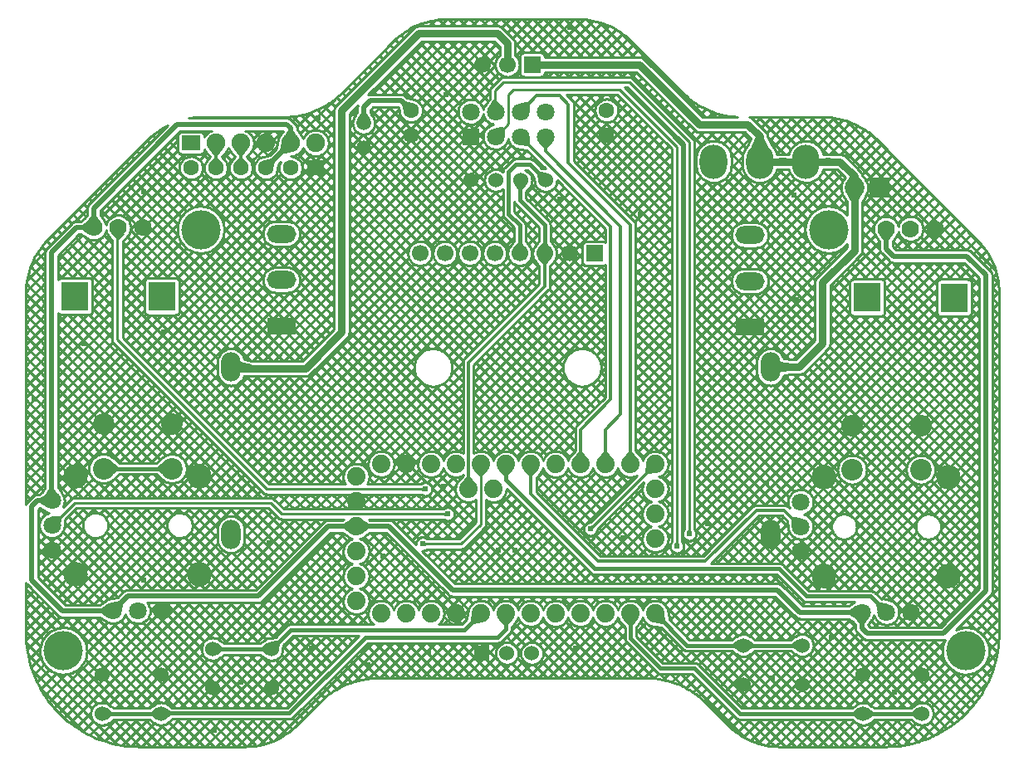
<source format=gtl>
G04 Layer: TopLayer*
G04 EasyEDA v6.5.23, 2023-02-02 22:02:21*
G04 32823ceedc35475fa8f26cd2c4d51936,8932fd0543d740e3b58317cc2374636b,10*
G04 Gerber Generator version 0.2*
G04 Scale: 100 percent, Rotated: No, Reflected: No *
G04 Dimensions in millimeters *
G04 leading zeros omitted , absolute positions ,4 integer and 5 decimal *
%FSLAX45Y45*%
%MOMM*%

%ADD10C,0.3048*%
%ADD11C,0.7620*%
%ADD12C,0.2540*%
%ADD13C,0.5080*%
%ADD14C,0.3810*%
%ADD15C,1.6000*%
%ADD16R,1.8000X1.6000*%
%ADD17C,1.8801*%
%ADD18C,1.8796*%
%ADD19R,1.8000X1.8000*%
%ADD20C,1.8000*%
%ADD21C,1.5240*%
%ADD22R,1.7000X1.7000*%
%ADD23C,1.7000*%
%ADD24R,2.0000X2.0000*%
%ADD25C,2.0000*%
%ADD26C,2.5000*%
%ADD27C,2.2000*%
%ADD28R,3.0000X1.8000*%
%ADD29O,2.999994X1.7999964*%
%ADD30R,1.9100X1.4986*%
%ADD31C,1.9100*%
%ADD32C,1.5000*%
%ADD33O,2.7999944X3.4999930000000004*%
%ADD34C,1.7780*%
%ADD35R,2.8000X3.0000*%
%ADD36R,1.5240X1.5240*%
%ADD37O,1.9999959999999999X2.999994*%
%ADD38C,4.0000*%
%ADD39C,0.6096*%
%ADD40C,0.0160*%

%LPD*%
G36*
X2794660Y902208D02*
G01*
X2794660Y802182D01*
X2908960Y814120D01*
X2908960Y890320D01*
G37*
G36*
X2840634Y2985820D02*
G01*
X2726334Y2982671D01*
X2726334Y2912719D01*
X2840634Y2909620D01*
G37*
G36*
X2840634Y2985820D02*
G01*
X2726334Y2982671D01*
X2726334Y2912719D01*
X2840634Y2909620D01*
G37*
G36*
X2802026Y2985820D02*
G01*
X2802026Y2909620D01*
X2916326Y2912719D01*
X2916326Y2982671D01*
G37*
G36*
X3310585Y2985820D02*
G01*
X3196285Y2982671D01*
X3196285Y2912719D01*
X3310585Y2909620D01*
G37*
G36*
X878179Y-761796D02*
G01*
X855878Y-769670D01*
X888237Y-802030D01*
X896112Y-779729D01*
G37*
G36*
X-845667Y-370840D02*
G01*
X-867003Y-381000D01*
X-867003Y-406400D01*
X-845667Y-416559D01*
G37*
G36*
X-830732Y-929640D02*
G01*
X-830732Y-975360D01*
X-809396Y-965200D01*
X-809396Y-939800D01*
G37*
G36*
X-617067Y-624840D02*
G01*
X-638403Y-635000D01*
X-638403Y-660400D01*
X-617067Y-670560D01*
G37*
G36*
X373075Y2126894D02*
G01*
X328371Y2067407D01*
X455828Y2067407D01*
X411175Y2126894D01*
G37*
G36*
X328371Y1954987D02*
G01*
X376885Y1895449D01*
X407365Y1895449D01*
X455828Y1954987D01*
G37*
G36*
X119075Y2126894D02*
G01*
X74371Y2067407D01*
X201828Y2067407D01*
X157175Y2126894D01*
G37*
G36*
X3806342Y2203094D02*
G01*
X3847592Y2140864D01*
X3898392Y2140864D01*
X3939692Y2203094D01*
G37*
G36*
X-4262983Y2341270D02*
G01*
X-4325213Y2300020D01*
X-4325213Y2249220D01*
X-4262983Y2207920D01*
G37*
G36*
X-4229608Y2395626D02*
G01*
X-4270857Y2333396D01*
X-4137507Y2333396D01*
X-4178808Y2395626D01*
G37*
G36*
X-4024680Y2220468D02*
G01*
X-3975100Y2154682D01*
X-3949700Y2152954D01*
X-3891635Y2211425D01*
G37*
G36*
X3690823Y-2627579D02*
G01*
X3690823Y-2741879D01*
X3744163Y-2703779D01*
X3744163Y-2665679D01*
G37*
G36*
X3589985Y-2627579D02*
G01*
X3536645Y-2665679D01*
X3536645Y-2703779D01*
X3589985Y-2741879D01*
G37*
G36*
X4189933Y-2627579D02*
G01*
X4136593Y-2665679D01*
X4136593Y-2703779D01*
X4189933Y-2741879D01*
G37*
G36*
X2967685Y-1929079D02*
G01*
X2914345Y-1967179D01*
X2914345Y-2005279D01*
X2967685Y-2043379D01*
G37*
G36*
X2367737Y-1929079D02*
G01*
X2314397Y-1967179D01*
X2314397Y-2005279D01*
X2367737Y-2043379D01*
G37*
G36*
X2468575Y-1929079D02*
G01*
X2468575Y-2043379D01*
X2521915Y-2005279D01*
X2521915Y-1967179D01*
G37*
G36*
X-2442514Y-1967179D02*
G01*
X-2495854Y-2005279D01*
X-2495854Y-2043379D01*
X-2442514Y-2081479D01*
G37*
G36*
X-2332228Y-1937512D02*
G01*
X-2396845Y-1948281D01*
X-2316022Y-2029104D01*
X-2305253Y-1964486D01*
G37*
G36*
X-2941624Y-1967179D02*
G01*
X-2941624Y-2081479D01*
X-2888284Y-2043379D01*
X-2888284Y-2005279D01*
G37*
G36*
X-4068876Y-2627579D02*
G01*
X-4068876Y-2741879D01*
X-4015536Y-2703779D01*
X-4015536Y-2665679D01*
G37*
G36*
X-3569766Y-2627579D02*
G01*
X-3623106Y-2665679D01*
X-3623106Y-2703779D01*
X-3569766Y-2741879D01*
G37*
G36*
X-3471773Y-2625191D02*
G01*
X-3466236Y-2739390D01*
X-3414776Y-2698750D01*
X-3416655Y-2660650D01*
G37*
G36*
X-1477721Y3443528D02*
G01*
X-1508556Y3391001D01*
X-1396034Y3391001D01*
X-1426921Y3443528D01*
G37*
G36*
X-2222500Y3266897D02*
G01*
X-2268728Y3200044D01*
X-2125472Y3200044D01*
X-2171700Y3266897D01*
G37*
G36*
X-2292400Y3142894D02*
G01*
X-2306980Y3062935D01*
X-2271064Y3027019D01*
X-2191105Y3041599D01*
G37*
G36*
X-2776728Y3073755D02*
G01*
X-2720340Y3006902D01*
X-2689860Y3006902D01*
X-2633472Y3073755D01*
G37*
G36*
X-3030728Y3073755D02*
G01*
X-2974340Y3006902D01*
X-2943860Y3006902D01*
X-2887472Y3073755D01*
G37*
G36*
X3801872Y-1548130D02*
G01*
X3774897Y-1575003D01*
X3785108Y-1653844D01*
X3880662Y-1558442D01*
G37*
G36*
X3557473Y-1707794D02*
G01*
X3599535Y-1770837D01*
X3650335Y-1770837D01*
X3692448Y-1707794D01*
G37*
G36*
X3563924Y-1582115D02*
G01*
X3501898Y-1625600D01*
X3503015Y-1676400D01*
X3566922Y-1717090D01*
G37*
G36*
X2926130Y-677875D02*
G01*
X2904540Y-699414D01*
X2912160Y-780897D01*
X3007614Y-685444D01*
G37*
G36*
X-4033062Y-100888D02*
G01*
X-4033062Y-265887D01*
X-3956050Y-202438D01*
X-3956050Y-164338D01*
G37*
G36*
X-3478580Y-100888D02*
G01*
X-3555593Y-164338D01*
X-3555593Y-202438D01*
X-3478580Y-265887D01*
G37*
G36*
X-4068724Y-1569415D02*
G01*
X-4130801Y-1612900D01*
X-4129684Y-1663700D01*
X-4065778Y-1704390D01*
G37*
G36*
X-3939032Y-1530959D02*
G01*
X-4013352Y-1545742D01*
X-3917899Y-1641195D01*
X-3903116Y-1566926D01*
G37*
G36*
X-4553051Y-666953D02*
G01*
X-4636363Y-672744D01*
X-4540910Y-768197D01*
X-4535119Y-684936D01*
G37*
G36*
X-4690262Y-445058D02*
G01*
X-4753254Y-487172D01*
X-4753254Y-537972D01*
X-4690262Y-580085D01*
G37*
G36*
X-4610100Y-389128D02*
G01*
X-4660900Y-391109D01*
X-4700473Y-455726D01*
X-4565599Y-450443D01*
G37*
G36*
X3513429Y2798470D02*
G01*
X3476498Y2747162D01*
X3626510Y2747162D01*
X3589629Y2798470D01*
G37*
G36*
X3476498Y2614828D02*
G01*
X3513429Y2544876D01*
X3589629Y2544876D01*
X3626510Y2614828D01*
G37*
G36*
X-1028750Y3563365D02*
G01*
X-1064666Y3527450D01*
X-1049528Y3463391D01*
X-964692Y3548227D01*
G37*
G36*
X342646Y2844038D02*
G01*
X315671Y2817063D01*
X326440Y2752445D01*
X407263Y2833268D01*
G37*
G36*
X87172Y2711704D02*
G01*
X120650Y2655417D01*
X158750Y2652217D01*
X201066Y2702204D01*
G37*
G36*
X237744Y3207461D02*
G01*
X142290Y3112008D01*
X223774Y3104388D01*
X245313Y3125978D01*
G37*
G36*
X-1466342Y-702919D02*
G01*
X-1466342Y-843889D01*
X-1400556Y-798779D01*
X-1400556Y-747979D01*
G37*
G36*
X-1590954Y-703224D02*
G01*
X-1656537Y-748588D01*
X-1656334Y-799388D01*
X-1590344Y-844143D01*
G37*
G36*
X-400761Y-264464D02*
G01*
X-455980Y-330250D01*
X-315010Y-330250D01*
X-370281Y-264464D01*
G37*
G36*
X-328980Y-200558D02*
G01*
X-271221Y-266344D01*
X-245821Y-266344D01*
X-188010Y-200558D01*
G37*
G36*
X-75031Y-200507D02*
G01*
X-23622Y-266344D01*
X14478Y-266344D01*
X65938Y-200609D01*
G37*
G36*
X322122Y-198069D02*
G01*
X181254Y-202996D01*
X238760Y-266801D01*
X269240Y-265734D01*
G37*
G36*
X742238Y-10464D02*
G01*
X687019Y-76250D01*
X827989Y-76250D01*
X772718Y-10464D01*
G37*
G36*
X1425702Y-132537D02*
G01*
X1420063Y-219913D01*
X1437995Y-237845D01*
X1525371Y-232206D01*
G37*
G36*
X1613306Y-1656537D02*
G01*
X1513636Y-1756206D01*
X1596491Y-1766366D01*
X1623466Y-1739392D01*
G37*
G36*
X1338122Y-1722069D02*
G01*
X1197254Y-1726996D01*
X1250950Y-1790954D01*
X1289050Y-1789582D01*
G37*
G36*
X-74980Y-1724558D02*
G01*
X-23571Y-1790344D01*
X14528Y-1790344D01*
X65989Y-1724558D01*
G37*
G36*
X-352298Y-1656537D02*
G01*
X-362458Y-1739392D01*
X-335483Y-1766366D01*
X-252628Y-1756206D01*
G37*
G36*
X-2392070Y2977896D02*
G01*
X-2456129Y2962757D01*
X-2371242Y2877870D01*
X-2356104Y2941929D01*
G37*
G36*
X-2720340Y2991815D02*
G01*
X-2765094Y2935833D01*
X-2645105Y2935833D01*
X-2689860Y2991815D01*
G37*
G36*
X-2974340Y2991815D02*
G01*
X-3019094Y2935833D01*
X-2899105Y2935833D01*
X-2943860Y2991815D01*
G37*
G36*
X-28448Y3297428D02*
G01*
X-111709Y3291636D01*
X-16256Y3196183D01*
X-10464Y3279495D01*
G37*
G36*
X1727200Y-936396D02*
G01*
X1717039Y-957732D01*
X1762760Y-957732D01*
X1752600Y-936396D01*
G37*
G36*
X-101600Y3578910D02*
G01*
X-127000Y3577234D01*
X-177444Y3510686D01*
X-42722Y3519728D01*
G37*
G36*
X1854200Y-809396D02*
G01*
X1844039Y-830732D01*
X1889760Y-830732D01*
X1879600Y-809396D01*
G37*
G36*
X2624328Y3199638D02*
G01*
X2548128Y3199587D01*
X2491028Y3085236D01*
X2681528Y3085338D01*
G37*
G36*
X2624328Y3199638D02*
G01*
X2548128Y3199587D01*
X2491028Y3085236D01*
X2681528Y3085338D01*
G37*
G36*
X-2705303Y902208D02*
G01*
X-2705303Y802182D01*
X-2591003Y800100D01*
X-2591003Y876300D01*
G37*
G36*
X334365Y3142335D02*
G01*
X386588Y3079292D01*
X417068Y3079292D01*
X469392Y3142234D01*
G37*
G36*
X996187Y-10464D02*
G01*
X940968Y-76301D01*
X1081938Y-76200D01*
X1026668Y-10464D01*
G37*
G36*
X223723Y3553256D02*
G01*
X142240Y3545636D01*
X237744Y3450183D01*
X245313Y3531717D01*
G37*
G36*
X1250188Y-10464D02*
G01*
X1194968Y-76301D01*
X1335938Y-76200D01*
X1280668Y-10464D01*
G37*
D10*
X147828Y3455923D02*
G01*
X311657Y3619500D01*
X546100Y3619500D01*
X635000Y3530600D01*
X635000Y2933700D01*
X1265428Y2303271D01*
X1265428Y-138429D01*
X401828Y3201923D02*
G01*
X401828Y3052571D01*
X1168400Y2286000D01*
X1168400Y368300D01*
X1011428Y211328D01*
X1011428Y-138429D01*
X147828Y3201923D02*
G01*
X1066800Y2282952D01*
X1066800Y520700D01*
X757428Y211328D01*
X757428Y-138429D01*
D11*
X-2805429Y852170D02*
G01*
X-2791205Y838200D01*
X-2044700Y838200D01*
X-1676400Y1206500D01*
X-1676400Y3467100D01*
X-889000Y4254500D01*
X-88900Y4254500D01*
X12700Y4152900D01*
X12700Y3937000D01*
D12*
X-106171Y3455923D02*
G01*
X-114300Y3464052D01*
X-114300Y3670300D01*
X-25400Y3759200D01*
X1257300Y3759200D01*
X1866900Y3149600D01*
X1866900Y-850900D01*
X-106171Y3201923D02*
G01*
X25400Y3333242D01*
X25400Y3632200D01*
X76200Y3683000D01*
X1155700Y3683000D01*
X1739900Y3098800D01*
X1739900Y-977900D01*
D11*
X266700Y3937000D02*
G01*
X1358900Y3937000D01*
X1968500Y3327400D01*
X2463800Y3327400D01*
X2586227Y3204971D01*
X2586227Y2947670D01*
X2586227Y2947670D02*
G01*
X3056381Y2947670D01*
X3056381Y2947670D02*
G01*
X3402329Y2947670D01*
X3551427Y2798571D01*
X3551427Y2680970D01*
X3551427Y2680970D02*
G01*
X3551427Y2040128D01*
X3225800Y1714500D01*
X3225800Y1092200D01*
X2985770Y852170D01*
X2694686Y852170D01*
D13*
X-969771Y3468370D02*
G01*
X-1070102Y3568700D01*
X-1384300Y3568700D01*
X-1452371Y3500628D01*
X-1452371Y3341370D01*
X-4007612Y-1635505D02*
G01*
X-4010405Y-1638300D01*
X-4521200Y-1638300D01*
X-4838700Y-1320800D01*
X-4838700Y-571500D01*
X-4779771Y-512571D01*
X-4630673Y-512571D01*
X-4630673Y-512571D02*
G01*
X-4635500Y-507745D01*
X-4635500Y2019300D01*
X-4380229Y2274570D01*
X-4204207Y2274570D01*
X-4204207Y2274570D02*
G01*
X-4204207Y2475992D01*
X-3352800Y3327400D01*
X-2235200Y3327400D01*
X-2197100Y3289300D01*
X-2197100Y3136900D01*
X-2451100Y2882900D02*
G01*
X-2197100Y3136900D01*
X3624834Y-1648205D02*
G01*
X3624834Y-1808734D01*
X3683000Y-1866900D01*
X4457700Y-1866900D01*
X4889500Y-1435100D01*
X4889500Y1790700D01*
X4699000Y1981200D01*
X3949700Y1981200D01*
X3872991Y2057907D01*
X3872991Y2261870D01*
D14*
X-4119295Y-2684754D02*
G01*
X-3519347Y-2684754D01*
X-2992043Y-2024354D02*
G01*
X-2392095Y-2024354D01*
X-3519423Y-2684779D02*
G01*
X-3514344Y-2679700D01*
X-2209800Y-2679700D01*
X-1435100Y-1905000D01*
X-88900Y-1905000D01*
X-4571Y-1820671D01*
X-4571Y-1662429D01*
X-2392171Y-2024379D02*
G01*
X-2196592Y-1828800D01*
X-424942Y-1828800D01*
X-258571Y-1662429D01*
X1519504Y-1662404D02*
G01*
X1843354Y-1986254D01*
X2418156Y-1986254D01*
X2418156Y-1986254D02*
G01*
X3018104Y-1986254D01*
X3640404Y-2684754D02*
G01*
X4240352Y-2684754D01*
X1265428Y-1662429D02*
G01*
X1270000Y-1667002D01*
X1270000Y-1917700D01*
X1574800Y-2222500D01*
X1917700Y-2222500D01*
X2379979Y-2684779D01*
X3640327Y-2684779D01*
X148310Y2757195D02*
G01*
X139700Y2748584D01*
X139700Y2552700D01*
X392099Y2300300D01*
X392099Y2011197D01*
X138176Y2011171D02*
G01*
X138176Y2300223D01*
X25400Y2413000D01*
X25400Y2844800D01*
X101600Y2921000D01*
X238760Y2921000D01*
X402589Y2757170D01*
D10*
X-2705100Y3136900D02*
G01*
X-2705100Y2882900D01*
X-2959100Y3136900D02*
G01*
X-2959100Y2882900D01*
X-385571Y-392429D02*
G01*
X-385571Y897128D01*
X392176Y1677923D01*
X392176Y2011171D01*
X249428Y-138429D02*
G01*
X254000Y-143002D01*
X254000Y-444500D01*
X939800Y-1130300D01*
X2032000Y-1130300D01*
X2552700Y-609600D01*
X2836418Y-609600D01*
X3002025Y-775207D01*
D14*
X-4571Y-138429D02*
G01*
X-4571Y-300228D01*
X901700Y-1206500D01*
X2781300Y-1206500D01*
X3060700Y-1485900D01*
X3712718Y-1485900D01*
X3875024Y-1648205D01*
D13*
X3624834Y-1648205D02*
G01*
X3622293Y-1651000D01*
X2997200Y-1651000D01*
X2768600Y-1422400D01*
X-546100Y-1422400D01*
X-1195070Y-773429D01*
X-1528571Y-773429D01*
X-1528571Y-773429D02*
G01*
X-1816100Y-774700D01*
X-2527300Y-1485900D01*
X-3858005Y-1485900D01*
X-4007612Y-1635505D01*
D12*
X-4630724Y-762581D02*
G01*
X-4401543Y-533400D01*
X-2400300Y-533400D01*
X-2286000Y-647700D01*
X-596900Y-647700D01*
X-258495Y-138404D02*
G01*
X-258495Y-753795D01*
X-457200Y-952500D01*
X-850900Y-952500D01*
D14*
X-4105833Y-183387D02*
G01*
X-3405835Y-183387D01*
D12*
X-3954195Y2274595D02*
G01*
X-3962400Y2266391D01*
X-3962400Y1130300D01*
X-2438400Y-393700D01*
X-825500Y-393700D01*
X1519504Y-138404D02*
G01*
X857808Y-800100D01*
X850900Y-800100D01*
X-331470Y-27639D02*
G01*
X-331470Y874780D01*
X-331470Y874780D02*
G01*
X430506Y1639742D01*
X430506Y1639742D02*
G01*
X432157Y1641475D01*
X432157Y1641475D02*
G01*
X438174Y1649442D01*
X438174Y1649442D02*
G01*
X442624Y1658380D01*
X442624Y1658380D02*
G01*
X445356Y1667982D01*
X445356Y1667982D02*
G01*
X446278Y1677923D01*
X446278Y1677923D02*
G01*
X446278Y1881731D01*
X446278Y1881731D02*
G01*
X485970Y1930416D01*
X485970Y1930416D02*
G01*
X486866Y1931809D01*
X486866Y1931809D02*
G01*
X492311Y1938390D01*
X492311Y1938390D02*
G01*
X500645Y1951523D01*
X500645Y1951523D02*
G01*
X507268Y1965598D01*
X507268Y1965598D02*
G01*
X512075Y1980391D01*
X512075Y1980391D02*
G01*
X514990Y1995670D01*
X514990Y1995670D02*
G01*
X515966Y2011194D01*
X515966Y2011194D02*
G01*
X514990Y2026718D01*
X514990Y2026718D02*
G01*
X512075Y2041997D01*
X512075Y2041997D02*
G01*
X507268Y2056791D01*
X507268Y2056791D02*
G01*
X500645Y2070865D01*
X500645Y2070865D02*
G01*
X492311Y2083999D01*
X492311Y2083999D02*
G01*
X486920Y2090759D01*
X486920Y2090759D02*
G01*
X450011Y2139888D01*
X450011Y2139888D02*
G01*
X450011Y2300300D01*
X450011Y2300300D02*
G01*
X449950Y2302974D01*
X449950Y2302974D02*
G01*
X448473Y2313559D01*
X448473Y2313559D02*
G01*
X445077Y2323692D01*
X445077Y2323692D02*
G01*
X439876Y2333028D01*
X439876Y2333028D02*
G01*
X433049Y2341250D01*
X433049Y2341250D02*
G01*
X197612Y2576688D01*
X197612Y2576688D02*
G01*
X197612Y2637983D01*
X197612Y2637983D02*
G01*
X229666Y2675834D01*
X229666Y2675834D02*
G01*
X239590Y2687150D01*
X239590Y2687150D02*
G01*
X247952Y2699664D01*
X247952Y2699664D02*
G01*
X254608Y2713162D01*
X254608Y2713162D02*
G01*
X259446Y2727415D01*
X259446Y2727415D02*
G01*
X262383Y2742176D01*
X262383Y2742176D02*
G01*
X263367Y2757195D01*
X263367Y2757195D02*
G01*
X262383Y2772213D01*
X262383Y2772213D02*
G01*
X259446Y2786975D01*
X259446Y2786975D02*
G01*
X254608Y2801227D01*
X254608Y2801227D02*
G01*
X247952Y2814726D01*
X247952Y2814726D02*
G01*
X239590Y2827240D01*
X239590Y2827240D02*
G01*
X229666Y2838556D01*
X229666Y2838556D02*
G01*
X218350Y2848480D01*
X218350Y2848480D02*
G01*
X205836Y2856842D01*
X205836Y2856842D02*
G01*
X193170Y2863087D01*
X193170Y2863087D02*
G01*
X214771Y2863087D01*
X214771Y2863087D02*
G01*
X279388Y2798471D01*
X279388Y2798471D02*
G01*
X288128Y2746035D01*
X288128Y2746035D02*
G01*
X288428Y2742176D01*
X288428Y2742176D02*
G01*
X291364Y2727415D01*
X291364Y2727415D02*
G01*
X296202Y2713162D01*
X296202Y2713162D02*
G01*
X302859Y2699664D01*
X302859Y2699664D02*
G01*
X311221Y2687150D01*
X311221Y2687150D02*
G01*
X321145Y2675834D01*
X321145Y2675834D02*
G01*
X332460Y2665910D01*
X332460Y2665910D02*
G01*
X344975Y2657548D01*
X344975Y2657548D02*
G01*
X358473Y2650892D01*
X358473Y2650892D02*
G01*
X372725Y2646054D01*
X372725Y2646054D02*
G01*
X387487Y2643117D01*
X387487Y2643117D02*
G01*
X402506Y2642133D01*
X402506Y2642133D02*
G01*
X417524Y2643117D01*
X417524Y2643117D02*
G01*
X432286Y2646054D01*
X432286Y2646054D02*
G01*
X446538Y2650892D01*
X446538Y2650892D02*
G01*
X460037Y2657548D01*
X460037Y2657548D02*
G01*
X472551Y2665910D01*
X472551Y2665910D02*
G01*
X483867Y2675834D01*
X483867Y2675834D02*
G01*
X493790Y2687150D01*
X493790Y2687150D02*
G01*
X502152Y2699664D01*
X502152Y2699664D02*
G01*
X508809Y2713162D01*
X508809Y2713162D02*
G01*
X513647Y2727415D01*
X513647Y2727415D02*
G01*
X516583Y2742176D01*
X516583Y2742176D02*
G01*
X517474Y2755765D01*
X517474Y2755765D02*
G01*
X1012697Y2260542D01*
X1012697Y2260542D02*
G01*
X1012697Y2123214D01*
X1012697Y2123214D02*
G01*
X1009334Y2126578D01*
X1009334Y2126578D02*
G01*
X1001966Y2131208D01*
X1001966Y2131208D02*
G01*
X993752Y2134082D01*
X993752Y2134082D02*
G01*
X985104Y2135056D01*
X985104Y2135056D02*
G01*
X815105Y2135056D01*
X815105Y2135056D02*
G01*
X806457Y2134082D01*
X806457Y2134082D02*
G01*
X798243Y2131208D01*
X798243Y2131208D02*
G01*
X790874Y2126578D01*
X790874Y2126578D02*
G01*
X784721Y2120424D01*
X784721Y2120424D02*
G01*
X780091Y2113056D01*
X780091Y2113056D02*
G01*
X777217Y2104842D01*
X777217Y2104842D02*
G01*
X776243Y2096194D01*
X776243Y2096194D02*
G01*
X776243Y1926195D01*
X776243Y1926195D02*
G01*
X777217Y1917547D01*
X777217Y1917547D02*
G01*
X780091Y1909333D01*
X780091Y1909333D02*
G01*
X784721Y1901964D01*
X784721Y1901964D02*
G01*
X790874Y1895811D01*
X790874Y1895811D02*
G01*
X798243Y1891181D01*
X798243Y1891181D02*
G01*
X806457Y1888307D01*
X806457Y1888307D02*
G01*
X815105Y1887333D01*
X815105Y1887333D02*
G01*
X985104Y1887333D01*
X985104Y1887333D02*
G01*
X993752Y1888307D01*
X993752Y1888307D02*
G01*
X1001966Y1891181D01*
X1001966Y1891181D02*
G01*
X1009334Y1895811D01*
X1009334Y1895811D02*
G01*
X1012697Y1899174D01*
X1012697Y1899174D02*
G01*
X1012697Y543109D01*
X1012697Y543109D02*
G01*
X719172Y249583D01*
X719172Y249583D02*
G01*
X717446Y247776D01*
X717446Y247776D02*
G01*
X711429Y239809D01*
X711429Y239809D02*
G01*
X706979Y230871D01*
X706979Y230871D02*
G01*
X704247Y221269D01*
X704247Y221269D02*
G01*
X703326Y211328D01*
X703326Y211328D02*
G01*
X703326Y3606D01*
X703326Y3606D02*
G01*
X657259Y-51250D01*
X657259Y-51250D02*
G01*
X646766Y-65027D01*
X646766Y-65027D02*
G01*
X638589Y-79191D01*
X638589Y-79191D02*
G01*
X632213Y-94253D01*
X632213Y-94253D02*
G01*
X630504Y-100262D01*
X630504Y-100262D02*
G01*
X628794Y-94253D01*
X628794Y-94253D02*
G01*
X622419Y-79191D01*
X622419Y-79191D02*
G01*
X614241Y-65027D01*
X614241Y-65027D02*
G01*
X604385Y-51975D01*
X604385Y-51975D02*
G01*
X592999Y-40233D01*
X592999Y-40233D02*
G01*
X580256Y-29979D01*
X580256Y-29979D02*
G01*
X566350Y-21369D01*
X566350Y-21369D02*
G01*
X551492Y-14533D01*
X551492Y-14533D02*
G01*
X535906Y-9574D01*
X535906Y-9574D02*
G01*
X519829Y-6569D01*
X519829Y-6569D02*
G01*
X503504Y-5562D01*
X503504Y-5562D02*
G01*
X487179Y-6569D01*
X487179Y-6569D02*
G01*
X471102Y-9574D01*
X471102Y-9574D02*
G01*
X455516Y-14533D01*
X455516Y-14533D02*
G01*
X440657Y-21369D01*
X440657Y-21369D02*
G01*
X426751Y-29979D01*
X426751Y-29979D02*
G01*
X414009Y-40233D01*
X414009Y-40233D02*
G01*
X402623Y-51975D01*
X402623Y-51975D02*
G01*
X392766Y-65027D01*
X392766Y-65027D02*
G01*
X384589Y-79191D01*
X384589Y-79191D02*
G01*
X378213Y-94253D01*
X378213Y-94253D02*
G01*
X376504Y-100262D01*
X376504Y-100262D02*
G01*
X374794Y-94253D01*
X374794Y-94253D02*
G01*
X368419Y-79191D01*
X368419Y-79191D02*
G01*
X360241Y-65027D01*
X360241Y-65027D02*
G01*
X350385Y-51975D01*
X350385Y-51975D02*
G01*
X338999Y-40233D01*
X338999Y-40233D02*
G01*
X326256Y-29979D01*
X326256Y-29979D02*
G01*
X312350Y-21369D01*
X312350Y-21369D02*
G01*
X297492Y-14533D01*
X297492Y-14533D02*
G01*
X281906Y-9574D01*
X281906Y-9574D02*
G01*
X265829Y-6569D01*
X265829Y-6569D02*
G01*
X249504Y-5562D01*
X249504Y-5562D02*
G01*
X233179Y-6569D01*
X233179Y-6569D02*
G01*
X217102Y-9574D01*
X217102Y-9574D02*
G01*
X201516Y-14533D01*
X201516Y-14533D02*
G01*
X186657Y-21369D01*
X186657Y-21369D02*
G01*
X172751Y-29979D01*
X172751Y-29979D02*
G01*
X160009Y-40233D01*
X160009Y-40233D02*
G01*
X148623Y-51975D01*
X148623Y-51975D02*
G01*
X138766Y-65027D01*
X138766Y-65027D02*
G01*
X130589Y-79191D01*
X130589Y-79191D02*
G01*
X124213Y-94253D01*
X124213Y-94253D02*
G01*
X122504Y-100262D01*
X122504Y-100262D02*
G01*
X120794Y-94253D01*
X120794Y-94253D02*
G01*
X114419Y-79191D01*
X114419Y-79191D02*
G01*
X106241Y-65027D01*
X106241Y-65027D02*
G01*
X96385Y-51975D01*
X96385Y-51975D02*
G01*
X84999Y-40233D01*
X84999Y-40233D02*
G01*
X72256Y-29979D01*
X72256Y-29979D02*
G01*
X58350Y-21369D01*
X58350Y-21369D02*
G01*
X43492Y-14533D01*
X43492Y-14533D02*
G01*
X27906Y-9574D01*
X27906Y-9574D02*
G01*
X11829Y-6569D01*
X11829Y-6569D02*
G01*
X-4495Y-5562D01*
X-4495Y-5562D02*
G01*
X-20820Y-6569D01*
X-20820Y-6569D02*
G01*
X-36897Y-9574D01*
X-36897Y-9574D02*
G01*
X-52483Y-14533D01*
X-52483Y-14533D02*
G01*
X-67342Y-21369D01*
X-67342Y-21369D02*
G01*
X-81248Y-29979D01*
X-81248Y-29979D02*
G01*
X-93990Y-40233D01*
X-93990Y-40233D02*
G01*
X-105376Y-51975D01*
X-105376Y-51975D02*
G01*
X-115233Y-65027D01*
X-115233Y-65027D02*
G01*
X-123410Y-79191D01*
X-123410Y-79191D02*
G01*
X-129786Y-94253D01*
X-129786Y-94253D02*
G01*
X-131495Y-100262D01*
X-131495Y-100262D02*
G01*
X-133205Y-94253D01*
X-133205Y-94253D02*
G01*
X-139580Y-79191D01*
X-139580Y-79191D02*
G01*
X-147758Y-65027D01*
X-147758Y-65027D02*
G01*
X-157614Y-51975D01*
X-157614Y-51975D02*
G01*
X-169000Y-40233D01*
X-169000Y-40233D02*
G01*
X-181743Y-29979D01*
X-181743Y-29979D02*
G01*
X-195649Y-21369D01*
X-195649Y-21369D02*
G01*
X-210507Y-14533D01*
X-210507Y-14533D02*
G01*
X-226093Y-9574D01*
X-226093Y-9574D02*
G01*
X-242170Y-6569D01*
X-242170Y-6569D02*
G01*
X-258495Y-5562D01*
X-258495Y-5562D02*
G01*
X-274820Y-6569D01*
X-274820Y-6569D02*
G01*
X-290897Y-9574D01*
X-290897Y-9574D02*
G01*
X-306483Y-14533D01*
X-306483Y-14533D02*
G01*
X-321342Y-21369D01*
X-321342Y-21369D02*
G01*
X-331470Y-27639D01*
X626004Y722616D02*
G01*
X639534Y708382D01*
X639534Y708382D02*
G01*
X654435Y695591D01*
X654435Y695591D02*
G01*
X670553Y684372D01*
X670553Y684372D02*
G01*
X687723Y674842D01*
X687723Y674842D02*
G01*
X705770Y667097D01*
X705770Y667097D02*
G01*
X724507Y661219D01*
X724507Y661219D02*
G01*
X743743Y657265D01*
X743743Y657265D02*
G01*
X763280Y655279D01*
X763280Y655279D02*
G01*
X782918Y655279D01*
X782918Y655279D02*
G01*
X802456Y657265D01*
X802456Y657265D02*
G01*
X821692Y661219D01*
X821692Y661219D02*
G01*
X840429Y667097D01*
X840429Y667097D02*
G01*
X858475Y674842D01*
X858475Y674842D02*
G01*
X875646Y684372D01*
X875646Y684372D02*
G01*
X891764Y695591D01*
X891764Y695591D02*
G01*
X906664Y708382D01*
X906664Y708382D02*
G01*
X920195Y722616D01*
X920195Y722616D02*
G01*
X932215Y738145D01*
X932215Y738145D02*
G01*
X942603Y754811D01*
X942603Y754811D02*
G01*
X951251Y772442D01*
X951251Y772442D02*
G01*
X958071Y790857D01*
X958071Y790857D02*
G01*
X962994Y809869D01*
X962994Y809869D02*
G01*
X965968Y829280D01*
X965968Y829280D02*
G01*
X966962Y848893D01*
X966962Y848893D02*
G01*
X965968Y868506D01*
X965968Y868506D02*
G01*
X962994Y887917D01*
X962994Y887917D02*
G01*
X958071Y906928D01*
X958071Y906928D02*
G01*
X951251Y925344D01*
X951251Y925344D02*
G01*
X942603Y942975D01*
X942603Y942975D02*
G01*
X932215Y959641D01*
X932215Y959641D02*
G01*
X920195Y975170D01*
X920195Y975170D02*
G01*
X906664Y989403D01*
X906664Y989403D02*
G01*
X891764Y1002195D01*
X891764Y1002195D02*
G01*
X875646Y1013414D01*
X875646Y1013414D02*
G01*
X858475Y1022944D01*
X858475Y1022944D02*
G01*
X840429Y1030688D01*
X840429Y1030688D02*
G01*
X821692Y1036567D01*
X821692Y1036567D02*
G01*
X802456Y1040520D01*
X802456Y1040520D02*
G01*
X782918Y1042507D01*
X782918Y1042507D02*
G01*
X763280Y1042507D01*
X763280Y1042507D02*
G01*
X743743Y1040520D01*
X743743Y1040520D02*
G01*
X724507Y1036567D01*
X724507Y1036567D02*
G01*
X705770Y1030688D01*
X705770Y1030688D02*
G01*
X687723Y1022944D01*
X687723Y1022944D02*
G01*
X670553Y1013414D01*
X670553Y1013414D02*
G01*
X654435Y1002195D01*
X654435Y1002195D02*
G01*
X639534Y989403D01*
X639534Y989403D02*
G01*
X626004Y975170D01*
X626004Y975170D02*
G01*
X613984Y959641D01*
X613984Y959641D02*
G01*
X603596Y942975D01*
X603596Y942975D02*
G01*
X594948Y925344D01*
X594948Y925344D02*
G01*
X588127Y906928D01*
X588127Y906928D02*
G01*
X583205Y887917D01*
X583205Y887917D02*
G01*
X580231Y868506D01*
X580231Y868506D02*
G01*
X579236Y848893D01*
X579236Y848893D02*
G01*
X580231Y829280D01*
X580231Y829280D02*
G01*
X583205Y809869D01*
X583205Y809869D02*
G01*
X588127Y790857D01*
X588127Y790857D02*
G01*
X594948Y772442D01*
X594948Y772442D02*
G01*
X603596Y754811D01*
X603596Y754811D02*
G01*
X613984Y738145D01*
X613984Y738145D02*
G01*
X626004Y722616D01*
X-331470Y51283D02*
G01*
X-273687Y-6499D01*
X-331470Y159046D02*
G01*
X-111861Y-60562D01*
X-331470Y266809D02*
G01*
X-50696Y-13964D01*
X-331470Y374572D02*
G01*
X76480Y-33378D01*
X100418Y-57315D02*
G01*
X128122Y-85019D01*
X-331470Y482335D02*
G01*
X177749Y-26884D01*
X-331470Y590098D02*
G01*
X265156Y-6528D01*
X-331470Y697861D02*
G01*
X410373Y-43982D01*
X-331470Y805624D02*
G01*
X481740Y-7586D01*
X-312204Y894121D02*
G01*
X646843Y-64926D01*
X-258427Y948108D02*
G01*
X695451Y-5770D01*
X-204651Y1002095D02*
G01*
X703326Y94117D01*
X-150875Y1056082D02*
G01*
X703326Y201880D01*
X-97099Y1110069D02*
G01*
X741279Y271690D01*
X-43323Y1164056D02*
G01*
X795160Y325572D01*
X10453Y1218043D02*
G01*
X849042Y379453D01*
X64229Y1272029D02*
G01*
X902923Y433335D01*
X118005Y1326016D02*
G01*
X580003Y864018D01*
X788205Y655816D02*
G01*
X956805Y487216D01*
X171781Y1380003D02*
G01*
X605598Y946187D01*
X870351Y681433D02*
G01*
X1010686Y541098D01*
X225557Y1433990D02*
G01*
X656155Y1003392D01*
X927497Y732050D02*
G01*
X1012697Y646850D01*
X279333Y1487977D02*
G01*
X729680Y1037630D01*
X961852Y805458D02*
G01*
X1012697Y754613D01*
X333110Y1541964D02*
G01*
X847360Y1027714D01*
X952146Y922928D02*
G01*
X1012697Y862376D01*
X386886Y1595951D02*
G01*
X1012697Y970139D01*
X439166Y1651434D02*
G01*
X1012697Y1077902D01*
X446278Y1752085D02*
G01*
X1012697Y1185665D01*
X446278Y1859848D02*
G01*
X1012697Y1293428D01*
X484848Y1929041D02*
G01*
X1012697Y1401192D01*
X515640Y2006012D02*
G01*
X1012697Y1508955D01*
X450011Y2179404D02*
G01*
X1012697Y1616718D01*
X450011Y2287167D02*
G01*
X776243Y1960936D01*
X849846Y1887333D02*
G01*
X1012697Y1724481D01*
X201897Y2643044D02*
G01*
X776243Y2068699D01*
X957609Y1887333D02*
G01*
X1012697Y1832244D01*
X249632Y2703072D02*
G01*
X817648Y2135056D01*
X197380Y2863087D02*
G01*
X201476Y2858992D01*
X250102Y2810365D02*
G01*
X282867Y2777601D01*
X417361Y2643106D02*
G01*
X925411Y2135056D01*
X487852Y2680378D02*
G01*
X1012697Y2155533D01*
X622831Y-80164D02*
G01*
X686157Y-16837D01*
X570990Y-24241D02*
G01*
X703326Y108093D01*
X479455Y-8013D02*
G01*
X703788Y216319D01*
X339232Y-40473D02*
G01*
X1012697Y632991D01*
X265400Y-6543D02*
G01*
X1012697Y740754D01*
X103191Y-60988D02*
G01*
X827093Y662913D01*
X959132Y794952D02*
G01*
X1012697Y848517D01*
X42271Y-14145D02*
G01*
X719276Y662860D01*
X959156Y902739D02*
G01*
X1012697Y956281D01*
X-136891Y-85545D02*
G01*
X-111715Y-60369D01*
X-81643Y-30297D02*
G01*
X648951Y700298D01*
X921778Y973124D02*
G01*
X1012697Y1064044D01*
X-186279Y-27170D02*
G01*
X600998Y760107D01*
X861922Y1021031D02*
G01*
X1012697Y1171807D01*
X-273351Y-6478D02*
G01*
X579371Y846243D01*
X775635Y1042507D02*
G01*
X1012697Y1279570D01*
X-331470Y43165D02*
G01*
X1012697Y1387333D01*
X-331470Y150928D02*
G01*
X1012697Y1495096D01*
X-331470Y258691D02*
G01*
X1012697Y1602859D01*
X-331470Y366454D02*
G01*
X1012697Y1710622D01*
X-331470Y474217D02*
G01*
X1012697Y1818385D01*
X-331470Y581980D02*
G01*
X973882Y1887333D01*
X-331470Y689743D02*
G01*
X866119Y1887333D01*
X-331470Y797506D02*
G01*
X780193Y1909170D01*
X1002129Y2131105D02*
G01*
X1012697Y2141674D01*
X446278Y1683017D02*
G01*
X776243Y2012983D01*
X898316Y2135056D02*
G01*
X1012697Y2249437D01*
X446278Y1790781D02*
G01*
X964368Y2308871D01*
X501879Y1954145D02*
G01*
X910487Y2362753D01*
X503906Y2063935D02*
G01*
X856605Y2416634D01*
X459485Y2127278D02*
G01*
X802723Y2470516D01*
X450011Y2225567D02*
G01*
X748842Y2524397D01*
X443394Y2326713D02*
G01*
X694960Y2578279D01*
X391609Y2382690D02*
G01*
X641079Y2632160D01*
X337727Y2436572D02*
G01*
X587197Y2686042D01*
X283846Y2490453D02*
G01*
X443125Y2649733D01*
X509967Y2716575D02*
G01*
X533316Y2739923D01*
X229964Y2544335D02*
G01*
X343897Y2658268D01*
X197612Y2619745D02*
G01*
X294891Y2717025D01*
X258846Y2788743D02*
G01*
X273981Y2803878D01*
X213836Y2851496D02*
G01*
X220100Y2857760D01*
X-856024Y-1021594D02*
G01*
X-855312Y-1021701D01*
X-855312Y-1021701D02*
G01*
X-843554Y-1021451D01*
X-843554Y-1021451D02*
G01*
X-832006Y-1019218D01*
X-832006Y-1019218D02*
G01*
X-821003Y-1015066D01*
X-821003Y-1015066D02*
G01*
X-810377Y-1008707D01*
X-810377Y-1008707D02*
G01*
X-800622Y-1004062D01*
X-800622Y-1004062D02*
G01*
X-457200Y-1004062D01*
X-457200Y-1004062D02*
G01*
X-447140Y-1003071D01*
X-447140Y-1003071D02*
G01*
X-437468Y-1000137D01*
X-437468Y-1000137D02*
G01*
X-428553Y-995372D01*
X-428553Y-995372D02*
G01*
X-420740Y-988959D01*
X-420740Y-988959D02*
G01*
X-222035Y-790255D01*
X-222035Y-790255D02*
G01*
X-215623Y-782442D01*
X-215623Y-782442D02*
G01*
X-210858Y-773527D01*
X-210858Y-773527D02*
G01*
X-207924Y-763854D01*
X-207924Y-763854D02*
G01*
X-206933Y-753795D01*
X-206933Y-753795D02*
G01*
X-206933Y-501451D01*
X-206933Y-501451D02*
G01*
X-201428Y-505349D01*
X-201428Y-505349D02*
G01*
X-187018Y-513086D01*
X-187018Y-513086D02*
G01*
X-171767Y-518995D01*
X-171767Y-518995D02*
G01*
X-155905Y-522984D01*
X-155905Y-522984D02*
G01*
X-139673Y-524994D01*
X-139673Y-524994D02*
G01*
X-123318Y-524994D01*
X-123318Y-524994D02*
G01*
X-107086Y-522984D01*
X-107086Y-522984D02*
G01*
X-91224Y-518995D01*
X-91224Y-518995D02*
G01*
X-75973Y-513086D01*
X-75973Y-513086D02*
G01*
X-61563Y-505349D01*
X-61563Y-505349D02*
G01*
X-48214Y-495899D01*
X-48214Y-495899D02*
G01*
X-36126Y-484880D01*
X-36126Y-484880D02*
G01*
X-25485Y-472459D01*
X-25485Y-472459D02*
G01*
X-16451Y-458825D01*
X-16451Y-458825D02*
G01*
X-9160Y-444184D01*
X-9160Y-444184D02*
G01*
X-3724Y-428758D01*
X-3724Y-428758D02*
G01*
X-225Y-412781D01*
X-225Y-412781D02*
G01*
X1283Y-396495D01*
X1283Y-396495D02*
G01*
X1012Y-387712D01*
X1012Y-387712D02*
G01*
X860750Y-1247449D01*
X860750Y-1247449D02*
G01*
X862684Y-1249297D01*
X862684Y-1249297D02*
G01*
X871213Y-1255737D01*
X871213Y-1255737D02*
G01*
X880779Y-1260501D01*
X880779Y-1260501D02*
G01*
X891058Y-1263425D01*
X891058Y-1263425D02*
G01*
X901700Y-1264412D01*
X901700Y-1264412D02*
G01*
X2757311Y-1264412D01*
X2757311Y-1264412D02*
G01*
X3019750Y-1526849D01*
X3019750Y-1526849D02*
G01*
X3021684Y-1528697D01*
X3021684Y-1528697D02*
G01*
X3030213Y-1535137D01*
X3030213Y-1535137D02*
G01*
X3039779Y-1539901D01*
X3039779Y-1539901D02*
G01*
X3050058Y-1542825D01*
X3050058Y-1542825D02*
G01*
X3060700Y-1543812D01*
X3060700Y-1543812D02*
G01*
X3549894Y-1543812D01*
X3549894Y-1543812D02*
G01*
X3541138Y-1550423D01*
X3541138Y-1550423D02*
G01*
X3540303Y-1551233D01*
X3540303Y-1551233D02*
G01*
X3489634Y-1586737D01*
X3489634Y-1586737D02*
G01*
X3023818Y-1586737D01*
X3023818Y-1586737D02*
G01*
X2814040Y-1376959D01*
X2814040Y-1376959D02*
G01*
X2809906Y-1373172D01*
X2809906Y-1373172D02*
G01*
X2805459Y-1369759D01*
X2805459Y-1369759D02*
G01*
X2800731Y-1366747D01*
X2800731Y-1366747D02*
G01*
X2795758Y-1364158D01*
X2795758Y-1364158D02*
G01*
X2790578Y-1362013D01*
X2790578Y-1362013D02*
G01*
X2785232Y-1360327D01*
X2785232Y-1360327D02*
G01*
X2779758Y-1359114D01*
X2779758Y-1359114D02*
G01*
X2774200Y-1358382D01*
X2774200Y-1358382D02*
G01*
X2768600Y-1358137D01*
X2768600Y-1358137D02*
G01*
X-519481Y-1358137D01*
X-519481Y-1358137D02*
G01*
X-856024Y-1021594D01*
X-784807Y-1004062D02*
G01*
X-430731Y-1358137D01*
X-677044Y-1004062D02*
G01*
X-322968Y-1358137D01*
X-569281Y-1004062D02*
G01*
X-215205Y-1358137D01*
X-461518Y-1004062D02*
G01*
X-107442Y-1358137D01*
X-394799Y-963018D02*
G01*
X320Y-1358137D01*
X-340917Y-909137D02*
G01*
X108083Y-1358137D01*
X-287036Y-855255D02*
G01*
X215846Y-1358137D01*
X-233154Y-801374D02*
G01*
X323609Y-1358137D01*
X-206933Y-719831D02*
G01*
X431372Y-1358137D01*
X-206933Y-612068D02*
G01*
X539135Y-1358137D01*
X-206933Y-504305D02*
G01*
X646898Y-1358137D01*
X-86363Y-517112D02*
G01*
X754661Y-1358137D01*
X-24595Y-471117D02*
G01*
X862424Y-1358137D01*
X1052Y-389002D02*
G01*
X970188Y-1358137D01*
X984225Y-1264412D02*
G01*
X1077951Y-1358137D01*
X1091988Y-1264412D02*
G01*
X1185714Y-1358137D01*
X1199751Y-1264412D02*
G01*
X1293477Y-1358137D01*
X1307514Y-1264412D02*
G01*
X1401240Y-1358137D01*
X1415277Y-1264412D02*
G01*
X1509003Y-1358137D01*
X1523040Y-1264412D02*
G01*
X1616766Y-1358137D01*
X1630803Y-1264412D02*
G01*
X1724529Y-1358137D01*
X1738566Y-1264412D02*
G01*
X1832292Y-1358137D01*
X1846329Y-1264412D02*
G01*
X1940055Y-1358137D01*
X1954092Y-1264412D02*
G01*
X2047818Y-1358137D01*
X2061855Y-1264412D02*
G01*
X2155581Y-1358137D01*
X2169618Y-1264412D02*
G01*
X2263344Y-1358137D01*
X2277382Y-1264412D02*
G01*
X2371108Y-1358137D01*
X2385145Y-1264412D02*
G01*
X2478871Y-1358137D01*
X2492908Y-1264412D02*
G01*
X2586634Y-1358137D01*
X2600671Y-1264412D02*
G01*
X2694397Y-1358137D01*
X2708434Y-1264412D02*
G01*
X3030760Y-1586737D01*
X3095597Y-1543812D02*
G01*
X3138523Y-1586737D01*
X3203360Y-1543812D02*
G01*
X3246286Y-1586737D01*
X3311123Y-1543812D02*
G01*
X3354049Y-1586737D01*
X3418886Y-1543812D02*
G01*
X3461812Y-1586737D01*
X3526649Y-1543812D02*
G01*
X3536639Y-1553801D01*
X3426780Y-1586737D02*
G01*
X3469706Y-1543812D01*
X3319017Y-1586737D02*
G01*
X3361943Y-1543812D01*
X3211253Y-1586737D02*
G01*
X3254179Y-1543812D01*
X3103490Y-1586737D02*
G01*
X3146416Y-1543812D01*
X3009772Y-1572692D02*
G01*
X3041947Y-1540518D01*
X2955891Y-1518811D02*
G01*
X2983801Y-1490901D01*
X2902009Y-1464929D02*
G01*
X2929919Y-1437019D01*
X2848128Y-1411048D02*
G01*
X2876038Y-1383138D01*
X2789682Y-1361730D02*
G01*
X2822156Y-1329256D01*
X2685512Y-1358137D02*
G01*
X2768275Y-1275375D01*
X2577749Y-1358137D02*
G01*
X2671475Y-1264412D01*
X2469986Y-1358137D02*
G01*
X2563712Y-1264412D01*
X2362223Y-1358137D02*
G01*
X2455949Y-1264412D01*
X2254460Y-1358137D02*
G01*
X2348186Y-1264412D01*
X2146697Y-1358137D02*
G01*
X2240423Y-1264412D01*
X2038934Y-1358137D02*
G01*
X2132660Y-1264412D01*
X1931171Y-1358137D02*
G01*
X2024897Y-1264412D01*
X1823407Y-1358137D02*
G01*
X1917133Y-1264412D01*
X1715644Y-1358137D02*
G01*
X1809370Y-1264412D01*
X1607881Y-1358137D02*
G01*
X1701607Y-1264412D01*
X1500118Y-1358137D02*
G01*
X1593844Y-1264412D01*
X1392355Y-1358137D02*
G01*
X1486081Y-1264412D01*
X1284592Y-1358137D02*
G01*
X1378318Y-1264412D01*
X1176829Y-1358137D02*
G01*
X1270555Y-1264412D01*
X1069066Y-1358137D02*
G01*
X1162792Y-1264412D01*
X961303Y-1358137D02*
G01*
X1055029Y-1264412D01*
X853540Y-1358137D02*
G01*
X947266Y-1264412D01*
X745777Y-1358137D02*
G01*
X858607Y-1245307D01*
X638014Y-1358137D02*
G01*
X804726Y-1191426D01*
X530251Y-1358137D02*
G01*
X750844Y-1137544D01*
X422488Y-1358137D02*
G01*
X696963Y-1083663D01*
X314725Y-1358137D02*
G01*
X643081Y-1029781D01*
X206961Y-1358137D02*
G01*
X589199Y-975900D01*
X99198Y-1358137D02*
G01*
X535318Y-922018D01*
X-8564Y-1358137D02*
G01*
X481436Y-868136D01*
X-116327Y-1358137D02*
G01*
X427555Y-814255D01*
X-224090Y-1358137D02*
G01*
X373673Y-760373D01*
X-331853Y-1358137D02*
G01*
X319792Y-706492D01*
X-439616Y-1358137D02*
G01*
X265910Y-652610D01*
X-533430Y-1344189D02*
G01*
X212029Y-598729D01*
X-587312Y-1290307D02*
G01*
X158147Y-544847D01*
X-641193Y-1236426D02*
G01*
X104266Y-490965D01*
X-695075Y-1182544D02*
G01*
X-516592Y-1004062D01*
X-206933Y-694402D02*
G01*
X50384Y-437084D01*
X-748956Y-1128662D02*
G01*
X-624355Y-1004062D01*
X-206933Y-586639D02*
G01*
X-144670Y-524375D01*
X-802838Y-1074781D02*
G01*
X-732118Y-1004062D01*
X-4898735Y-548673D02*
G01*
X-4898735Y1610457D01*
X-4898735Y1610457D02*
G01*
X-4897805Y1648269D01*
X-4897805Y1648269D02*
G01*
X-4895056Y1685527D01*
X-4895056Y1685527D02*
G01*
X-4890483Y1722604D01*
X-4890483Y1722604D02*
G01*
X-4884097Y1759412D01*
X-4884097Y1759412D02*
G01*
X-4875912Y1795862D01*
X-4875912Y1795862D02*
G01*
X-4865948Y1831867D01*
X-4865948Y1831867D02*
G01*
X-4854230Y1867339D01*
X-4854230Y1867339D02*
G01*
X-4840785Y1902194D01*
X-4840785Y1902194D02*
G01*
X-4825646Y1936347D01*
X-4825646Y1936347D02*
G01*
X-4808849Y1969716D01*
X-4808849Y1969716D02*
G01*
X-4790436Y2002221D01*
X-4790436Y2002221D02*
G01*
X-4770450Y2033783D01*
X-4770450Y2033783D02*
G01*
X-4748939Y2064326D01*
X-4748939Y2064326D02*
G01*
X-4725955Y2093777D01*
X-4725955Y2093777D02*
G01*
X-4701553Y2122066D01*
X-4701553Y2122066D02*
G01*
X-4675475Y2149460D01*
X-4675475Y2149460D02*
G01*
X-3644765Y3180172D01*
X-3644765Y3180172D02*
G01*
X-3617367Y3206252D01*
X-3617367Y3206252D02*
G01*
X-3589078Y3230654D01*
X-3589078Y3230654D02*
G01*
X-3559627Y3253638D01*
X-3559627Y3253638D02*
G01*
X-3529084Y3275149D01*
X-3529084Y3275149D02*
G01*
X-3497522Y3295135D01*
X-3497522Y3295135D02*
G01*
X-3465017Y3313549D01*
X-3465017Y3313549D02*
G01*
X-3449943Y3321136D01*
X-3449943Y3321136D02*
G01*
X-4249648Y2521432D01*
X-4249648Y2521432D02*
G01*
X-4253435Y2517298D01*
X-4253435Y2517298D02*
G01*
X-4256848Y2512851D01*
X-4256848Y2512851D02*
G01*
X-4259860Y2508122D01*
X-4259860Y2508122D02*
G01*
X-4262449Y2503150D01*
X-4262449Y2503150D02*
G01*
X-4264594Y2497970D01*
X-4264594Y2497970D02*
G01*
X-4266280Y2492624D01*
X-4266280Y2492624D02*
G01*
X-4267493Y2487150D01*
X-4267493Y2487150D02*
G01*
X-4268225Y2481592D01*
X-4268225Y2481592D02*
G01*
X-4268470Y2475992D01*
X-4268470Y2475992D02*
G01*
X-4268470Y2407307D01*
X-4268470Y2407307D02*
G01*
X-4295755Y2366169D01*
X-4295755Y2366169D02*
G01*
X-4336971Y2338831D01*
X-4336971Y2338831D02*
G01*
X-4380229Y2338831D01*
X-4380229Y2338831D02*
G01*
X-4385830Y2338587D01*
X-4385830Y2338587D02*
G01*
X-4391388Y2337855D01*
X-4391388Y2337855D02*
G01*
X-4396862Y2336642D01*
X-4396862Y2336642D02*
G01*
X-4402208Y2334956D01*
X-4402208Y2334956D02*
G01*
X-4407388Y2332811D01*
X-4407388Y2332811D02*
G01*
X-4412361Y2330222D01*
X-4412361Y2330222D02*
G01*
X-4417089Y2327210D01*
X-4417089Y2327210D02*
G01*
X-4421536Y2323797D01*
X-4421536Y2323797D02*
G01*
X-4425670Y2320010D01*
X-4425670Y2320010D02*
G01*
X-4680940Y2064740D01*
X-4680940Y2064740D02*
G01*
X-4684727Y2060606D01*
X-4684727Y2060606D02*
G01*
X-4688140Y2056159D01*
X-4688140Y2056159D02*
G01*
X-4691152Y2051430D01*
X-4691152Y2051430D02*
G01*
X-4693741Y2046458D01*
X-4693741Y2046458D02*
G01*
X-4695886Y2041278D01*
X-4695886Y2041278D02*
G01*
X-4697572Y2035932D01*
X-4697572Y2035932D02*
G01*
X-4698785Y2030458D01*
X-4698785Y2030458D02*
G01*
X-4699517Y2024900D01*
X-4699517Y2024900D02*
G01*
X-4699762Y2019300D01*
X-4699762Y2019300D02*
G01*
X-4699762Y-380161D01*
X-4699762Y-380161D02*
G01*
X-4725222Y-421697D01*
X-4725222Y-421697D02*
G01*
X-4765046Y-448310D01*
X-4765046Y-448310D02*
G01*
X-4779771Y-448310D01*
X-4779771Y-448310D02*
G01*
X-4785372Y-448554D01*
X-4785372Y-448554D02*
G01*
X-4790930Y-449286D01*
X-4790930Y-449286D02*
G01*
X-4796404Y-450499D01*
X-4796404Y-450499D02*
G01*
X-4801750Y-452185D01*
X-4801750Y-452185D02*
G01*
X-4806930Y-454330D01*
X-4806930Y-454330D02*
G01*
X-4811903Y-456919D01*
X-4811903Y-456919D02*
G01*
X-4816631Y-459931D01*
X-4816631Y-459931D02*
G01*
X-4821078Y-463344D01*
X-4821078Y-463344D02*
G01*
X-4825212Y-467131D01*
X-4825212Y-467131D02*
G01*
X-4884140Y-526059D01*
X-4884140Y-526059D02*
G01*
X-4887927Y-530193D01*
X-4887927Y-530193D02*
G01*
X-4891340Y-534640D01*
X-4891340Y-534640D02*
G01*
X-4894352Y-539369D01*
X-4894352Y-539369D02*
G01*
X-4896941Y-544341D01*
X-4896941Y-544341D02*
G01*
X-4898735Y-548673D01*
X-4898735Y-446315D02*
G01*
X-4851565Y-493485D01*
X-4898735Y-338552D02*
G01*
X-4788342Y-448945D01*
X-4898735Y-230789D02*
G01*
X-4718612Y-410913D01*
X-4898735Y-123026D02*
G01*
X-4699762Y-322000D01*
X-4898735Y-15263D02*
G01*
X-4699762Y-214237D01*
X-4898735Y92499D02*
G01*
X-4699762Y-106474D01*
X-4898735Y200262D02*
G01*
X-4699762Y1289D01*
X-4898735Y308025D02*
G01*
X-4699762Y109052D01*
X-4898735Y415788D02*
G01*
X-4699762Y216815D01*
X-4898735Y523551D02*
G01*
X-4699762Y324578D01*
X-4898735Y631314D02*
G01*
X-4699762Y432341D01*
X-4898735Y739078D02*
G01*
X-4699762Y540104D01*
X-4898735Y846841D02*
G01*
X-4699762Y647867D01*
X-4898735Y954604D02*
G01*
X-4699762Y755630D01*
X-4898735Y1062367D02*
G01*
X-4699762Y863393D01*
X-4898735Y1170130D02*
G01*
X-4699762Y971156D01*
X-4898735Y1277893D02*
G01*
X-4699762Y1078919D01*
X-4898735Y1385656D02*
G01*
X-4699762Y1186682D01*
X-4898735Y1493419D02*
G01*
X-4699762Y1294445D01*
X-4898735Y1601182D02*
G01*
X-4699762Y1402209D01*
X-4892889Y1703099D02*
G01*
X-4699762Y1509972D01*
X-4876274Y1794247D02*
G01*
X-4699762Y1617735D01*
X-4850715Y1876451D02*
G01*
X-4699762Y1725498D01*
X-4818012Y1951512D02*
G01*
X-4699762Y1833261D01*
X-4779007Y2020269D02*
G01*
X-4699762Y1941024D01*
X-4734194Y2083220D02*
G01*
X-4694822Y2043847D01*
X-4683862Y2140650D02*
G01*
X-4644445Y2101234D01*
X-4630192Y2194743D02*
G01*
X-4590564Y2155115D01*
X-4576310Y2248625D02*
G01*
X-4536682Y2208997D01*
X-4522429Y2302506D02*
G01*
X-4482801Y2262878D01*
X-4468547Y2356388D02*
G01*
X-4428919Y2316760D01*
X-4414666Y2410270D02*
G01*
X-4343228Y2338831D01*
X-4360784Y2464151D02*
G01*
X-4282614Y2385981D01*
X-4306903Y2518033D02*
G01*
X-4268319Y2479449D01*
X-4253021Y2571914D02*
G01*
X-4226093Y2544986D01*
X-4199140Y2625796D02*
G01*
X-4172211Y2598868D01*
X-4145258Y2679678D02*
G01*
X-4118330Y2652749D01*
X-4091377Y2733559D02*
G01*
X-4064448Y2706631D01*
X-4037495Y2787441D02*
G01*
X-4010567Y2760512D01*
X-3983614Y2841322D02*
G01*
X-3956685Y2814394D01*
X-3929732Y2895204D02*
G01*
X-3902804Y2868275D01*
X-3875851Y2949086D02*
G01*
X-3848922Y2922157D01*
X-3821970Y3002967D02*
G01*
X-3795041Y2976039D01*
X-3768088Y3056849D02*
G01*
X-3741159Y3029920D01*
X-3714206Y3110730D02*
G01*
X-3687278Y3083802D01*
X-3660325Y3164612D02*
G01*
X-3633396Y3137683D01*
X-3604930Y3216980D02*
G01*
X-3579515Y3191565D01*
X-3544487Y3264301D02*
G01*
X-3525633Y3245446D01*
X-3478394Y3305971D02*
G01*
X-3471752Y3299328D01*
X-4898735Y-536866D02*
G01*
X-4699762Y-337892D01*
X-4898735Y-429103D02*
G01*
X-4699762Y-230129D01*
X-4898735Y-321340D02*
G01*
X-4699762Y-122366D01*
X-4898735Y-213576D02*
G01*
X-4699762Y-14603D01*
X-4898735Y-105813D02*
G01*
X-4699762Y93159D01*
X-4898735Y1949D02*
G01*
X-4699762Y200922D01*
X-4898735Y109712D02*
G01*
X-4699762Y308685D01*
X-4898735Y217475D02*
G01*
X-4699762Y416448D01*
X-4898735Y325238D02*
G01*
X-4699762Y524211D01*
X-4898735Y433001D02*
G01*
X-4699762Y631974D01*
X-4898735Y540764D02*
G01*
X-4699762Y739737D01*
X-4898735Y648527D02*
G01*
X-4699762Y847500D01*
X-4898735Y756290D02*
G01*
X-4699762Y955264D01*
X-4898735Y864053D02*
G01*
X-4699762Y1063027D01*
X-4898735Y971816D02*
G01*
X-4699762Y1170790D01*
X-4898735Y1079579D02*
G01*
X-4699762Y1278553D01*
X-4898735Y1187342D02*
G01*
X-4699762Y1386316D01*
X-4898735Y1295106D02*
G01*
X-4699762Y1494079D01*
X-4898735Y1402869D02*
G01*
X-4699762Y1601842D01*
X-4898735Y1510632D02*
G01*
X-4699762Y1709605D01*
X-4898535Y1618595D02*
G01*
X-4699762Y1817368D01*
X-4888005Y1736888D02*
G01*
X-4699762Y1925131D01*
X-4847267Y1885389D02*
G01*
X-4697813Y2034843D01*
X-4395773Y2336883D02*
G01*
X-4268470Y2464186D01*
X-4774437Y-1294181D02*
G01*
X-4774437Y-598118D01*
X-4774437Y-598118D02*
G01*
X-4757915Y-581595D01*
X-4757915Y-581595D02*
G01*
X-4713135Y-611519D01*
X-4713135Y-611519D02*
G01*
X-4701900Y-620004D01*
X-4701900Y-620004D02*
G01*
X-4688160Y-627937D01*
X-4688160Y-627937D02*
G01*
X-4673550Y-634121D01*
X-4673550Y-634121D02*
G01*
X-4661378Y-637584D01*
X-4661378Y-637584D02*
G01*
X-4673550Y-641047D01*
X-4673550Y-641047D02*
G01*
X-4688160Y-647231D01*
X-4688160Y-647231D02*
G01*
X-4701900Y-655164D01*
X-4701900Y-655164D02*
G01*
X-4714562Y-664725D01*
X-4714562Y-664725D02*
G01*
X-4725952Y-675770D01*
X-4725952Y-675770D02*
G01*
X-4735898Y-688131D01*
X-4735898Y-688131D02*
G01*
X-4744251Y-701620D01*
X-4744251Y-701620D02*
G01*
X-4750882Y-716033D01*
X-4750882Y-716033D02*
G01*
X-4755692Y-731152D01*
X-4755692Y-731152D02*
G01*
X-4758607Y-746748D01*
X-4758607Y-746748D02*
G01*
X-4759584Y-762584D01*
X-4759584Y-762584D02*
G01*
X-4758607Y-778419D01*
X-4758607Y-778419D02*
G01*
X-4755692Y-794015D01*
X-4755692Y-794015D02*
G01*
X-4750882Y-809134D01*
X-4750882Y-809134D02*
G01*
X-4744251Y-823548D01*
X-4744251Y-823548D02*
G01*
X-4735898Y-837037D01*
X-4735898Y-837037D02*
G01*
X-4725952Y-849397D01*
X-4725952Y-849397D02*
G01*
X-4714562Y-860442D01*
X-4714562Y-860442D02*
G01*
X-4701900Y-870003D01*
X-4701900Y-870003D02*
G01*
X-4688160Y-877936D01*
X-4688160Y-877936D02*
G01*
X-4673550Y-884120D01*
X-4673550Y-884120D02*
G01*
X-4658290Y-888462D01*
X-4658290Y-888462D02*
G01*
X-4642612Y-890896D01*
X-4642612Y-890896D02*
G01*
X-4626754Y-891384D01*
X-4626754Y-891384D02*
G01*
X-4610955Y-889921D01*
X-4610955Y-889921D02*
G01*
X-4595457Y-886526D01*
X-4595457Y-886526D02*
G01*
X-4580493Y-881253D01*
X-4580493Y-881253D02*
G01*
X-4566291Y-874181D01*
X-4566291Y-874181D02*
G01*
X-4553065Y-865418D01*
X-4553065Y-865418D02*
G01*
X-4541017Y-855095D01*
X-4541017Y-855095D02*
G01*
X-4530328Y-843370D01*
X-4530328Y-843370D02*
G01*
X-4521161Y-830421D01*
X-4521161Y-830421D02*
G01*
X-4513655Y-816443D01*
X-4513655Y-816443D02*
G01*
X-4507924Y-801648D01*
X-4507924Y-801648D02*
G01*
X-4504054Y-786262D01*
X-4504054Y-786262D02*
G01*
X-4502104Y-770501D01*
X-4502104Y-770501D02*
G01*
X-4497344Y-702121D01*
X-4497344Y-702121D02*
G01*
X-4380185Y-584962D01*
X-4380185Y-584962D02*
G01*
X-2421657Y-584962D01*
X-2421657Y-584962D02*
G01*
X-2322459Y-684159D01*
X-2322459Y-684159D02*
G01*
X-2314646Y-690572D01*
X-2314646Y-690572D02*
G01*
X-2305731Y-695337D01*
X-2305731Y-695337D02*
G01*
X-2296059Y-698271D01*
X-2296059Y-698271D02*
G01*
X-2286000Y-699262D01*
X-2286000Y-699262D02*
G01*
X-1653580Y-699262D01*
X-1653580Y-699262D02*
G01*
X-1668789Y-709786D01*
X-1668789Y-709786D02*
G01*
X-1816383Y-710438D01*
X-1816383Y-710438D02*
G01*
X-1821700Y-710682D01*
X-1821700Y-710682D02*
G01*
X-1827538Y-711464D01*
X-1827538Y-711464D02*
G01*
X-1832732Y-712627D01*
X-1832732Y-712627D02*
G01*
X-1838345Y-714411D01*
X-1838345Y-714411D02*
G01*
X-1843258Y-716458D01*
X-1843258Y-716458D02*
G01*
X-1848476Y-719189D01*
X-1848476Y-719189D02*
G01*
X-1852959Y-722059D01*
X-1852959Y-722059D02*
G01*
X-1857623Y-725655D01*
X-1857623Y-725655D02*
G01*
X-1861540Y-729259D01*
X-1861540Y-729259D02*
G01*
X-2553918Y-1421637D01*
X-2553918Y-1421637D02*
G01*
X-3858005Y-1421637D01*
X-3858005Y-1421637D02*
G01*
X-3863606Y-1421882D01*
X-3863606Y-1421882D02*
G01*
X-3869164Y-1422614D01*
X-3869164Y-1422614D02*
G01*
X-3874638Y-1423827D01*
X-3874638Y-1423827D02*
G01*
X-3879984Y-1425513D01*
X-3879984Y-1425513D02*
G01*
X-3885164Y-1427658D01*
X-3885164Y-1427658D02*
G01*
X-3890137Y-1430247D01*
X-3890137Y-1430247D02*
G01*
X-3894865Y-1433259D01*
X-3894865Y-1433259D02*
G01*
X-3899312Y-1436672D01*
X-3899312Y-1436672D02*
G01*
X-3903446Y-1440459D01*
X-3903446Y-1440459D02*
G01*
X-3958140Y-1495154D01*
X-3958140Y-1495154D02*
G01*
X-4018967Y-1507250D01*
X-4018967Y-1507250D02*
G01*
X-4035289Y-1509703D01*
X-4035289Y-1509703D02*
G01*
X-4050549Y-1514045D01*
X-4050549Y-1514045D02*
G01*
X-4065159Y-1520229D01*
X-4065159Y-1520229D02*
G01*
X-4078899Y-1528162D01*
X-4078899Y-1528162D02*
G01*
X-4091561Y-1537723D01*
X-4091561Y-1537723D02*
G01*
X-4092412Y-1538549D01*
X-4092412Y-1538549D02*
G01*
X-4143059Y-1574037D01*
X-4143059Y-1574037D02*
G01*
X-4494581Y-1574037D01*
X-4494581Y-1574037D02*
G01*
X-4774437Y-1294181D01*
X-2920279Y-984328D02*
G01*
X-2909938Y-997528D01*
X-2909938Y-997528D02*
G01*
X-2898081Y-1009386D01*
X-2898081Y-1009386D02*
G01*
X-2884881Y-1019727D01*
X-2884881Y-1019727D02*
G01*
X-2870531Y-1028402D01*
X-2870531Y-1028402D02*
G01*
X-2855239Y-1035284D01*
X-2855239Y-1035284D02*
G01*
X-2839230Y-1040273D01*
X-2839230Y-1040273D02*
G01*
X-2822736Y-1043295D01*
X-2822736Y-1043295D02*
G01*
X-2805998Y-1044308D01*
X-2805998Y-1044308D02*
G01*
X-2789261Y-1043295D01*
X-2789261Y-1043295D02*
G01*
X-2772767Y-1040273D01*
X-2772767Y-1040273D02*
G01*
X-2756758Y-1035284D01*
X-2756758Y-1035284D02*
G01*
X-2741466Y-1028402D01*
X-2741466Y-1028402D02*
G01*
X-2727116Y-1019727D01*
X-2727116Y-1019727D02*
G01*
X-2713916Y-1009386D01*
X-2713916Y-1009386D02*
G01*
X-2702059Y-997528D01*
X-2702059Y-997528D02*
G01*
X-2691718Y-984328D01*
X-2691718Y-984328D02*
G01*
X-2683042Y-969978D01*
X-2683042Y-969978D02*
G01*
X-2676161Y-954687D01*
X-2676161Y-954687D02*
G01*
X-2671172Y-938678D01*
X-2671172Y-938678D02*
G01*
X-2668149Y-922184D01*
X-2668149Y-922184D02*
G01*
X-2667137Y-905446D01*
X-2667137Y-905446D02*
G01*
X-2667137Y-805446D01*
X-2667137Y-805446D02*
G01*
X-2668149Y-788708D01*
X-2668149Y-788708D02*
G01*
X-2671172Y-772214D01*
X-2671172Y-772214D02*
G01*
X-2676161Y-756205D01*
X-2676161Y-756205D02*
G01*
X-2683042Y-740914D01*
X-2683042Y-740914D02*
G01*
X-2691718Y-726564D01*
X-2691718Y-726564D02*
G01*
X-2702059Y-713364D01*
X-2702059Y-713364D02*
G01*
X-2713916Y-701507D01*
X-2713916Y-701507D02*
G01*
X-2727116Y-691165D01*
X-2727116Y-691165D02*
G01*
X-2741466Y-682490D01*
X-2741466Y-682490D02*
G01*
X-2756758Y-675608D01*
X-2756758Y-675608D02*
G01*
X-2772767Y-670619D01*
X-2772767Y-670619D02*
G01*
X-2789261Y-667597D01*
X-2789261Y-667597D02*
G01*
X-2805998Y-666584D01*
X-2805998Y-666584D02*
G01*
X-2822736Y-667597D01*
X-2822736Y-667597D02*
G01*
X-2839230Y-670619D01*
X-2839230Y-670619D02*
G01*
X-2855239Y-675608D01*
X-2855239Y-675608D02*
G01*
X-2870531Y-682490D01*
X-2870531Y-682490D02*
G01*
X-2884881Y-691165D01*
X-2884881Y-691165D02*
G01*
X-2898081Y-701507D01*
X-2898081Y-701507D02*
G01*
X-2909938Y-713364D01*
X-2909938Y-713364D02*
G01*
X-2920279Y-726564D01*
X-2920279Y-726564D02*
G01*
X-2928955Y-740914D01*
X-2928955Y-740914D02*
G01*
X-2935836Y-756205D01*
X-2935836Y-756205D02*
G01*
X-2940825Y-772214D01*
X-2940825Y-772214D02*
G01*
X-2943848Y-788708D01*
X-2943848Y-788708D02*
G01*
X-2944860Y-805446D01*
X-2944860Y-805446D02*
G01*
X-2944860Y-905446D01*
X-2944860Y-905446D02*
G01*
X-2943848Y-922184D01*
X-2943848Y-922184D02*
G01*
X-2940825Y-938678D01*
X-2940825Y-938678D02*
G01*
X-2935836Y-954687D01*
X-2935836Y-954687D02*
G01*
X-2928955Y-969978D01*
X-2928955Y-969978D02*
G01*
X-2920279Y-984328D01*
X-3428123Y-843370D02*
G01*
X-3417435Y-855095D01*
X-3417435Y-855095D02*
G01*
X-3405386Y-865418D01*
X-3405386Y-865418D02*
G01*
X-3392161Y-874181D01*
X-3392161Y-874181D02*
G01*
X-3377958Y-881253D01*
X-3377958Y-881253D02*
G01*
X-3362994Y-886526D01*
X-3362994Y-886526D02*
G01*
X-3347496Y-889921D01*
X-3347496Y-889921D02*
G01*
X-3331698Y-891384D01*
X-3331698Y-891384D02*
G01*
X-3315840Y-890896D01*
X-3315840Y-890896D02*
G01*
X-3300162Y-888462D01*
X-3300162Y-888462D02*
G01*
X-3284902Y-884120D01*
X-3284902Y-884120D02*
G01*
X-3270291Y-877936D01*
X-3270291Y-877936D02*
G01*
X-3256551Y-870003D01*
X-3256551Y-870003D02*
G01*
X-3243890Y-860442D01*
X-3243890Y-860442D02*
G01*
X-3232500Y-849397D01*
X-3232500Y-849397D02*
G01*
X-3222553Y-837037D01*
X-3222553Y-837037D02*
G01*
X-3214201Y-823548D01*
X-3214201Y-823548D02*
G01*
X-3207570Y-809134D01*
X-3207570Y-809134D02*
G01*
X-3202760Y-794015D01*
X-3202760Y-794015D02*
G01*
X-3199845Y-778419D01*
X-3199845Y-778419D02*
G01*
X-3198868Y-762584D01*
X-3198868Y-762584D02*
G01*
X-3199845Y-746748D01*
X-3199845Y-746748D02*
G01*
X-3202760Y-731152D01*
X-3202760Y-731152D02*
G01*
X-3207570Y-716033D01*
X-3207570Y-716033D02*
G01*
X-3214201Y-701620D01*
X-3214201Y-701620D02*
G01*
X-3222553Y-688131D01*
X-3222553Y-688131D02*
G01*
X-3232500Y-675770D01*
X-3232500Y-675770D02*
G01*
X-3243890Y-664725D01*
X-3243890Y-664725D02*
G01*
X-3256551Y-655164D01*
X-3256551Y-655164D02*
G01*
X-3270291Y-647231D01*
X-3270291Y-647231D02*
G01*
X-3284902Y-641047D01*
X-3284902Y-641047D02*
G01*
X-3300162Y-636705D01*
X-3300162Y-636705D02*
G01*
X-3315840Y-634272D01*
X-3315840Y-634272D02*
G01*
X-3331698Y-633783D01*
X-3331698Y-633783D02*
G01*
X-3347496Y-635247D01*
X-3347496Y-635247D02*
G01*
X-3362994Y-638641D01*
X-3362994Y-638641D02*
G01*
X-3377958Y-643914D01*
X-3377958Y-643914D02*
G01*
X-3392161Y-650986D01*
X-3392161Y-650986D02*
G01*
X-3405386Y-659750D01*
X-3405386Y-659750D02*
G01*
X-3417435Y-670072D01*
X-3417435Y-670072D02*
G01*
X-3428123Y-681797D01*
X-3428123Y-681797D02*
G01*
X-3437290Y-694747D01*
X-3437290Y-694747D02*
G01*
X-3444796Y-708725D01*
X-3444796Y-708725D02*
G01*
X-3450528Y-723519D01*
X-3450528Y-723519D02*
G01*
X-3454397Y-738905D01*
X-3454397Y-738905D02*
G01*
X-3456347Y-754651D01*
X-3456347Y-754651D02*
G01*
X-3456347Y-770517D01*
X-3456347Y-770517D02*
G01*
X-3454397Y-786262D01*
X-3454397Y-786262D02*
G01*
X-3450528Y-801648D01*
X-3450528Y-801648D02*
G01*
X-3444796Y-816443D01*
X-3444796Y-816443D02*
G01*
X-3437290Y-830421D01*
X-3437290Y-830421D02*
G01*
X-3428123Y-843370D01*
X-4288117Y-843370D02*
G01*
X-4277428Y-855095D01*
X-4277428Y-855095D02*
G01*
X-4265380Y-865418D01*
X-4265380Y-865418D02*
G01*
X-4252154Y-874181D01*
X-4252154Y-874181D02*
G01*
X-4237951Y-881253D01*
X-4237951Y-881253D02*
G01*
X-4222987Y-886526D01*
X-4222987Y-886526D02*
G01*
X-4207489Y-889921D01*
X-4207489Y-889921D02*
G01*
X-4191691Y-891384D01*
X-4191691Y-891384D02*
G01*
X-4175833Y-890896D01*
X-4175833Y-890896D02*
G01*
X-4160155Y-888462D01*
X-4160155Y-888462D02*
G01*
X-4144895Y-884120D01*
X-4144895Y-884120D02*
G01*
X-4130284Y-877936D01*
X-4130284Y-877936D02*
G01*
X-4116544Y-870003D01*
X-4116544Y-870003D02*
G01*
X-4103883Y-860442D01*
X-4103883Y-860442D02*
G01*
X-4092493Y-849397D01*
X-4092493Y-849397D02*
G01*
X-4082546Y-837037D01*
X-4082546Y-837037D02*
G01*
X-4074194Y-823548D01*
X-4074194Y-823548D02*
G01*
X-4067563Y-809134D01*
X-4067563Y-809134D02*
G01*
X-4062753Y-794015D01*
X-4062753Y-794015D02*
G01*
X-4059838Y-778419D01*
X-4059838Y-778419D02*
G01*
X-4058861Y-762584D01*
X-4058861Y-762584D02*
G01*
X-4059838Y-746748D01*
X-4059838Y-746748D02*
G01*
X-4062753Y-731152D01*
X-4062753Y-731152D02*
G01*
X-4067563Y-716033D01*
X-4067563Y-716033D02*
G01*
X-4074194Y-701620D01*
X-4074194Y-701620D02*
G01*
X-4082546Y-688131D01*
X-4082546Y-688131D02*
G01*
X-4092493Y-675770D01*
X-4092493Y-675770D02*
G01*
X-4103883Y-664725D01*
X-4103883Y-664725D02*
G01*
X-4116544Y-655164D01*
X-4116544Y-655164D02*
G01*
X-4130284Y-647231D01*
X-4130284Y-647231D02*
G01*
X-4144895Y-641047D01*
X-4144895Y-641047D02*
G01*
X-4160155Y-636705D01*
X-4160155Y-636705D02*
G01*
X-4175833Y-634272D01*
X-4175833Y-634272D02*
G01*
X-4191691Y-633783D01*
X-4191691Y-633783D02*
G01*
X-4207489Y-635247D01*
X-4207489Y-635247D02*
G01*
X-4222987Y-638641D01*
X-4222987Y-638641D02*
G01*
X-4237951Y-643914D01*
X-4237951Y-643914D02*
G01*
X-4252154Y-650986D01*
X-4252154Y-650986D02*
G01*
X-4265380Y-659750D01*
X-4265380Y-659750D02*
G01*
X-4277428Y-670072D01*
X-4277428Y-670072D02*
G01*
X-4288117Y-681797D01*
X-4288117Y-681797D02*
G01*
X-4297284Y-694747D01*
X-4297284Y-694747D02*
G01*
X-4304789Y-708725D01*
X-4304789Y-708725D02*
G01*
X-4310521Y-723519D01*
X-4310521Y-723519D02*
G01*
X-4314391Y-738905D01*
X-4314391Y-738905D02*
G01*
X-4316340Y-754651D01*
X-4316340Y-754651D02*
G01*
X-4316340Y-770517D01*
X-4316340Y-770517D02*
G01*
X-4314391Y-786262D01*
X-4314391Y-786262D02*
G01*
X-4310521Y-801648D01*
X-4310521Y-801648D02*
G01*
X-4304789Y-816443D01*
X-4304789Y-816443D02*
G01*
X-4297284Y-830421D01*
X-4297284Y-830421D02*
G01*
X-4288117Y-843370D01*
X-4774437Y-1217191D02*
G01*
X-4417591Y-1574037D01*
X-4774437Y-1109428D02*
G01*
X-4309828Y-1574037D01*
X-4774437Y-1001665D02*
G01*
X-4202065Y-1574037D01*
X-4774437Y-893902D02*
G01*
X-4114390Y-1553949D01*
X-4774437Y-786139D02*
G01*
X-4750404Y-810172D01*
X-4678589Y-881987D02*
G01*
X-4047421Y-1513155D01*
X-4774437Y-678376D02*
G01*
X-4746438Y-706375D01*
X-4574530Y-878284D02*
G01*
X-3957900Y-1494914D01*
X-4760685Y-584365D02*
G01*
X-4694284Y-650767D01*
X-4518879Y-826171D02*
G01*
X-3904018Y-1441032D01*
X-4499806Y-737481D02*
G01*
X-3815650Y-1421637D01*
X-4462374Y-667150D02*
G01*
X-4292873Y-836651D01*
X-4261606Y-867918D02*
G01*
X-3707887Y-1421637D01*
X-4408492Y-613269D02*
G01*
X-4307092Y-714669D01*
X-4139798Y-881963D02*
G01*
X-3600124Y-1421637D01*
X-4329037Y-584962D02*
G01*
X-4258684Y-655313D01*
X-4080411Y-833587D02*
G01*
X-3492361Y-1421637D01*
X-4221274Y-584962D02*
G01*
X-4171252Y-634983D01*
X-4059918Y-746317D02*
G01*
X-3384598Y-1421637D01*
X-4113510Y-584962D02*
G01*
X-3276834Y-1421637D01*
X-4005747Y-584962D02*
G01*
X-3169071Y-1421637D01*
X-3897984Y-584962D02*
G01*
X-3061308Y-1421637D01*
X-3790221Y-584962D02*
G01*
X-2953545Y-1421637D01*
X-3682458Y-584962D02*
G01*
X-3437628Y-829791D01*
X-3395355Y-872065D02*
G01*
X-2845782Y-1421637D01*
X-3574695Y-584962D02*
G01*
X-3446509Y-713147D01*
X-3278321Y-881335D02*
G01*
X-2738019Y-1421637D01*
X-3466932Y-584962D02*
G01*
X-3397421Y-654472D01*
X-3219610Y-832283D02*
G01*
X-2630256Y-1421637D01*
X-3359169Y-584962D02*
G01*
X-3308760Y-635371D01*
X-3200411Y-743720D02*
G01*
X-2538205Y-1405925D01*
X-3251406Y-584962D02*
G01*
X-2944860Y-891507D01*
X-2792854Y-1043513D02*
G01*
X-2484324Y-1352044D01*
X-3143643Y-584962D02*
G01*
X-2943236Y-785369D01*
X-2716889Y-1011715D02*
G01*
X-2430442Y-1298162D01*
X-3035880Y-584962D02*
G01*
X-2908708Y-712133D01*
X-2673783Y-947058D02*
G01*
X-2376561Y-1244280D01*
X-2928117Y-584962D02*
G01*
X-2841692Y-671387D01*
X-2667137Y-845941D02*
G01*
X-2322679Y-1190399D01*
X-2820354Y-584962D02*
G01*
X-2268798Y-1136517D01*
X-2712590Y-584962D02*
G01*
X-2214916Y-1082636D01*
X-2604827Y-584962D02*
G01*
X-2161035Y-1028754D01*
X-2497064Y-584962D02*
G01*
X-2107153Y-974873D01*
X-2275001Y-699262D02*
G01*
X-2053271Y-920991D01*
X-2167238Y-699262D02*
G01*
X-1999390Y-867110D01*
X-2059475Y-699262D02*
G01*
X-1945508Y-813228D01*
X-1951712Y-699262D02*
G01*
X-1891627Y-759347D01*
X-1843949Y-699262D02*
G01*
X-1830977Y-712234D01*
X-1736186Y-699262D02*
G01*
X-1725411Y-710036D01*
X-1731276Y-710062D02*
G01*
X-1720475Y-699262D01*
X-1847826Y-718849D02*
G01*
X-1828238Y-699262D01*
X-2658377Y-1421637D02*
G01*
X-1936001Y-699262D01*
X-2766141Y-1421637D02*
G01*
X-2043765Y-699262D01*
X-2873904Y-1421637D02*
G01*
X-2151528Y-699262D01*
X-2981667Y-1421637D02*
G01*
X-2259291Y-699262D01*
X-3089430Y-1421637D02*
G01*
X-2337205Y-669413D01*
X-3197193Y-1421637D02*
G01*
X-2819072Y-1043517D01*
X-2667137Y-891581D02*
G01*
X-2391087Y-615532D01*
X-3304956Y-1421637D02*
G01*
X-2895066Y-1011748D01*
X-2668750Y-785431D02*
G01*
X-2468280Y-584962D01*
X-3412719Y-1421637D02*
G01*
X-2938196Y-947115D01*
X-2703252Y-712171D02*
G01*
X-2576043Y-584962D01*
X-3520482Y-1421637D02*
G01*
X-2944860Y-846016D01*
X-2770249Y-671404D02*
G01*
X-2683806Y-584962D01*
X-3628245Y-1421637D02*
G01*
X-2791569Y-584962D01*
X-3736008Y-1421637D02*
G01*
X-2899332Y-584962D01*
X-3843771Y-1421637D02*
G01*
X-3312513Y-890379D01*
X-3199798Y-777664D02*
G01*
X-3007095Y-584962D01*
X-4041315Y-1511418D02*
G01*
X-3399328Y-869432D01*
X-3220823Y-690926D02*
G01*
X-3114858Y-584962D01*
X-4211697Y-1574037D02*
G01*
X-3447395Y-809735D01*
X-3280549Y-642889D02*
G01*
X-3222621Y-584962D01*
X-4319461Y-1574037D02*
G01*
X-3430312Y-684889D01*
X-3404754Y-659330D02*
G01*
X-3330385Y-584962D01*
X-4427224Y-1574037D02*
G01*
X-3438148Y-584962D01*
X-4514784Y-1553835D02*
G01*
X-3545911Y-584962D01*
X-4568665Y-1499953D02*
G01*
X-3653674Y-584962D01*
X-4622547Y-1446072D02*
G01*
X-3761437Y-584962D01*
X-4676429Y-1392190D02*
G01*
X-4175006Y-890767D01*
X-4059653Y-775414D02*
G01*
X-3869200Y-584962D01*
X-4730310Y-1338309D02*
G01*
X-4260592Y-868590D01*
X-4081623Y-689622D02*
G01*
X-3976963Y-584962D01*
X-4774437Y-1274673D02*
G01*
X-4307978Y-808213D01*
X-4142026Y-642261D02*
G01*
X-4084726Y-584962D01*
X-4774437Y-1166910D02*
G01*
X-4192489Y-584962D01*
X-4774437Y-1059147D02*
G01*
X-4603600Y-888310D01*
X-4504894Y-789604D02*
G01*
X-4300252Y-584962D01*
X-4774437Y-951384D02*
G01*
X-4696294Y-873240D01*
X-4774437Y-843621D02*
G01*
X-4747438Y-816621D01*
X-4774437Y-735858D02*
G01*
X-4747702Y-709122D01*
X-4684087Y-645507D02*
G01*
X-4672889Y-634309D01*
X-4774437Y-628095D02*
G01*
X-4739946Y-593603D01*
X-4507566Y-2726823D02*
G01*
X-4541938Y-2695115D01*
X-4541938Y-2695115D02*
G01*
X-4575004Y-2662048D01*
X-4575004Y-2662048D02*
G01*
X-4606713Y-2627677D01*
X-4606713Y-2627677D02*
G01*
X-4637012Y-2592056D01*
X-4637012Y-2592056D02*
G01*
X-4665852Y-2555245D01*
X-4665852Y-2555245D02*
G01*
X-4693186Y-2517302D01*
X-4693186Y-2517302D02*
G01*
X-4718970Y-2478289D01*
X-4718970Y-2478289D02*
G01*
X-4743163Y-2438270D01*
X-4743163Y-2438270D02*
G01*
X-4765724Y-2397309D01*
X-4765724Y-2397309D02*
G01*
X-4786618Y-2355473D01*
X-4786618Y-2355473D02*
G01*
X-4805811Y-2312829D01*
X-4805811Y-2312829D02*
G01*
X-4823270Y-2269447D01*
X-4823270Y-2269447D02*
G01*
X-4838969Y-2225398D01*
X-4838969Y-2225398D02*
G01*
X-4852881Y-2180752D01*
X-4852881Y-2180752D02*
G01*
X-4864984Y-2135581D01*
X-4864984Y-2135581D02*
G01*
X-4875259Y-2089961D01*
X-4875259Y-2089961D02*
G01*
X-4883688Y-2043963D01*
X-4883688Y-2043963D02*
G01*
X-4890259Y-1997664D01*
X-4890259Y-1997664D02*
G01*
X-4894959Y-1951137D01*
X-4894959Y-1951137D02*
G01*
X-4897783Y-1904458D01*
X-4897783Y-1904458D02*
G01*
X-4898735Y-1857321D01*
X-4898735Y-1857321D02*
G01*
X-4898735Y-1343626D01*
X-4898735Y-1343626D02*
G01*
X-4896941Y-1347958D01*
X-4896941Y-1347958D02*
G01*
X-4894352Y-1352930D01*
X-4894352Y-1352930D02*
G01*
X-4891340Y-1357659D01*
X-4891340Y-1357659D02*
G01*
X-4887927Y-1362106D01*
X-4887927Y-1362106D02*
G01*
X-4884140Y-1366240D01*
X-4884140Y-1366240D02*
G01*
X-4566640Y-1683740D01*
X-4566640Y-1683740D02*
G01*
X-4562506Y-1687527D01*
X-4562506Y-1687527D02*
G01*
X-4558059Y-1690940D01*
X-4558059Y-1690940D02*
G01*
X-4553330Y-1693952D01*
X-4553330Y-1693952D02*
G01*
X-4548358Y-1696541D01*
X-4548358Y-1696541D02*
G01*
X-4543178Y-1698686D01*
X-4543178Y-1698686D02*
G01*
X-4537832Y-1700372D01*
X-4537832Y-1700372D02*
G01*
X-4532358Y-1701585D01*
X-4532358Y-1701585D02*
G01*
X-4526800Y-1702317D01*
X-4526800Y-1702317D02*
G01*
X-4521200Y-1702562D01*
X-4521200Y-1702562D02*
G01*
X-4140992Y-1702562D01*
X-4140992Y-1702562D02*
G01*
X-4086617Y-1737173D01*
X-4086617Y-1737173D02*
G01*
X-4078899Y-1743001D01*
X-4078899Y-1743001D02*
G01*
X-4065159Y-1750934D01*
X-4065159Y-1750934D02*
G01*
X-4050549Y-1757118D01*
X-4050549Y-1757118D02*
G01*
X-4035289Y-1761460D01*
X-4035289Y-1761460D02*
G01*
X-4019611Y-1763894D01*
X-4019611Y-1763894D02*
G01*
X-4003752Y-1764382D01*
X-4003752Y-1764382D02*
G01*
X-3987954Y-1762919D01*
X-3987954Y-1762919D02*
G01*
X-3972456Y-1759524D01*
X-3972456Y-1759524D02*
G01*
X-3957492Y-1754251D01*
X-3957492Y-1754251D02*
G01*
X-3943290Y-1747179D01*
X-3943290Y-1747179D02*
G01*
X-3930064Y-1738416D01*
X-3930064Y-1738416D02*
G01*
X-3918016Y-1728093D01*
X-3918016Y-1728093D02*
G01*
X-3907327Y-1716368D01*
X-3907327Y-1716368D02*
G01*
X-3898160Y-1703419D01*
X-3898160Y-1703419D02*
G01*
X-3890654Y-1689441D01*
X-3890654Y-1689441D02*
G01*
X-3884923Y-1674646D01*
X-3884923Y-1674646D02*
G01*
X-3882839Y-1666359D01*
X-3882839Y-1666359D02*
G01*
X-3882716Y-1667013D01*
X-3882716Y-1667013D02*
G01*
X-3877907Y-1682132D01*
X-3877907Y-1682132D02*
G01*
X-3871275Y-1696546D01*
X-3871275Y-1696546D02*
G01*
X-3862923Y-1710035D01*
X-3862923Y-1710035D02*
G01*
X-3852977Y-1722395D01*
X-3852977Y-1722395D02*
G01*
X-3841586Y-1733440D01*
X-3841586Y-1733440D02*
G01*
X-3828925Y-1743001D01*
X-3828925Y-1743001D02*
G01*
X-3815185Y-1750934D01*
X-3815185Y-1750934D02*
G01*
X-3800575Y-1757118D01*
X-3800575Y-1757118D02*
G01*
X-3785315Y-1761460D01*
X-3785315Y-1761460D02*
G01*
X-3769637Y-1763894D01*
X-3769637Y-1763894D02*
G01*
X-3753778Y-1764382D01*
X-3753778Y-1764382D02*
G01*
X-3737980Y-1762919D01*
X-3737980Y-1762919D02*
G01*
X-3722482Y-1759524D01*
X-3722482Y-1759524D02*
G01*
X-3707518Y-1754251D01*
X-3707518Y-1754251D02*
G01*
X-3693316Y-1747179D01*
X-3693316Y-1747179D02*
G01*
X-3680090Y-1738416D01*
X-3680090Y-1738416D02*
G01*
X-3668041Y-1728093D01*
X-3668041Y-1728093D02*
G01*
X-3657353Y-1716368D01*
X-3657353Y-1716368D02*
G01*
X-3648186Y-1703419D01*
X-3648186Y-1703419D02*
G01*
X-3640680Y-1689441D01*
X-3640680Y-1689441D02*
G01*
X-3634949Y-1674646D01*
X-3634949Y-1674646D02*
G01*
X-3631079Y-1659260D01*
X-3631079Y-1659260D02*
G01*
X-3629129Y-1643515D01*
X-3629129Y-1643515D02*
G01*
X-3629129Y-1627649D01*
X-3629129Y-1627649D02*
G01*
X-3631079Y-1611903D01*
X-3631079Y-1611903D02*
G01*
X-3634949Y-1596517D01*
X-3634949Y-1596517D02*
G01*
X-3640680Y-1581723D01*
X-3640680Y-1581723D02*
G01*
X-3648186Y-1567745D01*
X-3648186Y-1567745D02*
G01*
X-3657353Y-1554795D01*
X-3657353Y-1554795D02*
G01*
X-3661577Y-1550162D01*
X-3661577Y-1550162D02*
G01*
X-2527300Y-1550162D01*
X-2527300Y-1550162D02*
G01*
X-2521699Y-1549917D01*
X-2521699Y-1549917D02*
G01*
X-2516141Y-1549185D01*
X-2516141Y-1549185D02*
G01*
X-2510667Y-1547972D01*
X-2510667Y-1547972D02*
G01*
X-2505321Y-1546286D01*
X-2505321Y-1546286D02*
G01*
X-2500141Y-1544141D01*
X-2500141Y-1544141D02*
G01*
X-2495169Y-1541552D01*
X-2495169Y-1541552D02*
G01*
X-2490440Y-1538540D01*
X-2490440Y-1538540D02*
G01*
X-2485993Y-1535127D01*
X-2485993Y-1535127D02*
G01*
X-2481859Y-1531340D01*
X-2481859Y-1531340D02*
G01*
X-1789364Y-838844D01*
X-1789364Y-838844D02*
G01*
X-1668171Y-838309D01*
X-1668171Y-838309D02*
G01*
X-1613124Y-875671D01*
X-1613124Y-875671D02*
G01*
X-1611777Y-876899D01*
X-1611777Y-876899D02*
G01*
X-1598428Y-886349D01*
X-1598428Y-886349D02*
G01*
X-1584018Y-894086D01*
X-1584018Y-894086D02*
G01*
X-1568767Y-899995D01*
X-1568767Y-899995D02*
G01*
X-1566866Y-900473D01*
X-1566866Y-900473D02*
G01*
X-1576483Y-903533D01*
X-1576483Y-903533D02*
G01*
X-1591342Y-910369D01*
X-1591342Y-910369D02*
G01*
X-1605248Y-918979D01*
X-1605248Y-918979D02*
G01*
X-1617990Y-929233D01*
X-1617990Y-929233D02*
G01*
X-1629376Y-940975D01*
X-1629376Y-940975D02*
G01*
X-1639233Y-954027D01*
X-1639233Y-954027D02*
G01*
X-1647410Y-968191D01*
X-1647410Y-968191D02*
G01*
X-1653786Y-983253D01*
X-1653786Y-983253D02*
G01*
X-1658262Y-998985D01*
X-1658262Y-998985D02*
G01*
X-1660771Y-1015147D01*
X-1660771Y-1015147D02*
G01*
X-1661274Y-1031495D01*
X-1661274Y-1031495D02*
G01*
X-1659765Y-1047781D01*
X-1659765Y-1047781D02*
G01*
X-1656266Y-1063758D01*
X-1656266Y-1063758D02*
G01*
X-1650830Y-1079184D01*
X-1650830Y-1079184D02*
G01*
X-1643540Y-1093825D01*
X-1643540Y-1093825D02*
G01*
X-1634506Y-1107459D01*
X-1634506Y-1107459D02*
G01*
X-1623864Y-1119880D01*
X-1623864Y-1119880D02*
G01*
X-1611777Y-1130899D01*
X-1611777Y-1130899D02*
G01*
X-1598428Y-1140349D01*
X-1598428Y-1140349D02*
G01*
X-1584018Y-1148086D01*
X-1584018Y-1148086D02*
G01*
X-1568767Y-1153995D01*
X-1568767Y-1153995D02*
G01*
X-1566866Y-1154473D01*
X-1566866Y-1154473D02*
G01*
X-1576483Y-1157533D01*
X-1576483Y-1157533D02*
G01*
X-1591342Y-1164369D01*
X-1591342Y-1164369D02*
G01*
X-1605248Y-1172979D01*
X-1605248Y-1172979D02*
G01*
X-1617990Y-1183233D01*
X-1617990Y-1183233D02*
G01*
X-1629376Y-1194975D01*
X-1629376Y-1194975D02*
G01*
X-1639233Y-1208027D01*
X-1639233Y-1208027D02*
G01*
X-1647410Y-1222191D01*
X-1647410Y-1222191D02*
G01*
X-1653786Y-1237253D01*
X-1653786Y-1237253D02*
G01*
X-1658262Y-1252985D01*
X-1658262Y-1252985D02*
G01*
X-1660771Y-1269147D01*
X-1660771Y-1269147D02*
G01*
X-1661274Y-1285495D01*
X-1661274Y-1285495D02*
G01*
X-1659765Y-1301781D01*
X-1659765Y-1301781D02*
G01*
X-1656266Y-1317758D01*
X-1656266Y-1317758D02*
G01*
X-1650830Y-1333184D01*
X-1650830Y-1333184D02*
G01*
X-1643540Y-1347825D01*
X-1643540Y-1347825D02*
G01*
X-1634506Y-1361459D01*
X-1634506Y-1361459D02*
G01*
X-1623864Y-1373880D01*
X-1623864Y-1373880D02*
G01*
X-1611777Y-1384899D01*
X-1611777Y-1384899D02*
G01*
X-1598428Y-1394349D01*
X-1598428Y-1394349D02*
G01*
X-1584018Y-1402086D01*
X-1584018Y-1402086D02*
G01*
X-1568767Y-1407995D01*
X-1568767Y-1407995D02*
G01*
X-1566866Y-1408473D01*
X-1566866Y-1408473D02*
G01*
X-1576483Y-1411533D01*
X-1576483Y-1411533D02*
G01*
X-1591342Y-1418369D01*
X-1591342Y-1418369D02*
G01*
X-1605248Y-1426979D01*
X-1605248Y-1426979D02*
G01*
X-1617990Y-1437233D01*
X-1617990Y-1437233D02*
G01*
X-1629376Y-1448975D01*
X-1629376Y-1448975D02*
G01*
X-1639233Y-1462027D01*
X-1639233Y-1462027D02*
G01*
X-1647410Y-1476191D01*
X-1647410Y-1476191D02*
G01*
X-1653786Y-1491253D01*
X-1653786Y-1491253D02*
G01*
X-1658262Y-1506985D01*
X-1658262Y-1506985D02*
G01*
X-1660771Y-1523147D01*
X-1660771Y-1523147D02*
G01*
X-1661274Y-1539495D01*
X-1661274Y-1539495D02*
G01*
X-1659765Y-1555781D01*
X-1659765Y-1555781D02*
G01*
X-1656266Y-1571758D01*
X-1656266Y-1571758D02*
G01*
X-1650830Y-1587184D01*
X-1650830Y-1587184D02*
G01*
X-1643540Y-1601825D01*
X-1643540Y-1601825D02*
G01*
X-1634506Y-1615459D01*
X-1634506Y-1615459D02*
G01*
X-1623864Y-1627880D01*
X-1623864Y-1627880D02*
G01*
X-1611777Y-1638899D01*
X-1611777Y-1638899D02*
G01*
X-1598428Y-1648349D01*
X-1598428Y-1648349D02*
G01*
X-1584018Y-1656086D01*
X-1584018Y-1656086D02*
G01*
X-1568767Y-1661995D01*
X-1568767Y-1661995D02*
G01*
X-1552905Y-1665984D01*
X-1552905Y-1665984D02*
G01*
X-1536673Y-1667994D01*
X-1536673Y-1667994D02*
G01*
X-1520318Y-1667994D01*
X-1520318Y-1667994D02*
G01*
X-1504086Y-1665984D01*
X-1504086Y-1665984D02*
G01*
X-1488224Y-1661995D01*
X-1488224Y-1661995D02*
G01*
X-1472973Y-1656086D01*
X-1472973Y-1656086D02*
G01*
X-1458563Y-1648349D01*
X-1458563Y-1648349D02*
G01*
X-1445214Y-1638899D01*
X-1445214Y-1638899D02*
G01*
X-1433126Y-1627880D01*
X-1433126Y-1627880D02*
G01*
X-1422485Y-1615459D01*
X-1422485Y-1615459D02*
G01*
X-1413451Y-1601825D01*
X-1413451Y-1601825D02*
G01*
X-1406160Y-1587184D01*
X-1406160Y-1587184D02*
G01*
X-1400724Y-1571758D01*
X-1400724Y-1571758D02*
G01*
X-1397225Y-1555781D01*
X-1397225Y-1555781D02*
G01*
X-1395716Y-1539495D01*
X-1395716Y-1539495D02*
G01*
X-1396220Y-1523147D01*
X-1396220Y-1523147D02*
G01*
X-1398729Y-1506985D01*
X-1398729Y-1506985D02*
G01*
X-1403205Y-1491253D01*
X-1403205Y-1491253D02*
G01*
X-1409580Y-1476191D01*
X-1409580Y-1476191D02*
G01*
X-1417758Y-1462027D01*
X-1417758Y-1462027D02*
G01*
X-1427614Y-1448975D01*
X-1427614Y-1448975D02*
G01*
X-1439000Y-1437233D01*
X-1439000Y-1437233D02*
G01*
X-1451743Y-1426979D01*
X-1451743Y-1426979D02*
G01*
X-1465649Y-1418369D01*
X-1465649Y-1418369D02*
G01*
X-1480507Y-1411533D01*
X-1480507Y-1411533D02*
G01*
X-1490125Y-1408473D01*
X-1490125Y-1408473D02*
G01*
X-1488224Y-1407995D01*
X-1488224Y-1407995D02*
G01*
X-1472973Y-1402086D01*
X-1472973Y-1402086D02*
G01*
X-1458563Y-1394349D01*
X-1458563Y-1394349D02*
G01*
X-1445214Y-1384899D01*
X-1445214Y-1384899D02*
G01*
X-1433126Y-1373880D01*
X-1433126Y-1373880D02*
G01*
X-1422485Y-1361459D01*
X-1422485Y-1361459D02*
G01*
X-1413451Y-1347825D01*
X-1413451Y-1347825D02*
G01*
X-1406160Y-1333184D01*
X-1406160Y-1333184D02*
G01*
X-1400724Y-1317758D01*
X-1400724Y-1317758D02*
G01*
X-1397225Y-1301781D01*
X-1397225Y-1301781D02*
G01*
X-1395716Y-1285495D01*
X-1395716Y-1285495D02*
G01*
X-1396220Y-1269147D01*
X-1396220Y-1269147D02*
G01*
X-1398729Y-1252985D01*
X-1398729Y-1252985D02*
G01*
X-1403205Y-1237253D01*
X-1403205Y-1237253D02*
G01*
X-1409580Y-1222191D01*
X-1409580Y-1222191D02*
G01*
X-1417758Y-1208027D01*
X-1417758Y-1208027D02*
G01*
X-1427614Y-1194975D01*
X-1427614Y-1194975D02*
G01*
X-1439000Y-1183233D01*
X-1439000Y-1183233D02*
G01*
X-1451743Y-1172979D01*
X-1451743Y-1172979D02*
G01*
X-1465649Y-1164369D01*
X-1465649Y-1164369D02*
G01*
X-1480507Y-1157533D01*
X-1480507Y-1157533D02*
G01*
X-1490125Y-1154473D01*
X-1490125Y-1154473D02*
G01*
X-1488224Y-1153995D01*
X-1488224Y-1153995D02*
G01*
X-1472973Y-1148086D01*
X-1472973Y-1148086D02*
G01*
X-1458563Y-1140349D01*
X-1458563Y-1140349D02*
G01*
X-1445214Y-1130899D01*
X-1445214Y-1130899D02*
G01*
X-1433126Y-1119880D01*
X-1433126Y-1119880D02*
G01*
X-1422485Y-1107459D01*
X-1422485Y-1107459D02*
G01*
X-1413451Y-1093825D01*
X-1413451Y-1093825D02*
G01*
X-1406160Y-1079184D01*
X-1406160Y-1079184D02*
G01*
X-1400724Y-1063758D01*
X-1400724Y-1063758D02*
G01*
X-1397225Y-1047781D01*
X-1397225Y-1047781D02*
G01*
X-1395716Y-1031495D01*
X-1395716Y-1031495D02*
G01*
X-1396220Y-1015147D01*
X-1396220Y-1015147D02*
G01*
X-1398729Y-998985D01*
X-1398729Y-998985D02*
G01*
X-1403205Y-983253D01*
X-1403205Y-983253D02*
G01*
X-1409580Y-968191D01*
X-1409580Y-968191D02*
G01*
X-1417758Y-954027D01*
X-1417758Y-954027D02*
G01*
X-1427614Y-940975D01*
X-1427614Y-940975D02*
G01*
X-1439000Y-929233D01*
X-1439000Y-929233D02*
G01*
X-1451743Y-918979D01*
X-1451743Y-918979D02*
G01*
X-1465649Y-910369D01*
X-1465649Y-910369D02*
G01*
X-1480507Y-903533D01*
X-1480507Y-903533D02*
G01*
X-1490125Y-900473D01*
X-1490125Y-900473D02*
G01*
X-1488224Y-899995D01*
X-1488224Y-899995D02*
G01*
X-1472973Y-894086D01*
X-1472973Y-894086D02*
G01*
X-1458563Y-886349D01*
X-1458563Y-886349D02*
G01*
X-1445214Y-876899D01*
X-1445214Y-876899D02*
G01*
X-1443570Y-875400D01*
X-1443570Y-875400D02*
G01*
X-1388547Y-837692D01*
X-1388547Y-837692D02*
G01*
X-1221688Y-837692D01*
X-1221688Y-837692D02*
G01*
X-591540Y-1467840D01*
X-591540Y-1467840D02*
G01*
X-587406Y-1471627D01*
X-587406Y-1471627D02*
G01*
X-582959Y-1475040D01*
X-582959Y-1475040D02*
G01*
X-578230Y-1478052D01*
X-578230Y-1478052D02*
G01*
X-573258Y-1480641D01*
X-573258Y-1480641D02*
G01*
X-568078Y-1482786D01*
X-568078Y-1482786D02*
G01*
X-562732Y-1484472D01*
X-562732Y-1484472D02*
G01*
X-557258Y-1485685D01*
X-557258Y-1485685D02*
G01*
X-551700Y-1486417D01*
X-551700Y-1486417D02*
G01*
X-546100Y-1486662D01*
X-546100Y-1486662D02*
G01*
X2741981Y-1486662D01*
X2741981Y-1486662D02*
G01*
X2951759Y-1696440D01*
X2951759Y-1696440D02*
G01*
X2955893Y-1700227D01*
X2955893Y-1700227D02*
G01*
X2960340Y-1703640D01*
X2960340Y-1703640D02*
G01*
X2965068Y-1706652D01*
X2965068Y-1706652D02*
G01*
X2970041Y-1709241D01*
X2970041Y-1709241D02*
G01*
X2975221Y-1711386D01*
X2975221Y-1711386D02*
G01*
X2980567Y-1713072D01*
X2980567Y-1713072D02*
G01*
X2986041Y-1714285D01*
X2986041Y-1714285D02*
G01*
X2991599Y-1715017D01*
X2991599Y-1715017D02*
G01*
X2997200Y-1715262D01*
X2997200Y-1715262D02*
G01*
X3491701Y-1715262D01*
X3491701Y-1715262D02*
G01*
X3533455Y-1741840D01*
X3533455Y-1741840D02*
G01*
X3560572Y-1782418D01*
X3560572Y-1782418D02*
G01*
X3560572Y-1808734D01*
X3560572Y-1808734D02*
G01*
X3560816Y-1814334D01*
X3560816Y-1814334D02*
G01*
X3561548Y-1819892D01*
X3561548Y-1819892D02*
G01*
X3562761Y-1825366D01*
X3562761Y-1825366D02*
G01*
X3564447Y-1830712D01*
X3564447Y-1830712D02*
G01*
X3566592Y-1835892D01*
X3566592Y-1835892D02*
G01*
X3569181Y-1840864D01*
X3569181Y-1840864D02*
G01*
X3572193Y-1845593D01*
X3572193Y-1845593D02*
G01*
X3575606Y-1850040D01*
X3575606Y-1850040D02*
G01*
X3579393Y-1854174D01*
X3579393Y-1854174D02*
G01*
X3637559Y-1912340D01*
X3637559Y-1912340D02*
G01*
X3641693Y-1916127D01*
X3641693Y-1916127D02*
G01*
X3646140Y-1919540D01*
X3646140Y-1919540D02*
G01*
X3650868Y-1922552D01*
X3650868Y-1922552D02*
G01*
X3655841Y-1925141D01*
X3655841Y-1925141D02*
G01*
X3661021Y-1927286D01*
X3661021Y-1927286D02*
G01*
X3666367Y-1928972D01*
X3666367Y-1928972D02*
G01*
X3671841Y-1930185D01*
X3671841Y-1930185D02*
G01*
X3677399Y-1930917D01*
X3677399Y-1930917D02*
G01*
X3683000Y-1931162D01*
X3683000Y-1931162D02*
G01*
X4457700Y-1931162D01*
X4457700Y-1931162D02*
G01*
X4463300Y-1930917D01*
X4463300Y-1930917D02*
G01*
X4468858Y-1930185D01*
X4468858Y-1930185D02*
G01*
X4474332Y-1928972D01*
X4474332Y-1928972D02*
G01*
X4478117Y-1927778D01*
X4478117Y-1927778D02*
G01*
X4476764Y-1930003D01*
X4476764Y-1930003D02*
G01*
X4467203Y-1949532D01*
X4467203Y-1949532D02*
G01*
X4459457Y-1969848D01*
X4459457Y-1969848D02*
G01*
X4453591Y-1990786D01*
X4453591Y-1990786D02*
G01*
X4449653Y-2012169D01*
X4449653Y-2012169D02*
G01*
X4447675Y-2033823D01*
X4447675Y-2033823D02*
G01*
X4447675Y-2055566D01*
X4447675Y-2055566D02*
G01*
X4449653Y-2077219D01*
X4449653Y-2077219D02*
G01*
X4453591Y-2098603D01*
X4453591Y-2098603D02*
G01*
X4459457Y-2119540D01*
X4459457Y-2119540D02*
G01*
X4467203Y-2139857D01*
X4467203Y-2139857D02*
G01*
X4476764Y-2159386D01*
X4476764Y-2159386D02*
G01*
X4488062Y-2177963D01*
X4488062Y-2177963D02*
G01*
X4501002Y-2195437D01*
X4501002Y-2195437D02*
G01*
X4515477Y-2211662D01*
X4515477Y-2211662D02*
G01*
X4531368Y-2226503D01*
X4531368Y-2226503D02*
G01*
X4548543Y-2239837D01*
X4548543Y-2239837D02*
G01*
X4566859Y-2251555D01*
X4566859Y-2251555D02*
G01*
X4586164Y-2261558D01*
X4586164Y-2261558D02*
G01*
X4606299Y-2269764D01*
X4606299Y-2269764D02*
G01*
X4627098Y-2276106D01*
X4627098Y-2276106D02*
G01*
X4648386Y-2280530D01*
X4648386Y-2280530D02*
G01*
X4669989Y-2282999D01*
X4669989Y-2282999D02*
G01*
X4691727Y-2283494D01*
X4691727Y-2283494D02*
G01*
X4713419Y-2282010D01*
X4713419Y-2282010D02*
G01*
X4734887Y-2278560D01*
X4734887Y-2278560D02*
G01*
X4755952Y-2273172D01*
X4755952Y-2273172D02*
G01*
X4776440Y-2265890D01*
X4776440Y-2265890D02*
G01*
X4796181Y-2256776D01*
X4796181Y-2256776D02*
G01*
X4815011Y-2245904D01*
X4815011Y-2245904D02*
G01*
X4832775Y-2233365D01*
X4832775Y-2233365D02*
G01*
X4849325Y-2219263D01*
X4849325Y-2219263D02*
G01*
X4864524Y-2203714D01*
X4864524Y-2203714D02*
G01*
X4878246Y-2186848D01*
X4878246Y-2186848D02*
G01*
X4890377Y-2168803D01*
X4890377Y-2168803D02*
G01*
X4900817Y-2149730D01*
X4900817Y-2149730D02*
G01*
X4909480Y-2129787D01*
X4909480Y-2129787D02*
G01*
X4916293Y-2109139D01*
X4916293Y-2109139D02*
G01*
X4921200Y-2087956D01*
X4921200Y-2087956D02*
G01*
X4924161Y-2066415D01*
X4924161Y-2066415D02*
G01*
X4925151Y-2044694D01*
X4925151Y-2044694D02*
G01*
X4924161Y-2022974D01*
X4924161Y-2022974D02*
G01*
X4921200Y-2001433D01*
X4921200Y-2001433D02*
G01*
X4916293Y-1980250D01*
X4916293Y-1980250D02*
G01*
X4909480Y-1959602D01*
X4909480Y-1959602D02*
G01*
X4900817Y-1939659D01*
X4900817Y-1939659D02*
G01*
X4890377Y-1920586D01*
X4890377Y-1920586D02*
G01*
X4878246Y-1902541D01*
X4878246Y-1902541D02*
G01*
X4864524Y-1885675D01*
X4864524Y-1885675D02*
G01*
X4849325Y-1870126D01*
X4849325Y-1870126D02*
G01*
X4832775Y-1856023D01*
X4832775Y-1856023D02*
G01*
X4815011Y-1843485D01*
X4815011Y-1843485D02*
G01*
X4796181Y-1832613D01*
X4796181Y-1832613D02*
G01*
X4776440Y-1823499D01*
X4776440Y-1823499D02*
G01*
X4755952Y-1816217D01*
X4755952Y-1816217D02*
G01*
X4734887Y-1810829D01*
X4734887Y-1810829D02*
G01*
X4713419Y-1807378D01*
X4713419Y-1807378D02*
G01*
X4691727Y-1805895D01*
X4691727Y-1805895D02*
G01*
X4669989Y-1806390D01*
X4669989Y-1806390D02*
G01*
X4648386Y-1808859D01*
X4648386Y-1808859D02*
G01*
X4627098Y-1813283D01*
X4627098Y-1813283D02*
G01*
X4606299Y-1819625D01*
X4606299Y-1819625D02*
G01*
X4588669Y-1826810D01*
X4588669Y-1826810D02*
G01*
X4934940Y-1480540D01*
X4934940Y-1480540D02*
G01*
X4938727Y-1476406D01*
X4938727Y-1476406D02*
G01*
X4942140Y-1471959D01*
X4942140Y-1471959D02*
G01*
X4945152Y-1467230D01*
X4945152Y-1467230D02*
G01*
X4947741Y-1462258D01*
X4947741Y-1462258D02*
G01*
X4949886Y-1457078D01*
X4949886Y-1457078D02*
G01*
X4951572Y-1451732D01*
X4951572Y-1451732D02*
G01*
X4952785Y-1446258D01*
X4952785Y-1446258D02*
G01*
X4953517Y-1440700D01*
X4953517Y-1440700D02*
G01*
X4953761Y-1435100D01*
X4953761Y-1435100D02*
G01*
X4953761Y1790700D01*
X4953761Y1790700D02*
G01*
X4953517Y1796300D01*
X4953517Y1796300D02*
G01*
X4952785Y1801858D01*
X4952785Y1801858D02*
G01*
X4951572Y1807332D01*
X4951572Y1807332D02*
G01*
X4949886Y1812678D01*
X4949886Y1812678D02*
G01*
X4947741Y1817858D01*
X4947741Y1817858D02*
G01*
X4945152Y1822830D01*
X4945152Y1822830D02*
G01*
X4942140Y1827559D01*
X4942140Y1827559D02*
G01*
X4938727Y1832006D01*
X4938727Y1832006D02*
G01*
X4934940Y1836140D01*
X4934940Y1836140D02*
G01*
X4744440Y2026640D01*
X4744440Y2026640D02*
G01*
X4740306Y2030427D01*
X4740306Y2030427D02*
G01*
X4735859Y2033840D01*
X4735859Y2033840D02*
G01*
X4731131Y2036852D01*
X4731131Y2036852D02*
G01*
X4726158Y2039441D01*
X4726158Y2039441D02*
G01*
X4720978Y2041586D01*
X4720978Y2041586D02*
G01*
X4715632Y2043272D01*
X4715632Y2043272D02*
G01*
X4710158Y2044485D01*
X4710158Y2044485D02*
G01*
X4704600Y2045217D01*
X4704600Y2045217D02*
G01*
X4699000Y2045462D01*
X4699000Y2045462D02*
G01*
X3976318Y2045462D01*
X3976318Y2045462D02*
G01*
X3937254Y2084526D01*
X3937254Y2084526D02*
G01*
X3937254Y2129110D01*
X3937254Y2129110D02*
G01*
X3972027Y2181538D01*
X3972027Y2181538D02*
G01*
X3976379Y2186798D01*
X3976379Y2186798D02*
G01*
X3984976Y2200345D01*
X3984976Y2200345D02*
G01*
X3991807Y2214862D01*
X3991807Y2214862D02*
G01*
X3996765Y2230122D01*
X3996765Y2230122D02*
G01*
X3998010Y2236650D01*
X3998010Y2236650D02*
G01*
X3999256Y2230122D01*
X3999256Y2230122D02*
G01*
X4004213Y2214862D01*
X4004213Y2214862D02*
G01*
X4011045Y2200345D01*
X4011045Y2200345D02*
G01*
X4019642Y2186798D01*
X4019642Y2186798D02*
G01*
X4029869Y2174436D01*
X4029869Y2174436D02*
G01*
X4041565Y2163453D01*
X4041565Y2163453D02*
G01*
X4054545Y2154022D01*
X4054545Y2154022D02*
G01*
X4068605Y2146292D01*
X4068605Y2146292D02*
G01*
X4083523Y2140386D01*
X4083523Y2140386D02*
G01*
X4099063Y2136396D01*
X4099063Y2136396D02*
G01*
X4114981Y2134385D01*
X4114981Y2134385D02*
G01*
X4131026Y2134385D01*
X4131026Y2134385D02*
G01*
X4146944Y2136396D01*
X4146944Y2136396D02*
G01*
X4162484Y2140386D01*
X4162484Y2140386D02*
G01*
X4177402Y2146292D01*
X4177402Y2146292D02*
G01*
X4191462Y2154022D01*
X4191462Y2154022D02*
G01*
X4204442Y2163453D01*
X4204442Y2163453D02*
G01*
X4216138Y2174436D01*
X4216138Y2174436D02*
G01*
X4226365Y2186798D01*
X4226365Y2186798D02*
G01*
X4234962Y2200345D01*
X4234962Y2200345D02*
G01*
X4241794Y2214862D01*
X4241794Y2214862D02*
G01*
X4246752Y2230122D01*
X4246752Y2230122D02*
G01*
X4249758Y2245882D01*
X4249758Y2245882D02*
G01*
X4250766Y2261895D01*
X4250766Y2261895D02*
G01*
X4249758Y2277908D01*
X4249758Y2277908D02*
G01*
X4246752Y2293668D01*
X4246752Y2293668D02*
G01*
X4241794Y2308927D01*
X4241794Y2308927D02*
G01*
X4234962Y2323445D01*
X4234962Y2323445D02*
G01*
X4226365Y2336992D01*
X4226365Y2336992D02*
G01*
X4216138Y2349354D01*
X4216138Y2349354D02*
G01*
X4204442Y2360337D01*
X4204442Y2360337D02*
G01*
X4191462Y2369768D01*
X4191462Y2369768D02*
G01*
X4177402Y2377497D01*
X4177402Y2377497D02*
G01*
X4162484Y2383404D01*
X4162484Y2383404D02*
G01*
X4146944Y2387394D01*
X4146944Y2387394D02*
G01*
X4131026Y2389405D01*
X4131026Y2389405D02*
G01*
X4114981Y2389405D01*
X4114981Y2389405D02*
G01*
X4099063Y2387394D01*
X4099063Y2387394D02*
G01*
X4083523Y2383404D01*
X4083523Y2383404D02*
G01*
X4068605Y2377497D01*
X4068605Y2377497D02*
G01*
X4054545Y2369768D01*
X4054545Y2369768D02*
G01*
X4041565Y2360337D01*
X4041565Y2360337D02*
G01*
X4029869Y2349354D01*
X4029869Y2349354D02*
G01*
X4019642Y2336992D01*
X4019642Y2336992D02*
G01*
X4011045Y2323445D01*
X4011045Y2323445D02*
G01*
X4004213Y2308927D01*
X4004213Y2308927D02*
G01*
X3999256Y2293668D01*
X3999256Y2293668D02*
G01*
X3998010Y2287140D01*
X3998010Y2287140D02*
G01*
X3996765Y2293668D01*
X3996765Y2293668D02*
G01*
X3991807Y2308927D01*
X3991807Y2308927D02*
G01*
X3984976Y2323445D01*
X3984976Y2323445D02*
G01*
X3976379Y2336992D01*
X3976379Y2336992D02*
G01*
X3966151Y2349354D01*
X3966151Y2349354D02*
G01*
X3954455Y2360337D01*
X3954455Y2360337D02*
G01*
X3941475Y2369768D01*
X3941475Y2369768D02*
G01*
X3927415Y2377497D01*
X3927415Y2377497D02*
G01*
X3912498Y2383404D01*
X3912498Y2383404D02*
G01*
X3896957Y2387394D01*
X3896957Y2387394D02*
G01*
X3881039Y2389405D01*
X3881039Y2389405D02*
G01*
X3864995Y2389405D01*
X3864995Y2389405D02*
G01*
X3849077Y2387394D01*
X3849077Y2387394D02*
G01*
X3833536Y2383404D01*
X3833536Y2383404D02*
G01*
X3818618Y2377497D01*
X3818618Y2377497D02*
G01*
X3804559Y2369768D01*
X3804559Y2369768D02*
G01*
X3791578Y2360337D01*
X3791578Y2360337D02*
G01*
X3779882Y2349354D01*
X3779882Y2349354D02*
G01*
X3769655Y2336992D01*
X3769655Y2336992D02*
G01*
X3761058Y2323445D01*
X3761058Y2323445D02*
G01*
X3754227Y2308927D01*
X3754227Y2308927D02*
G01*
X3749269Y2293668D01*
X3749269Y2293668D02*
G01*
X3746262Y2277908D01*
X3746262Y2277908D02*
G01*
X3745255Y2261895D01*
X3745255Y2261895D02*
G01*
X3746262Y2245882D01*
X3746262Y2245882D02*
G01*
X3749269Y2230122D01*
X3749269Y2230122D02*
G01*
X3754227Y2214862D01*
X3754227Y2214862D02*
G01*
X3761058Y2200345D01*
X3761058Y2200345D02*
G01*
X3769655Y2186798D01*
X3769655Y2186798D02*
G01*
X3773997Y2181551D01*
X3773997Y2181551D02*
G01*
X3808729Y2129184D01*
X3808729Y2129184D02*
G01*
X3808729Y2057907D01*
X3808729Y2057907D02*
G01*
X3808974Y2052307D01*
X3808974Y2052307D02*
G01*
X3809706Y2046749D01*
X3809706Y2046749D02*
G01*
X3810919Y2041275D01*
X3810919Y2041275D02*
G01*
X3812605Y2035929D01*
X3812605Y2035929D02*
G01*
X3814750Y2030749D01*
X3814750Y2030749D02*
G01*
X3817339Y2025777D01*
X3817339Y2025777D02*
G01*
X3820351Y2021048D01*
X3820351Y2021048D02*
G01*
X3823764Y2016601D01*
X3823764Y2016601D02*
G01*
X3827551Y2012467D01*
X3827551Y2012467D02*
G01*
X3904259Y1935759D01*
X3904259Y1935759D02*
G01*
X3908393Y1931972D01*
X3908393Y1931972D02*
G01*
X3912840Y1928559D01*
X3912840Y1928559D02*
G01*
X3917568Y1925547D01*
X3917568Y1925547D02*
G01*
X3922541Y1922958D01*
X3922541Y1922958D02*
G01*
X3927721Y1920813D01*
X3927721Y1920813D02*
G01*
X3933067Y1919127D01*
X3933067Y1919127D02*
G01*
X3938541Y1917914D01*
X3938541Y1917914D02*
G01*
X3944099Y1917182D01*
X3944099Y1917182D02*
G01*
X3949700Y1916937D01*
X3949700Y1916937D02*
G01*
X4672381Y1916937D01*
X4672381Y1916937D02*
G01*
X4825238Y1764081D01*
X4825238Y1764081D02*
G01*
X4825238Y-1408481D01*
X4825238Y-1408481D02*
G01*
X4431081Y-1802637D01*
X4431081Y-1802637D02*
G01*
X3709618Y-1802637D01*
X3709618Y-1802637D02*
G01*
X3689364Y-1782384D01*
X3689364Y-1782384D02*
G01*
X3723952Y-1730626D01*
X3723952Y-1730626D02*
G01*
X3725372Y-1729068D01*
X3725372Y-1729068D02*
G01*
X3734539Y-1716119D01*
X3734539Y-1716119D02*
G01*
X3742045Y-1702141D01*
X3742045Y-1702141D02*
G01*
X3747776Y-1687346D01*
X3747776Y-1687346D02*
G01*
X3749860Y-1679059D01*
X3749860Y-1679059D02*
G01*
X3749983Y-1679713D01*
X3749983Y-1679713D02*
G01*
X3754792Y-1694832D01*
X3754792Y-1694832D02*
G01*
X3761424Y-1709246D01*
X3761424Y-1709246D02*
G01*
X3769776Y-1722735D01*
X3769776Y-1722735D02*
G01*
X3779722Y-1735095D01*
X3779722Y-1735095D02*
G01*
X3791113Y-1746140D01*
X3791113Y-1746140D02*
G01*
X3803774Y-1755701D01*
X3803774Y-1755701D02*
G01*
X3817514Y-1763634D01*
X3817514Y-1763634D02*
G01*
X3832124Y-1769818D01*
X3832124Y-1769818D02*
G01*
X3847384Y-1774160D01*
X3847384Y-1774160D02*
G01*
X3863062Y-1776594D01*
X3863062Y-1776594D02*
G01*
X3878921Y-1777082D01*
X3878921Y-1777082D02*
G01*
X3894719Y-1775619D01*
X3894719Y-1775619D02*
G01*
X3910217Y-1772224D01*
X3910217Y-1772224D02*
G01*
X3925181Y-1766951D01*
X3925181Y-1766951D02*
G01*
X3939383Y-1759879D01*
X3939383Y-1759879D02*
G01*
X3952609Y-1751116D01*
X3952609Y-1751116D02*
G01*
X3964658Y-1740793D01*
X3964658Y-1740793D02*
G01*
X3975346Y-1729068D01*
X3975346Y-1729068D02*
G01*
X3984513Y-1716119D01*
X3984513Y-1716119D02*
G01*
X3992019Y-1702141D01*
X3992019Y-1702141D02*
G01*
X3997750Y-1687346D01*
X3997750Y-1687346D02*
G01*
X4001620Y-1671960D01*
X4001620Y-1671960D02*
G01*
X4003570Y-1656215D01*
X4003570Y-1656215D02*
G01*
X4003570Y-1640349D01*
X4003570Y-1640349D02*
G01*
X4001620Y-1624603D01*
X4001620Y-1624603D02*
G01*
X3997750Y-1609217D01*
X3997750Y-1609217D02*
G01*
X3992019Y-1594423D01*
X3992019Y-1594423D02*
G01*
X3984513Y-1580445D01*
X3984513Y-1580445D02*
G01*
X3975346Y-1567495D01*
X3975346Y-1567495D02*
G01*
X3964658Y-1555770D01*
X3964658Y-1555770D02*
G01*
X3952609Y-1545448D01*
X3952609Y-1545448D02*
G01*
X3939383Y-1536684D01*
X3939383Y-1536684D02*
G01*
X3925181Y-1529612D01*
X3925181Y-1529612D02*
G01*
X3910217Y-1524339D01*
X3910217Y-1524339D02*
G01*
X3894719Y-1520945D01*
X3894719Y-1520945D02*
G01*
X3886877Y-1520218D01*
X3886877Y-1520218D02*
G01*
X3885735Y-1519935D01*
X3885735Y-1519935D02*
G01*
X3820011Y-1511294D01*
X3820011Y-1511294D02*
G01*
X3753667Y-1444950D01*
X3753667Y-1444950D02*
G01*
X3751733Y-1443102D01*
X3751733Y-1443102D02*
G01*
X3743204Y-1436662D01*
X3743204Y-1436662D02*
G01*
X3733638Y-1431898D01*
X3733638Y-1431898D02*
G01*
X3723359Y-1428974D01*
X3723359Y-1428974D02*
G01*
X3712718Y-1427987D01*
X3712718Y-1427987D02*
G01*
X3084688Y-1427987D01*
X3084688Y-1427987D02*
G01*
X2822249Y-1165550D01*
X2822249Y-1165550D02*
G01*
X2820315Y-1163702D01*
X2820315Y-1163702D02*
G01*
X2811786Y-1157262D01*
X2811786Y-1157262D02*
G01*
X2802220Y-1152498D01*
X2802220Y-1152498D02*
G01*
X2791941Y-1149574D01*
X2791941Y-1149574D02*
G01*
X2781300Y-1148587D01*
X2781300Y-1148587D02*
G01*
X2090223Y-1148587D01*
X2090223Y-1148587D02*
G01*
X2575109Y-663702D01*
X2575109Y-663702D02*
G01*
X2814008Y-663702D01*
X2814008Y-663702D02*
G01*
X2867150Y-716844D01*
X2867150Y-716844D02*
G01*
X2873457Y-784524D01*
X2873457Y-784524D02*
G01*
X2874092Y-791119D01*
X2874092Y-791119D02*
G01*
X2877007Y-806715D01*
X2877007Y-806715D02*
G01*
X2881817Y-821834D01*
X2881817Y-821834D02*
G01*
X2888448Y-836248D01*
X2888448Y-836248D02*
G01*
X2896801Y-849737D01*
X2896801Y-849737D02*
G01*
X2906747Y-862097D01*
X2906747Y-862097D02*
G01*
X2918137Y-873142D01*
X2918137Y-873142D02*
G01*
X2930799Y-882703D01*
X2930799Y-882703D02*
G01*
X2944539Y-890636D01*
X2944539Y-890636D02*
G01*
X2959149Y-896820D01*
X2959149Y-896820D02*
G01*
X2974409Y-901162D01*
X2974409Y-901162D02*
G01*
X2990087Y-903596D01*
X2990087Y-903596D02*
G01*
X3005945Y-904084D01*
X3005945Y-904084D02*
G01*
X3021744Y-902621D01*
X3021744Y-902621D02*
G01*
X3037242Y-899226D01*
X3037242Y-899226D02*
G01*
X3052206Y-893953D01*
X3052206Y-893953D02*
G01*
X3066408Y-886881D01*
X3066408Y-886881D02*
G01*
X3079634Y-878118D01*
X3079634Y-878118D02*
G01*
X3091682Y-867795D01*
X3091682Y-867795D02*
G01*
X3102371Y-856070D01*
X3102371Y-856070D02*
G01*
X3111538Y-843121D01*
X3111538Y-843121D02*
G01*
X3119044Y-829143D01*
X3119044Y-829143D02*
G01*
X3124775Y-814348D01*
X3124775Y-814348D02*
G01*
X3128645Y-798962D01*
X3128645Y-798962D02*
G01*
X3130595Y-783217D01*
X3130595Y-783217D02*
G01*
X3130595Y-767351D01*
X3130595Y-767351D02*
G01*
X3128645Y-751605D01*
X3128645Y-751605D02*
G01*
X3124775Y-736219D01*
X3124775Y-736219D02*
G01*
X3119044Y-721425D01*
X3119044Y-721425D02*
G01*
X3111538Y-707447D01*
X3111538Y-707447D02*
G01*
X3102371Y-694497D01*
X3102371Y-694497D02*
G01*
X3091682Y-682772D01*
X3091682Y-682772D02*
G01*
X3079634Y-672450D01*
X3079634Y-672450D02*
G01*
X3066408Y-663686D01*
X3066408Y-663686D02*
G01*
X3052206Y-656614D01*
X3052206Y-656614D02*
G01*
X3037242Y-651341D01*
X3037242Y-651341D02*
G01*
X3032415Y-650284D01*
X3032415Y-650284D02*
G01*
X3037242Y-649227D01*
X3037242Y-649227D02*
G01*
X3052206Y-643954D01*
X3052206Y-643954D02*
G01*
X3066408Y-636882D01*
X3066408Y-636882D02*
G01*
X3079634Y-628118D01*
X3079634Y-628118D02*
G01*
X3091682Y-617796D01*
X3091682Y-617796D02*
G01*
X3102371Y-606071D01*
X3102371Y-606071D02*
G01*
X3111538Y-593121D01*
X3111538Y-593121D02*
G01*
X3119044Y-579143D01*
X3119044Y-579143D02*
G01*
X3124775Y-564349D01*
X3124775Y-564349D02*
G01*
X3128645Y-548963D01*
X3128645Y-548963D02*
G01*
X3130595Y-533217D01*
X3130595Y-533217D02*
G01*
X3130595Y-517351D01*
X3130595Y-517351D02*
G01*
X3128645Y-501606D01*
X3128645Y-501606D02*
G01*
X3124775Y-486220D01*
X3124775Y-486220D02*
G01*
X3119044Y-471425D01*
X3119044Y-471425D02*
G01*
X3111538Y-457447D01*
X3111538Y-457447D02*
G01*
X3102371Y-444498D01*
X3102371Y-444498D02*
G01*
X3091682Y-432773D01*
X3091682Y-432773D02*
G01*
X3079634Y-422450D01*
X3079634Y-422450D02*
G01*
X3066408Y-413687D01*
X3066408Y-413687D02*
G01*
X3052206Y-406615D01*
X3052206Y-406615D02*
G01*
X3037242Y-401342D01*
X3037242Y-401342D02*
G01*
X3021744Y-397947D01*
X3021744Y-397947D02*
G01*
X3005945Y-396484D01*
X3005945Y-396484D02*
G01*
X2990087Y-396972D01*
X2990087Y-396972D02*
G01*
X2974409Y-399406D01*
X2974409Y-399406D02*
G01*
X2959149Y-403747D01*
X2959149Y-403747D02*
G01*
X2944539Y-409932D01*
X2944539Y-409932D02*
G01*
X2930799Y-417865D01*
X2930799Y-417865D02*
G01*
X2918137Y-427426D01*
X2918137Y-427426D02*
G01*
X2906747Y-438471D01*
X2906747Y-438471D02*
G01*
X2896801Y-450831D01*
X2896801Y-450831D02*
G01*
X2888448Y-464320D01*
X2888448Y-464320D02*
G01*
X2881817Y-478734D01*
X2881817Y-478734D02*
G01*
X2877007Y-493853D01*
X2877007Y-493853D02*
G01*
X2874092Y-509449D01*
X2874092Y-509449D02*
G01*
X2873115Y-525284D01*
X2873115Y-525284D02*
G01*
X2874092Y-541120D01*
X2874092Y-541120D02*
G01*
X2877007Y-556715D01*
X2877007Y-556715D02*
G01*
X2881817Y-571835D01*
X2881817Y-571835D02*
G01*
X2887486Y-584156D01*
X2887486Y-584156D02*
G01*
X2872866Y-569618D01*
X2872866Y-569618D02*
G01*
X2864899Y-563601D01*
X2864899Y-563601D02*
G01*
X2855961Y-559151D01*
X2855961Y-559151D02*
G01*
X2846359Y-556419D01*
X2846359Y-556419D02*
G01*
X2836418Y-555497D01*
X2836418Y-555497D02*
G01*
X2552700Y-555497D01*
X2552700Y-555497D02*
G01*
X2550201Y-555555D01*
X2550201Y-555555D02*
G01*
X2540313Y-556935D01*
X2540313Y-556935D02*
G01*
X2530847Y-560107D01*
X2530847Y-560107D02*
G01*
X2522125Y-564966D01*
X2522125Y-564966D02*
G01*
X2514444Y-571344D01*
X2514444Y-571344D02*
G01*
X2009590Y-1076197D01*
X2009590Y-1076197D02*
G01*
X962209Y-1076197D01*
X962209Y-1076197D02*
G01*
X308102Y-422090D01*
X308102Y-422090D02*
G01*
X308102Y-279119D01*
X308102Y-279119D02*
G01*
X352751Y-221978D01*
X352751Y-221978D02*
G01*
X355514Y-218459D01*
X355514Y-218459D02*
G01*
X364548Y-204825D01*
X364548Y-204825D02*
G01*
X371839Y-190184D01*
X371839Y-190184D02*
G01*
X376504Y-176946D01*
X376504Y-176946D02*
G01*
X381169Y-190184D01*
X381169Y-190184D02*
G01*
X388459Y-204825D01*
X388459Y-204825D02*
G01*
X397493Y-218459D01*
X397493Y-218459D02*
G01*
X408135Y-230880D01*
X408135Y-230880D02*
G01*
X420222Y-241899D01*
X420222Y-241899D02*
G01*
X433571Y-251349D01*
X433571Y-251349D02*
G01*
X447981Y-259086D01*
X447981Y-259086D02*
G01*
X463232Y-264995D01*
X463232Y-264995D02*
G01*
X479094Y-268984D01*
X479094Y-268984D02*
G01*
X495326Y-270994D01*
X495326Y-270994D02*
G01*
X511681Y-270994D01*
X511681Y-270994D02*
G01*
X527913Y-268984D01*
X527913Y-268984D02*
G01*
X543775Y-264995D01*
X543775Y-264995D02*
G01*
X559026Y-259086D01*
X559026Y-259086D02*
G01*
X573436Y-251349D01*
X573436Y-251349D02*
G01*
X586785Y-241899D01*
X586785Y-241899D02*
G01*
X598873Y-230880D01*
X598873Y-230880D02*
G01*
X609514Y-218459D01*
X609514Y-218459D02*
G01*
X618548Y-204825D01*
X618548Y-204825D02*
G01*
X625839Y-190184D01*
X625839Y-190184D02*
G01*
X630504Y-176946D01*
X630504Y-176946D02*
G01*
X635169Y-190184D01*
X635169Y-190184D02*
G01*
X642459Y-204825D01*
X642459Y-204825D02*
G01*
X651493Y-218459D01*
X651493Y-218459D02*
G01*
X662135Y-230880D01*
X662135Y-230880D02*
G01*
X674222Y-241899D01*
X674222Y-241899D02*
G01*
X687571Y-251349D01*
X687571Y-251349D02*
G01*
X701981Y-259086D01*
X701981Y-259086D02*
G01*
X717232Y-264995D01*
X717232Y-264995D02*
G01*
X733094Y-268984D01*
X733094Y-268984D02*
G01*
X749326Y-270994D01*
X749326Y-270994D02*
G01*
X765681Y-270994D01*
X765681Y-270994D02*
G01*
X781913Y-268984D01*
X781913Y-268984D02*
G01*
X797775Y-264995D01*
X797775Y-264995D02*
G01*
X813026Y-259086D01*
X813026Y-259086D02*
G01*
X827436Y-251349D01*
X827436Y-251349D02*
G01*
X840785Y-241899D01*
X840785Y-241899D02*
G01*
X852873Y-230880D01*
X852873Y-230880D02*
G01*
X863514Y-218459D01*
X863514Y-218459D02*
G01*
X872548Y-204825D01*
X872548Y-204825D02*
G01*
X879839Y-190184D01*
X879839Y-190184D02*
G01*
X884504Y-176946D01*
X884504Y-176946D02*
G01*
X889169Y-190184D01*
X889169Y-190184D02*
G01*
X896459Y-204825D01*
X896459Y-204825D02*
G01*
X905493Y-218459D01*
X905493Y-218459D02*
G01*
X916135Y-230880D01*
X916135Y-230880D02*
G01*
X928222Y-241899D01*
X928222Y-241899D02*
G01*
X941571Y-251349D01*
X941571Y-251349D02*
G01*
X955981Y-259086D01*
X955981Y-259086D02*
G01*
X971232Y-264995D01*
X971232Y-264995D02*
G01*
X987094Y-268984D01*
X987094Y-268984D02*
G01*
X1003326Y-270994D01*
X1003326Y-270994D02*
G01*
X1019681Y-270994D01*
X1019681Y-270994D02*
G01*
X1035913Y-268984D01*
X1035913Y-268984D02*
G01*
X1051775Y-264995D01*
X1051775Y-264995D02*
G01*
X1067026Y-259086D01*
X1067026Y-259086D02*
G01*
X1081436Y-251349D01*
X1081436Y-251349D02*
G01*
X1094785Y-241899D01*
X1094785Y-241899D02*
G01*
X1106873Y-230880D01*
X1106873Y-230880D02*
G01*
X1117514Y-218459D01*
X1117514Y-218459D02*
G01*
X1126548Y-204825D01*
X1126548Y-204825D02*
G01*
X1133839Y-190184D01*
X1133839Y-190184D02*
G01*
X1138504Y-176946D01*
X1138504Y-176946D02*
G01*
X1143169Y-190184D01*
X1143169Y-190184D02*
G01*
X1150459Y-204825D01*
X1150459Y-204825D02*
G01*
X1159493Y-218459D01*
X1159493Y-218459D02*
G01*
X1170135Y-230880D01*
X1170135Y-230880D02*
G01*
X1182222Y-241899D01*
X1182222Y-241899D02*
G01*
X1195571Y-251349D01*
X1195571Y-251349D02*
G01*
X1209981Y-259086D01*
X1209981Y-259086D02*
G01*
X1225232Y-264995D01*
X1225232Y-264995D02*
G01*
X1241094Y-268984D01*
X1241094Y-268984D02*
G01*
X1257326Y-270994D01*
X1257326Y-270994D02*
G01*
X1273681Y-270994D01*
X1273681Y-270994D02*
G01*
X1289913Y-268984D01*
X1289913Y-268984D02*
G01*
X1305775Y-264995D01*
X1305775Y-264995D02*
G01*
X1321026Y-259086D01*
X1321026Y-259086D02*
G01*
X1331556Y-253432D01*
X1331556Y-253432D02*
G01*
X856899Y-728088D01*
X856899Y-728088D02*
G01*
X846329Y-731839D01*
X846329Y-731839D02*
G01*
X844641Y-732019D01*
X844641Y-732019D02*
G01*
X833325Y-735224D01*
X833325Y-735224D02*
G01*
X822713Y-740294D01*
X822713Y-740294D02*
G01*
X813111Y-747086D01*
X813111Y-747086D02*
G01*
X804794Y-755402D01*
X804794Y-755402D02*
G01*
X798003Y-765005D01*
X798003Y-765005D02*
G01*
X792932Y-775616D01*
X792932Y-775616D02*
G01*
X789728Y-786933D01*
X789728Y-786933D02*
G01*
X788482Y-798628D01*
X788482Y-798628D02*
G01*
X789230Y-810365D01*
X789230Y-810365D02*
G01*
X791952Y-821807D01*
X791952Y-821807D02*
G01*
X796568Y-832625D01*
X796568Y-832625D02*
G01*
X802945Y-842507D01*
X802945Y-842507D02*
G01*
X810901Y-851168D01*
X810901Y-851168D02*
G01*
X820207Y-858361D01*
X820207Y-858361D02*
G01*
X830594Y-863878D01*
X830594Y-863878D02*
G01*
X841764Y-867560D01*
X841764Y-867560D02*
G01*
X853396Y-869301D01*
X853396Y-869301D02*
G01*
X865154Y-869051D01*
X865154Y-869051D02*
G01*
X876701Y-866818D01*
X876701Y-866818D02*
G01*
X887705Y-862666D01*
X887705Y-862666D02*
G01*
X897849Y-856713D01*
X897849Y-856713D02*
G01*
X906840Y-849132D01*
X906840Y-849132D02*
G01*
X914422Y-840140D01*
X914422Y-840140D02*
G01*
X920374Y-829996D01*
X920374Y-829996D02*
G01*
X924527Y-818993D01*
X924527Y-818993D02*
G01*
X925832Y-812243D01*
X925832Y-812243D02*
G01*
X929818Y-801009D01*
X929818Y-801009D02*
G01*
X1404621Y-326206D01*
X1404621Y-326206D02*
G01*
X1400589Y-333191D01*
X1400589Y-333191D02*
G01*
X1394213Y-348253D01*
X1394213Y-348253D02*
G01*
X1389737Y-363985D01*
X1389737Y-363985D02*
G01*
X1387228Y-380147D01*
X1387228Y-380147D02*
G01*
X1386725Y-396495D01*
X1386725Y-396495D02*
G01*
X1388234Y-412781D01*
X1388234Y-412781D02*
G01*
X1391733Y-428758D01*
X1391733Y-428758D02*
G01*
X1397169Y-444184D01*
X1397169Y-444184D02*
G01*
X1404459Y-458825D01*
X1404459Y-458825D02*
G01*
X1413493Y-472459D01*
X1413493Y-472459D02*
G01*
X1424135Y-484880D01*
X1424135Y-484880D02*
G01*
X1436222Y-495899D01*
X1436222Y-495899D02*
G01*
X1449571Y-505349D01*
X1449571Y-505349D02*
G01*
X1463981Y-513086D01*
X1463981Y-513086D02*
G01*
X1479232Y-518995D01*
X1479232Y-518995D02*
G01*
X1481133Y-519473D01*
X1481133Y-519473D02*
G01*
X1471516Y-522533D01*
X1471516Y-522533D02*
G01*
X1456657Y-529369D01*
X1456657Y-529369D02*
G01*
X1442751Y-537979D01*
X1442751Y-537979D02*
G01*
X1430009Y-548233D01*
X1430009Y-548233D02*
G01*
X1418623Y-559975D01*
X1418623Y-559975D02*
G01*
X1408766Y-573027D01*
X1408766Y-573027D02*
G01*
X1400589Y-587191D01*
X1400589Y-587191D02*
G01*
X1394213Y-602253D01*
X1394213Y-602253D02*
G01*
X1389737Y-617985D01*
X1389737Y-617985D02*
G01*
X1387228Y-634147D01*
X1387228Y-634147D02*
G01*
X1386725Y-650495D01*
X1386725Y-650495D02*
G01*
X1388234Y-666781D01*
X1388234Y-666781D02*
G01*
X1391733Y-682758D01*
X1391733Y-682758D02*
G01*
X1397169Y-698184D01*
X1397169Y-698184D02*
G01*
X1404459Y-712825D01*
X1404459Y-712825D02*
G01*
X1413493Y-726459D01*
X1413493Y-726459D02*
G01*
X1424135Y-738880D01*
X1424135Y-738880D02*
G01*
X1436222Y-749899D01*
X1436222Y-749899D02*
G01*
X1449571Y-759349D01*
X1449571Y-759349D02*
G01*
X1463981Y-767086D01*
X1463981Y-767086D02*
G01*
X1479232Y-772995D01*
X1479232Y-772995D02*
G01*
X1481133Y-773473D01*
X1481133Y-773473D02*
G01*
X1471516Y-776533D01*
X1471516Y-776533D02*
G01*
X1456657Y-783369D01*
X1456657Y-783369D02*
G01*
X1442751Y-791979D01*
X1442751Y-791979D02*
G01*
X1430009Y-802233D01*
X1430009Y-802233D02*
G01*
X1418623Y-813975D01*
X1418623Y-813975D02*
G01*
X1408766Y-827027D01*
X1408766Y-827027D02*
G01*
X1400589Y-841191D01*
X1400589Y-841191D02*
G01*
X1394213Y-856253D01*
X1394213Y-856253D02*
G01*
X1389737Y-871985D01*
X1389737Y-871985D02*
G01*
X1387228Y-888147D01*
X1387228Y-888147D02*
G01*
X1386725Y-904495D01*
X1386725Y-904495D02*
G01*
X1388234Y-920781D01*
X1388234Y-920781D02*
G01*
X1391733Y-936758D01*
X1391733Y-936758D02*
G01*
X1397169Y-952184D01*
X1397169Y-952184D02*
G01*
X1404459Y-966825D01*
X1404459Y-966825D02*
G01*
X1413493Y-980459D01*
X1413493Y-980459D02*
G01*
X1424135Y-992880D01*
X1424135Y-992880D02*
G01*
X1436222Y-1003899D01*
X1436222Y-1003899D02*
G01*
X1449571Y-1013349D01*
X1449571Y-1013349D02*
G01*
X1463981Y-1021086D01*
X1463981Y-1021086D02*
G01*
X1479232Y-1026995D01*
X1479232Y-1026995D02*
G01*
X1495094Y-1030984D01*
X1495094Y-1030984D02*
G01*
X1511326Y-1032994D01*
X1511326Y-1032994D02*
G01*
X1527681Y-1032994D01*
X1527681Y-1032994D02*
G01*
X1543913Y-1030984D01*
X1543913Y-1030984D02*
G01*
X1559775Y-1026995D01*
X1559775Y-1026995D02*
G01*
X1575026Y-1021086D01*
X1575026Y-1021086D02*
G01*
X1589436Y-1013349D01*
X1589436Y-1013349D02*
G01*
X1602785Y-1003899D01*
X1602785Y-1003899D02*
G01*
X1614873Y-992880D01*
X1614873Y-992880D02*
G01*
X1625514Y-980459D01*
X1625514Y-980459D02*
G01*
X1634548Y-966825D01*
X1634548Y-966825D02*
G01*
X1641839Y-952184D01*
X1641839Y-952184D02*
G01*
X1647275Y-936758D01*
X1647275Y-936758D02*
G01*
X1650774Y-920781D01*
X1650774Y-920781D02*
G01*
X1652283Y-904495D01*
X1652283Y-904495D02*
G01*
X1651779Y-888147D01*
X1651779Y-888147D02*
G01*
X1649270Y-871985D01*
X1649270Y-871985D02*
G01*
X1644794Y-856253D01*
X1644794Y-856253D02*
G01*
X1638419Y-841191D01*
X1638419Y-841191D02*
G01*
X1630241Y-827027D01*
X1630241Y-827027D02*
G01*
X1620385Y-813975D01*
X1620385Y-813975D02*
G01*
X1608999Y-802233D01*
X1608999Y-802233D02*
G01*
X1596256Y-791979D01*
X1596256Y-791979D02*
G01*
X1582350Y-783369D01*
X1582350Y-783369D02*
G01*
X1567492Y-776533D01*
X1567492Y-776533D02*
G01*
X1557874Y-773473D01*
X1557874Y-773473D02*
G01*
X1559775Y-772995D01*
X1559775Y-772995D02*
G01*
X1575026Y-767086D01*
X1575026Y-767086D02*
G01*
X1589436Y-759349D01*
X1589436Y-759349D02*
G01*
X1602785Y-749899D01*
X1602785Y-749899D02*
G01*
X1614873Y-738880D01*
X1614873Y-738880D02*
G01*
X1625514Y-726459D01*
X1625514Y-726459D02*
G01*
X1634548Y-712825D01*
X1634548Y-712825D02*
G01*
X1641839Y-698184D01*
X1641839Y-698184D02*
G01*
X1647275Y-682758D01*
X1647275Y-682758D02*
G01*
X1650774Y-666781D01*
X1650774Y-666781D02*
G01*
X1652283Y-650495D01*
X1652283Y-650495D02*
G01*
X1651779Y-634147D01*
X1651779Y-634147D02*
G01*
X1649270Y-617985D01*
X1649270Y-617985D02*
G01*
X1644794Y-602253D01*
X1644794Y-602253D02*
G01*
X1638419Y-587191D01*
X1638419Y-587191D02*
G01*
X1630241Y-573027D01*
X1630241Y-573027D02*
G01*
X1620385Y-559975D01*
X1620385Y-559975D02*
G01*
X1608999Y-548233D01*
X1608999Y-548233D02*
G01*
X1596256Y-537979D01*
X1596256Y-537979D02*
G01*
X1582350Y-529369D01*
X1582350Y-529369D02*
G01*
X1567492Y-522533D01*
X1567492Y-522533D02*
G01*
X1557874Y-519473D01*
X1557874Y-519473D02*
G01*
X1559775Y-518995D01*
X1559775Y-518995D02*
G01*
X1575026Y-513086D01*
X1575026Y-513086D02*
G01*
X1589436Y-505349D01*
X1589436Y-505349D02*
G01*
X1602785Y-495899D01*
X1602785Y-495899D02*
G01*
X1614873Y-484880D01*
X1614873Y-484880D02*
G01*
X1625514Y-472459D01*
X1625514Y-472459D02*
G01*
X1634548Y-458825D01*
X1634548Y-458825D02*
G01*
X1641839Y-444184D01*
X1641839Y-444184D02*
G01*
X1647275Y-428758D01*
X1647275Y-428758D02*
G01*
X1650774Y-412781D01*
X1650774Y-412781D02*
G01*
X1652283Y-396495D01*
X1652283Y-396495D02*
G01*
X1651779Y-380147D01*
X1651779Y-380147D02*
G01*
X1649270Y-363985D01*
X1649270Y-363985D02*
G01*
X1644794Y-348253D01*
X1644794Y-348253D02*
G01*
X1638419Y-333191D01*
X1638419Y-333191D02*
G01*
X1630241Y-319027D01*
X1630241Y-319027D02*
G01*
X1620385Y-305975D01*
X1620385Y-305975D02*
G01*
X1608999Y-294233D01*
X1608999Y-294233D02*
G01*
X1596256Y-283979D01*
X1596256Y-283979D02*
G01*
X1582350Y-275369D01*
X1582350Y-275369D02*
G01*
X1567492Y-268533D01*
X1567492Y-268533D02*
G01*
X1557874Y-265473D01*
X1557874Y-265473D02*
G01*
X1559775Y-264995D01*
X1559775Y-264995D02*
G01*
X1575026Y-259086D01*
X1575026Y-259086D02*
G01*
X1589436Y-251349D01*
X1589436Y-251349D02*
G01*
X1602785Y-241899D01*
X1602785Y-241899D02*
G01*
X1614873Y-230880D01*
X1614873Y-230880D02*
G01*
X1625514Y-218459D01*
X1625514Y-218459D02*
G01*
X1634548Y-204825D01*
X1634548Y-204825D02*
G01*
X1641839Y-190184D01*
X1641839Y-190184D02*
G01*
X1647275Y-174758D01*
X1647275Y-174758D02*
G01*
X1650774Y-158781D01*
X1650774Y-158781D02*
G01*
X1652283Y-142495D01*
X1652283Y-142495D02*
G01*
X1651779Y-126147D01*
X1651779Y-126147D02*
G01*
X1649270Y-109985D01*
X1649270Y-109985D02*
G01*
X1644794Y-94253D01*
X1644794Y-94253D02*
G01*
X1638419Y-79191D01*
X1638419Y-79191D02*
G01*
X1630241Y-65027D01*
X1630241Y-65027D02*
G01*
X1620385Y-51975D01*
X1620385Y-51975D02*
G01*
X1608999Y-40233D01*
X1608999Y-40233D02*
G01*
X1596256Y-29979D01*
X1596256Y-29979D02*
G01*
X1582350Y-21369D01*
X1582350Y-21369D02*
G01*
X1567492Y-14533D01*
X1567492Y-14533D02*
G01*
X1551906Y-9574D01*
X1551906Y-9574D02*
G01*
X1535829Y-6569D01*
X1535829Y-6569D02*
G01*
X1519504Y-5562D01*
X1519504Y-5562D02*
G01*
X1503179Y-6569D01*
X1503179Y-6569D02*
G01*
X1487102Y-9574D01*
X1487102Y-9574D02*
G01*
X1471516Y-14533D01*
X1471516Y-14533D02*
G01*
X1456657Y-21369D01*
X1456657Y-21369D02*
G01*
X1442751Y-29979D01*
X1442751Y-29979D02*
G01*
X1430009Y-40233D01*
X1430009Y-40233D02*
G01*
X1418623Y-51975D01*
X1418623Y-51975D02*
G01*
X1408766Y-65027D01*
X1408766Y-65027D02*
G01*
X1400589Y-79191D01*
X1400589Y-79191D02*
G01*
X1394213Y-94253D01*
X1394213Y-94253D02*
G01*
X1392504Y-100262D01*
X1392504Y-100262D02*
G01*
X1390794Y-94253D01*
X1390794Y-94253D02*
G01*
X1384419Y-79191D01*
X1384419Y-79191D02*
G01*
X1376241Y-65027D01*
X1376241Y-65027D02*
G01*
X1366385Y-51975D01*
X1366385Y-51975D02*
G01*
X1365698Y-51191D01*
X1365698Y-51191D02*
G01*
X1319529Y3720D01*
X1319529Y3720D02*
G01*
X1319529Y2303271D01*
X1319529Y2303271D02*
G01*
X1319472Y2305770D01*
X1319472Y2305770D02*
G01*
X1318092Y2315658D01*
X1318092Y2315658D02*
G01*
X1314920Y2325124D01*
X1314920Y2325124D02*
G01*
X1310061Y2333846D01*
X1310061Y2333846D02*
G01*
X1303683Y2341527D01*
X1303683Y2341527D02*
G01*
X689102Y2956109D01*
X689102Y2956109D02*
G01*
X689102Y3530600D01*
X689102Y3530600D02*
G01*
X689044Y3533098D01*
X689044Y3533098D02*
G01*
X687664Y3542986D01*
X687664Y3542986D02*
G01*
X684492Y3552452D01*
X684492Y3552452D02*
G01*
X679633Y3561174D01*
X679633Y3561174D02*
G01*
X673255Y3568855D01*
X673255Y3568855D02*
G01*
X610673Y3631437D01*
X610673Y3631437D02*
G01*
X1134342Y3631437D01*
X1134342Y3631437D02*
G01*
X1688337Y3077442D01*
X1688337Y3077442D02*
G01*
X1688337Y-927623D01*
X1688337Y-927623D02*
G01*
X1683197Y-938418D01*
X1683197Y-938418D02*
G01*
X1680094Y-942805D01*
X1680094Y-942805D02*
G01*
X1675024Y-953416D01*
X1675024Y-953416D02*
G01*
X1671819Y-964733D01*
X1671819Y-964733D02*
G01*
X1670573Y-976428D01*
X1670573Y-976428D02*
G01*
X1671322Y-988165D01*
X1671322Y-988165D02*
G01*
X1674043Y-999607D01*
X1674043Y-999607D02*
G01*
X1678659Y-1010425D01*
X1678659Y-1010425D02*
G01*
X1685037Y-1020307D01*
X1685037Y-1020307D02*
G01*
X1692993Y-1028968D01*
X1692993Y-1028968D02*
G01*
X1702298Y-1036161D01*
X1702298Y-1036161D02*
G01*
X1712685Y-1041678D01*
X1712685Y-1041678D02*
G01*
X1723855Y-1045360D01*
X1723855Y-1045360D02*
G01*
X1735487Y-1047101D01*
X1735487Y-1047101D02*
G01*
X1747245Y-1046851D01*
X1747245Y-1046851D02*
G01*
X1758793Y-1044618D01*
X1758793Y-1044618D02*
G01*
X1769796Y-1040466D01*
X1769796Y-1040466D02*
G01*
X1779940Y-1034513D01*
X1779940Y-1034513D02*
G01*
X1788932Y-1026932D01*
X1788932Y-1026932D02*
G01*
X1796513Y-1017940D01*
X1796513Y-1017940D02*
G01*
X1802466Y-1007796D01*
X1802466Y-1007796D02*
G01*
X1806618Y-996793D01*
X1806618Y-996793D02*
G01*
X1808851Y-985245D01*
X1808851Y-985245D02*
G01*
X1809101Y-973487D01*
X1809101Y-973487D02*
G01*
X1807360Y-961855D01*
X1807360Y-961855D02*
G01*
X1803678Y-950685D01*
X1803678Y-950685D02*
G01*
X1798161Y-940298D01*
X1798161Y-940298D02*
G01*
X1796433Y-938061D01*
X1796433Y-938061D02*
G01*
X1791462Y-927622D01*
X1791462Y-927622D02*
G01*
X1791462Y3098800D01*
X1791462Y3098800D02*
G01*
X1790471Y3108859D01*
X1790471Y3108859D02*
G01*
X1787537Y3118531D01*
X1787537Y3118531D02*
G01*
X1782772Y3127446D01*
X1782772Y3127446D02*
G01*
X1776359Y3135259D01*
X1776359Y3135259D02*
G01*
X1203981Y3707637D01*
X1203981Y3707637D02*
G01*
X1235942Y3707637D01*
X1235942Y3707637D02*
G01*
X1815337Y3128242D01*
X1815337Y3128242D02*
G01*
X1815337Y-800623D01*
X1815337Y-800623D02*
G01*
X1810197Y-811418D01*
X1810197Y-811418D02*
G01*
X1807094Y-815805D01*
X1807094Y-815805D02*
G01*
X1802024Y-826416D01*
X1802024Y-826416D02*
G01*
X1798819Y-837733D01*
X1798819Y-837733D02*
G01*
X1797573Y-849428D01*
X1797573Y-849428D02*
G01*
X1798322Y-861165D01*
X1798322Y-861165D02*
G01*
X1801043Y-872607D01*
X1801043Y-872607D02*
G01*
X1805659Y-883425D01*
X1805659Y-883425D02*
G01*
X1812037Y-893307D01*
X1812037Y-893307D02*
G01*
X1819993Y-901968D01*
X1819993Y-901968D02*
G01*
X1829298Y-909161D01*
X1829298Y-909161D02*
G01*
X1839685Y-914678D01*
X1839685Y-914678D02*
G01*
X1850855Y-918360D01*
X1850855Y-918360D02*
G01*
X1862487Y-920101D01*
X1862487Y-920101D02*
G01*
X1874245Y-919851D01*
X1874245Y-919851D02*
G01*
X1885793Y-917618D01*
X1885793Y-917618D02*
G01*
X1896796Y-913466D01*
X1896796Y-913466D02*
G01*
X1906940Y-907513D01*
X1906940Y-907513D02*
G01*
X1915932Y-899932D01*
X1915932Y-899932D02*
G01*
X1923513Y-890940D01*
X1923513Y-890940D02*
G01*
X1929466Y-880796D01*
X1929466Y-880796D02*
G01*
X1933618Y-869793D01*
X1933618Y-869793D02*
G01*
X1935851Y-858245D01*
X1935851Y-858245D02*
G01*
X1936101Y-846487D01*
X1936101Y-846487D02*
G01*
X1934360Y-834855D01*
X1934360Y-834855D02*
G01*
X1930678Y-823685D01*
X1930678Y-823685D02*
G01*
X1925161Y-813298D01*
X1925161Y-813298D02*
G01*
X1923433Y-811061D01*
X1923433Y-811061D02*
G01*
X1918462Y-800622D01*
X1918462Y-800622D02*
G01*
X1918462Y3149600D01*
X1918462Y3149600D02*
G01*
X1917471Y3159659D01*
X1917471Y3159659D02*
G01*
X1914537Y3169331D01*
X1914537Y3169331D02*
G01*
X1909772Y3178246D01*
X1909772Y3178246D02*
G01*
X1903359Y3186059D01*
X1903359Y3186059D02*
G01*
X1293759Y3795659D01*
X1293759Y3795659D02*
G01*
X1285946Y3802072D01*
X1285946Y3802072D02*
G01*
X1277031Y3806837D01*
X1277031Y3806837D02*
G01*
X1267359Y3809771D01*
X1267359Y3809771D02*
G01*
X1257300Y3810762D01*
X1257300Y3810762D02*
G01*
X-25400Y3810762D01*
X-25400Y3810762D02*
G01*
X-35459Y3809771D01*
X-35459Y3809771D02*
G01*
X-45131Y3806837D01*
X-45131Y3806837D02*
G01*
X-54046Y3802072D01*
X-54046Y3802072D02*
G01*
X-61859Y3795659D01*
X-61859Y3795659D02*
G01*
X-150759Y3706759D01*
X-150759Y3706759D02*
G01*
X-157172Y3698946D01*
X-157172Y3698946D02*
G01*
X-161937Y3690031D01*
X-161937Y3690031D02*
G01*
X-164871Y3680359D01*
X-164871Y3680359D02*
G01*
X-165862Y3670300D01*
X-165862Y3670300D02*
G01*
X-165862Y3590286D01*
X-165862Y3590286D02*
G01*
X-208399Y3534172D01*
X-208399Y3534172D02*
G01*
X-209451Y3532403D01*
X-209451Y3532403D02*
G01*
X-215648Y3523649D01*
X-215648Y3523649D02*
G01*
X-223154Y3509671D01*
X-223154Y3509671D02*
G01*
X-228886Y3494876D01*
X-228886Y3494876D02*
G01*
X-232755Y3479490D01*
X-232755Y3479490D02*
G01*
X-233119Y3476551D01*
X-233119Y3476551D02*
G01*
X-235118Y3487243D01*
X-235118Y3487243D02*
G01*
X-239928Y3502362D01*
X-239928Y3502362D02*
G01*
X-246559Y3516776D01*
X-246559Y3516776D02*
G01*
X-254911Y3530265D01*
X-254911Y3530265D02*
G01*
X-264858Y3542625D01*
X-264858Y3542625D02*
G01*
X-276248Y3553670D01*
X-276248Y3553670D02*
G01*
X-288909Y3563231D01*
X-288909Y3563231D02*
G01*
X-302649Y3571164D01*
X-302649Y3571164D02*
G01*
X-317260Y3577348D01*
X-317260Y3577348D02*
G01*
X-332520Y3581690D01*
X-332520Y3581690D02*
G01*
X-348198Y3584124D01*
X-348198Y3584124D02*
G01*
X-364056Y3584612D01*
X-364056Y3584612D02*
G01*
X-379854Y3583149D01*
X-379854Y3583149D02*
G01*
X-395352Y3579754D01*
X-395352Y3579754D02*
G01*
X-410316Y3574481D01*
X-410316Y3574481D02*
G01*
X-424519Y3567409D01*
X-424519Y3567409D02*
G01*
X-437744Y3558646D01*
X-437744Y3558646D02*
G01*
X-449793Y3548323D01*
X-449793Y3548323D02*
G01*
X-460481Y3536598D01*
X-460481Y3536598D02*
G01*
X-469648Y3523649D01*
X-469648Y3523649D02*
G01*
X-477154Y3509671D01*
X-477154Y3509671D02*
G01*
X-482886Y3494876D01*
X-482886Y3494876D02*
G01*
X-486755Y3479490D01*
X-486755Y3479490D02*
G01*
X-488705Y3463745D01*
X-488705Y3463745D02*
G01*
X-488705Y3447879D01*
X-488705Y3447879D02*
G01*
X-486755Y3432133D01*
X-486755Y3432133D02*
G01*
X-482886Y3416747D01*
X-482886Y3416747D02*
G01*
X-477154Y3401953D01*
X-477154Y3401953D02*
G01*
X-469648Y3387975D01*
X-469648Y3387975D02*
G01*
X-460481Y3375025D01*
X-460481Y3375025D02*
G01*
X-449793Y3363300D01*
X-449793Y3363300D02*
G01*
X-437744Y3352978D01*
X-437744Y3352978D02*
G01*
X-424519Y3344214D01*
X-424519Y3344214D02*
G01*
X-410316Y3337142D01*
X-410316Y3337142D02*
G01*
X-395352Y3331869D01*
X-395352Y3331869D02*
G01*
X-379854Y3328475D01*
X-379854Y3328475D02*
G01*
X-364056Y3327011D01*
X-364056Y3327011D02*
G01*
X-348198Y3327500D01*
X-348198Y3327500D02*
G01*
X-332520Y3329933D01*
X-332520Y3329933D02*
G01*
X-317260Y3334275D01*
X-317260Y3334275D02*
G01*
X-302649Y3340459D01*
X-302649Y3340459D02*
G01*
X-288909Y3348392D01*
X-288909Y3348392D02*
G01*
X-276248Y3357953D01*
X-276248Y3357953D02*
G01*
X-264858Y3368998D01*
X-264858Y3368998D02*
G01*
X-254911Y3381359D01*
X-254911Y3381359D02*
G01*
X-246559Y3394848D01*
X-246559Y3394848D02*
G01*
X-239928Y3409261D01*
X-239928Y3409261D02*
G01*
X-235118Y3424381D01*
X-235118Y3424381D02*
G01*
X-233119Y3435072D01*
X-233119Y3435072D02*
G01*
X-232755Y3432133D01*
X-232755Y3432133D02*
G01*
X-228886Y3416747D01*
X-228886Y3416747D02*
G01*
X-223154Y3401953D01*
X-223154Y3401953D02*
G01*
X-215648Y3387975D01*
X-215648Y3387975D02*
G01*
X-206481Y3375025D01*
X-206481Y3375025D02*
G01*
X-195793Y3363300D01*
X-195793Y3363300D02*
G01*
X-183744Y3352978D01*
X-183744Y3352978D02*
G01*
X-170519Y3344214D01*
X-170519Y3344214D02*
G01*
X-156316Y3337142D01*
X-156316Y3337142D02*
G01*
X-141352Y3331869D01*
X-141352Y3331869D02*
G01*
X-127392Y3328812D01*
X-127392Y3328812D02*
G01*
X-141352Y3325754D01*
X-141352Y3325754D02*
G01*
X-156316Y3320481D01*
X-156316Y3320481D02*
G01*
X-170519Y3313409D01*
X-170519Y3313409D02*
G01*
X-183744Y3304646D01*
X-183744Y3304646D02*
G01*
X-195793Y3294323D01*
X-195793Y3294323D02*
G01*
X-206481Y3282598D01*
X-206481Y3282598D02*
G01*
X-215648Y3269649D01*
X-215648Y3269649D02*
G01*
X-223154Y3255671D01*
X-223154Y3255671D02*
G01*
X-228886Y3240876D01*
X-228886Y3240876D02*
G01*
X-232755Y3225490D01*
X-232755Y3225490D02*
G01*
X-234705Y3209745D01*
X-234705Y3209745D02*
G01*
X-234705Y3193879D01*
X-234705Y3193879D02*
G01*
X-232755Y3178133D01*
X-232755Y3178133D02*
G01*
X-228886Y3162747D01*
X-228886Y3162747D02*
G01*
X-223154Y3147953D01*
X-223154Y3147953D02*
G01*
X-215648Y3133975D01*
X-215648Y3133975D02*
G01*
X-206481Y3121025D01*
X-206481Y3121025D02*
G01*
X-195793Y3109300D01*
X-195793Y3109300D02*
G01*
X-183744Y3098978D01*
X-183744Y3098978D02*
G01*
X-170519Y3090214D01*
X-170519Y3090214D02*
G01*
X-156316Y3083142D01*
X-156316Y3083142D02*
G01*
X-141352Y3077869D01*
X-141352Y3077869D02*
G01*
X-125854Y3074475D01*
X-125854Y3074475D02*
G01*
X-110056Y3073011D01*
X-110056Y3073011D02*
G01*
X-94198Y3073500D01*
X-94198Y3073500D02*
G01*
X-78520Y3075933D01*
X-78520Y3075933D02*
G01*
X-63260Y3080275D01*
X-63260Y3080275D02*
G01*
X-48649Y3086459D01*
X-48649Y3086459D02*
G01*
X-34909Y3094392D01*
X-34909Y3094392D02*
G01*
X-22248Y3103953D01*
X-22248Y3103953D02*
G01*
X-10858Y3114998D01*
X-10858Y3114998D02*
G01*
X-911Y3127359D01*
X-911Y3127359D02*
G01*
X7440Y3140848D01*
X7440Y3140848D02*
G01*
X14071Y3155261D01*
X14071Y3155261D02*
G01*
X18881Y3170381D01*
X18881Y3170381D02*
G01*
X20880Y3181072D01*
X20880Y3181072D02*
G01*
X21244Y3178133D01*
X21244Y3178133D02*
G01*
X25113Y3162747D01*
X25113Y3162747D02*
G01*
X30845Y3147953D01*
X30845Y3147953D02*
G01*
X38351Y3133975D01*
X38351Y3133975D02*
G01*
X47518Y3121025D01*
X47518Y3121025D02*
G01*
X58206Y3109300D01*
X58206Y3109300D02*
G01*
X70255Y3098978D01*
X70255Y3098978D02*
G01*
X83480Y3090214D01*
X83480Y3090214D02*
G01*
X97683Y3083142D01*
X97683Y3083142D02*
G01*
X112647Y3077869D01*
X112647Y3077869D02*
G01*
X128145Y3074475D01*
X128145Y3074475D02*
G01*
X137080Y3073647D01*
X137080Y3073647D02*
G01*
X138662Y3073302D01*
X138662Y3073302D02*
G01*
X206234Y3067006D01*
X206234Y3067006D02*
G01*
X399258Y2873982D01*
X399258Y2873982D02*
G01*
X361361Y2880298D01*
X361361Y2880298D02*
G01*
X279709Y2961949D01*
X279709Y2961949D02*
G01*
X277775Y2963797D01*
X277775Y2963797D02*
G01*
X269246Y2970237D01*
X269246Y2970237D02*
G01*
X259680Y2975001D01*
X259680Y2975001D02*
G01*
X249401Y2977925D01*
X249401Y2977925D02*
G01*
X238760Y2978912D01*
X238760Y2978912D02*
G01*
X101600Y2978912D01*
X101600Y2978912D02*
G01*
X98925Y2978850D01*
X98925Y2978850D02*
G01*
X88340Y2977373D01*
X88340Y2977373D02*
G01*
X78208Y2973977D01*
X78208Y2973977D02*
G01*
X68871Y2968777D01*
X68871Y2968777D02*
G01*
X60650Y2961949D01*
X60650Y2961949D02*
G01*
X-15549Y2885749D01*
X-15549Y2885749D02*
G01*
X-17397Y2883815D01*
X-17397Y2883815D02*
G01*
X-23837Y2875286D01*
X-23837Y2875286D02*
G01*
X-28601Y2865720D01*
X-28601Y2865720D02*
G01*
X-31525Y2855441D01*
X-31525Y2855441D02*
G01*
X-32447Y2845496D01*
X-32447Y2845496D02*
G01*
X-35849Y2848480D01*
X-35849Y2848480D02*
G01*
X-48364Y2856842D01*
X-48364Y2856842D02*
G01*
X-61862Y2863498D01*
X-61862Y2863498D02*
G01*
X-76114Y2868336D01*
X-76114Y2868336D02*
G01*
X-90876Y2871273D01*
X-90876Y2871273D02*
G01*
X-105895Y2872257D01*
X-105895Y2872257D02*
G01*
X-120913Y2871273D01*
X-120913Y2871273D02*
G01*
X-135675Y2868336D01*
X-135675Y2868336D02*
G01*
X-149927Y2863498D01*
X-149927Y2863498D02*
G01*
X-163426Y2856842D01*
X-163426Y2856842D02*
G01*
X-175940Y2848480D01*
X-175940Y2848480D02*
G01*
X-187256Y2838556D01*
X-187256Y2838556D02*
G01*
X-197179Y2827240D01*
X-197179Y2827240D02*
G01*
X-205541Y2814726D01*
X-205541Y2814726D02*
G01*
X-212198Y2801227D01*
X-212198Y2801227D02*
G01*
X-217036Y2786975D01*
X-217036Y2786975D02*
G01*
X-219972Y2772213D01*
X-219972Y2772213D02*
G01*
X-220957Y2757195D01*
X-220957Y2757195D02*
G01*
X-219972Y2742176D01*
X-219972Y2742176D02*
G01*
X-217036Y2727415D01*
X-217036Y2727415D02*
G01*
X-212198Y2713162D01*
X-212198Y2713162D02*
G01*
X-205541Y2699664D01*
X-205541Y2699664D02*
G01*
X-197179Y2687150D01*
X-197179Y2687150D02*
G01*
X-187256Y2675834D01*
X-187256Y2675834D02*
G01*
X-175940Y2665910D01*
X-175940Y2665910D02*
G01*
X-163426Y2657548D01*
X-163426Y2657548D02*
G01*
X-149927Y2650892D01*
X-149927Y2650892D02*
G01*
X-135675Y2646054D01*
X-135675Y2646054D02*
G01*
X-120913Y2643117D01*
X-120913Y2643117D02*
G01*
X-105895Y2642133D01*
X-105895Y2642133D02*
G01*
X-90876Y2643117D01*
X-90876Y2643117D02*
G01*
X-76114Y2646054D01*
X-76114Y2646054D02*
G01*
X-61862Y2650892D01*
X-61862Y2650892D02*
G01*
X-48364Y2657548D01*
X-48364Y2657548D02*
G01*
X-35849Y2665910D01*
X-35849Y2665910D02*
G01*
X-32512Y2668837D01*
X-32512Y2668837D02*
G01*
X-32512Y2413000D01*
X-32512Y2413000D02*
G01*
X-32450Y2410325D01*
X-32450Y2410325D02*
G01*
X-30973Y2399740D01*
X-30973Y2399740D02*
G01*
X-27577Y2389608D01*
X-27577Y2389608D02*
G01*
X-22377Y2380271D01*
X-22377Y2380271D02*
G01*
X-15549Y2372050D01*
X-15549Y2372050D02*
G01*
X80263Y2276235D01*
X80263Y2276235D02*
G01*
X80263Y2139989D01*
X80263Y2139989D02*
G01*
X43279Y2090759D01*
X43279Y2090759D02*
G01*
X37898Y2083999D01*
X37898Y2083999D02*
G01*
X29563Y2070865D01*
X29563Y2070865D02*
G01*
X22941Y2056791D01*
X22941Y2056791D02*
G01*
X18134Y2041997D01*
X18134Y2041997D02*
G01*
X15219Y2026718D01*
X15219Y2026718D02*
G01*
X14243Y2011194D01*
X14243Y2011194D02*
G01*
X15219Y1995670D01*
X15219Y1995670D02*
G01*
X18134Y1980391D01*
X18134Y1980391D02*
G01*
X22941Y1965598D01*
X22941Y1965598D02*
G01*
X29563Y1951523D01*
X29563Y1951523D02*
G01*
X37898Y1938390D01*
X37898Y1938390D02*
G01*
X47813Y1926405D01*
X47813Y1926405D02*
G01*
X59152Y1915757D01*
X59152Y1915757D02*
G01*
X71736Y1906614D01*
X71736Y1906614D02*
G01*
X85367Y1899121D01*
X85367Y1899121D02*
G01*
X99829Y1893395D01*
X99829Y1893395D02*
G01*
X114895Y1889527D01*
X114895Y1889527D02*
G01*
X130327Y1887577D01*
X130327Y1887577D02*
G01*
X145882Y1887577D01*
X145882Y1887577D02*
G01*
X161314Y1889527D01*
X161314Y1889527D02*
G01*
X176380Y1893395D01*
X176380Y1893395D02*
G01*
X190842Y1899121D01*
X190842Y1899121D02*
G01*
X204473Y1906614D01*
X204473Y1906614D02*
G01*
X217057Y1915757D01*
X217057Y1915757D02*
G01*
X228396Y1926405D01*
X228396Y1926405D02*
G01*
X238311Y1938390D01*
X238311Y1938390D02*
G01*
X246645Y1951523D01*
X246645Y1951523D02*
G01*
X253268Y1965598D01*
X253268Y1965598D02*
G01*
X258075Y1980391D01*
X258075Y1980391D02*
G01*
X260990Y1995670D01*
X260990Y1995670D02*
G01*
X261966Y2011194D01*
X261966Y2011194D02*
G01*
X260990Y2026718D01*
X260990Y2026718D02*
G01*
X258075Y2041997D01*
X258075Y2041997D02*
G01*
X253268Y2056791D01*
X253268Y2056791D02*
G01*
X246645Y2070865D01*
X246645Y2070865D02*
G01*
X238311Y2083999D01*
X238311Y2083999D02*
G01*
X232920Y2090759D01*
X232920Y2090759D02*
G01*
X196087Y2139787D01*
X196087Y2139787D02*
G01*
X196087Y2300223D01*
X196087Y2300223D02*
G01*
X196026Y2302898D01*
X196026Y2302898D02*
G01*
X194549Y2313483D01*
X194549Y2313483D02*
G01*
X191153Y2323615D01*
X191153Y2323615D02*
G01*
X185953Y2332952D01*
X185953Y2332952D02*
G01*
X179125Y2341173D01*
X179125Y2341173D02*
G01*
X83312Y2436988D01*
X83312Y2436988D02*
G01*
X83312Y2539543D01*
X83312Y2539543D02*
G01*
X86722Y2529308D01*
X86722Y2529308D02*
G01*
X91922Y2519971D01*
X91922Y2519971D02*
G01*
X98750Y2511750D01*
X98750Y2511750D02*
G01*
X334187Y2276312D01*
X334187Y2276312D02*
G01*
X334187Y2139888D01*
X334187Y2139888D02*
G01*
X297279Y2090759D01*
X297279Y2090759D02*
G01*
X291898Y2083999D01*
X291898Y2083999D02*
G01*
X283563Y2070865D01*
X283563Y2070865D02*
G01*
X276941Y2056791D01*
X276941Y2056791D02*
G01*
X272134Y2041997D01*
X272134Y2041997D02*
G01*
X269219Y2026718D01*
X269219Y2026718D02*
G01*
X268243Y2011194D01*
X268243Y2011194D02*
G01*
X269219Y1995670D01*
X269219Y1995670D02*
G01*
X272134Y1980391D01*
X272134Y1980391D02*
G01*
X276941Y1965598D01*
X276941Y1965598D02*
G01*
X283563Y1951523D01*
X283563Y1951523D02*
G01*
X291898Y1938390D01*
X291898Y1938390D02*
G01*
X297347Y1931804D01*
X297347Y1931804D02*
G01*
X298230Y1930416D01*
X298230Y1930416D02*
G01*
X338073Y1881545D01*
X338073Y1881545D02*
G01*
X338073Y1700271D01*
X338073Y1700271D02*
G01*
X-423902Y935309D01*
X-423902Y935309D02*
G01*
X-425553Y933576D01*
X-425553Y933576D02*
G01*
X-431570Y925609D01*
X-431570Y925609D02*
G01*
X-436020Y916671D01*
X-436020Y916671D02*
G01*
X-438752Y907069D01*
X-438752Y907069D02*
G01*
X-439673Y897128D01*
X-439673Y897128D02*
G01*
X-439673Y-27545D01*
X-439673Y-27545D02*
G01*
X-449649Y-21369D01*
X-449649Y-21369D02*
G01*
X-464507Y-14533D01*
X-464507Y-14533D02*
G01*
X-480093Y-9574D01*
X-480093Y-9574D02*
G01*
X-496170Y-6569D01*
X-496170Y-6569D02*
G01*
X-512495Y-5562D01*
X-512495Y-5562D02*
G01*
X-528820Y-6569D01*
X-528820Y-6569D02*
G01*
X-544897Y-9574D01*
X-544897Y-9574D02*
G01*
X-560483Y-14533D01*
X-560483Y-14533D02*
G01*
X-575342Y-21369D01*
X-575342Y-21369D02*
G01*
X-589248Y-29979D01*
X-589248Y-29979D02*
G01*
X-601990Y-40233D01*
X-601990Y-40233D02*
G01*
X-613376Y-51975D01*
X-613376Y-51975D02*
G01*
X-623233Y-65027D01*
X-623233Y-65027D02*
G01*
X-631410Y-79191D01*
X-631410Y-79191D02*
G01*
X-637786Y-94253D01*
X-637786Y-94253D02*
G01*
X-639495Y-100262D01*
X-639495Y-100262D02*
G01*
X-641205Y-94253D01*
X-641205Y-94253D02*
G01*
X-647580Y-79191D01*
X-647580Y-79191D02*
G01*
X-655758Y-65027D01*
X-655758Y-65027D02*
G01*
X-665614Y-51975D01*
X-665614Y-51975D02*
G01*
X-677000Y-40233D01*
X-677000Y-40233D02*
G01*
X-689743Y-29979D01*
X-689743Y-29979D02*
G01*
X-703649Y-21369D01*
X-703649Y-21369D02*
G01*
X-718507Y-14533D01*
X-718507Y-14533D02*
G01*
X-734093Y-9574D01*
X-734093Y-9574D02*
G01*
X-750170Y-6569D01*
X-750170Y-6569D02*
G01*
X-766495Y-5562D01*
X-766495Y-5562D02*
G01*
X-782820Y-6569D01*
X-782820Y-6569D02*
G01*
X-798897Y-9574D01*
X-798897Y-9574D02*
G01*
X-814483Y-14533D01*
X-814483Y-14533D02*
G01*
X-829342Y-21369D01*
X-829342Y-21369D02*
G01*
X-843248Y-29979D01*
X-843248Y-29979D02*
G01*
X-855990Y-40233D01*
X-855990Y-40233D02*
G01*
X-867376Y-51975D01*
X-867376Y-51975D02*
G01*
X-877233Y-65027D01*
X-877233Y-65027D02*
G01*
X-885410Y-79191D01*
X-885410Y-79191D02*
G01*
X-891786Y-94253D01*
X-891786Y-94253D02*
G01*
X-896262Y-109985D01*
X-896262Y-109985D02*
G01*
X-898771Y-126147D01*
X-898771Y-126147D02*
G01*
X-899274Y-142495D01*
X-899274Y-142495D02*
G01*
X-897765Y-158781D01*
X-897765Y-158781D02*
G01*
X-894266Y-174758D01*
X-894266Y-174758D02*
G01*
X-888830Y-190184D01*
X-888830Y-190184D02*
G01*
X-881540Y-204825D01*
X-881540Y-204825D02*
G01*
X-872506Y-218459D01*
X-872506Y-218459D02*
G01*
X-861864Y-230880D01*
X-861864Y-230880D02*
G01*
X-849777Y-241899D01*
X-849777Y-241899D02*
G01*
X-836428Y-251349D01*
X-836428Y-251349D02*
G01*
X-822018Y-259086D01*
X-822018Y-259086D02*
G01*
X-806767Y-264995D01*
X-806767Y-264995D02*
G01*
X-790905Y-268984D01*
X-790905Y-268984D02*
G01*
X-774673Y-270994D01*
X-774673Y-270994D02*
G01*
X-758318Y-270994D01*
X-758318Y-270994D02*
G01*
X-742086Y-268984D01*
X-742086Y-268984D02*
G01*
X-726224Y-264995D01*
X-726224Y-264995D02*
G01*
X-710973Y-259086D01*
X-710973Y-259086D02*
G01*
X-696563Y-251349D01*
X-696563Y-251349D02*
G01*
X-683214Y-241899D01*
X-683214Y-241899D02*
G01*
X-671126Y-230880D01*
X-671126Y-230880D02*
G01*
X-660485Y-218459D01*
X-660485Y-218459D02*
G01*
X-651451Y-204825D01*
X-651451Y-204825D02*
G01*
X-644160Y-190184D01*
X-644160Y-190184D02*
G01*
X-639495Y-176946D01*
X-639495Y-176946D02*
G01*
X-634830Y-190184D01*
X-634830Y-190184D02*
G01*
X-627540Y-204825D01*
X-627540Y-204825D02*
G01*
X-618506Y-218459D01*
X-618506Y-218459D02*
G01*
X-607864Y-230880D01*
X-607864Y-230880D02*
G01*
X-595777Y-241899D01*
X-595777Y-241899D02*
G01*
X-582428Y-251349D01*
X-582428Y-251349D02*
G01*
X-568018Y-259086D01*
X-568018Y-259086D02*
G01*
X-552767Y-264995D01*
X-552767Y-264995D02*
G01*
X-536905Y-268984D01*
X-536905Y-268984D02*
G01*
X-520673Y-270994D01*
X-520673Y-270994D02*
G01*
X-504318Y-270994D01*
X-504318Y-270994D02*
G01*
X-488086Y-268984D01*
X-488086Y-268984D02*
G01*
X-472224Y-264995D01*
X-472224Y-264995D02*
G01*
X-456973Y-259086D01*
X-456973Y-259086D02*
G01*
X-442563Y-251349D01*
X-442563Y-251349D02*
G01*
X-439673Y-249303D01*
X-439673Y-249303D02*
G01*
X-439673Y-250393D01*
X-439673Y-250393D02*
G01*
X-485740Y-305250D01*
X-485740Y-305250D02*
G01*
X-496233Y-319027D01*
X-496233Y-319027D02*
G01*
X-504410Y-333191D01*
X-504410Y-333191D02*
G01*
X-510786Y-348253D01*
X-510786Y-348253D02*
G01*
X-515262Y-363985D01*
X-515262Y-363985D02*
G01*
X-517771Y-380147D01*
X-517771Y-380147D02*
G01*
X-518274Y-396495D01*
X-518274Y-396495D02*
G01*
X-516765Y-412781D01*
X-516765Y-412781D02*
G01*
X-513266Y-428758D01*
X-513266Y-428758D02*
G01*
X-507830Y-444184D01*
X-507830Y-444184D02*
G01*
X-500540Y-458825D01*
X-500540Y-458825D02*
G01*
X-491506Y-472459D01*
X-491506Y-472459D02*
G01*
X-480864Y-484880D01*
X-480864Y-484880D02*
G01*
X-468777Y-495899D01*
X-468777Y-495899D02*
G01*
X-455428Y-505349D01*
X-455428Y-505349D02*
G01*
X-441018Y-513086D01*
X-441018Y-513086D02*
G01*
X-425767Y-518995D01*
X-425767Y-518995D02*
G01*
X-409905Y-522984D01*
X-409905Y-522984D02*
G01*
X-393673Y-524994D01*
X-393673Y-524994D02*
G01*
X-377318Y-524994D01*
X-377318Y-524994D02*
G01*
X-361086Y-522984D01*
X-361086Y-522984D02*
G01*
X-345224Y-518995D01*
X-345224Y-518995D02*
G01*
X-329973Y-513086D01*
X-329973Y-513086D02*
G01*
X-315563Y-505349D01*
X-315563Y-505349D02*
G01*
X-310057Y-501451D01*
X-310057Y-501451D02*
G01*
X-310057Y-732438D01*
X-310057Y-732438D02*
G01*
X-478557Y-900937D01*
X-478557Y-900937D02*
G01*
X-800623Y-900937D01*
X-800623Y-900937D02*
G01*
X-811132Y-895933D01*
X-811132Y-895933D02*
G01*
X-818374Y-891259D01*
X-818374Y-891259D02*
G01*
X-829192Y-886643D01*
X-829192Y-886643D02*
G01*
X-840634Y-883922D01*
X-840634Y-883922D02*
G01*
X-852371Y-883173D01*
X-852371Y-883173D02*
G01*
X-864066Y-884419D01*
X-864066Y-884419D02*
G01*
X-875383Y-887624D01*
X-875383Y-887624D02*
G01*
X-885994Y-892694D01*
X-885994Y-892694D02*
G01*
X-895597Y-899486D01*
X-895597Y-899486D02*
G01*
X-903913Y-907802D01*
X-903913Y-907802D02*
G01*
X-910705Y-917405D01*
X-910705Y-917405D02*
G01*
X-915775Y-928016D01*
X-915775Y-928016D02*
G01*
X-918980Y-939333D01*
X-918980Y-939333D02*
G01*
X-920226Y-951028D01*
X-920226Y-951028D02*
G01*
X-919792Y-957826D01*
X-919792Y-957826D02*
G01*
X-1149629Y-727989D01*
X-1149629Y-727989D02*
G01*
X-1153763Y-724202D01*
X-1153763Y-724202D02*
G01*
X-1158210Y-720789D01*
X-1158210Y-720789D02*
G01*
X-1162938Y-717777D01*
X-1162938Y-717777D02*
G01*
X-1167911Y-715188D01*
X-1167911Y-715188D02*
G01*
X-1173091Y-713043D01*
X-1173091Y-713043D02*
G01*
X-1178437Y-711357D01*
X-1178437Y-711357D02*
G01*
X-1183911Y-710144D01*
X-1183911Y-710144D02*
G01*
X-1189469Y-709412D01*
X-1189469Y-709412D02*
G01*
X-1195070Y-709168D01*
X-1195070Y-709168D02*
G01*
X-1388470Y-709168D01*
X-1388470Y-709168D02*
G01*
X-1402925Y-699262D01*
X-1402925Y-699262D02*
G01*
X-647176Y-699262D01*
X-647176Y-699262D02*
G01*
X-636738Y-704232D01*
X-636738Y-704232D02*
G01*
X-634501Y-705961D01*
X-634501Y-705961D02*
G01*
X-624114Y-711478D01*
X-624114Y-711478D02*
G01*
X-612944Y-715160D01*
X-612944Y-715160D02*
G01*
X-601312Y-716901D01*
X-601312Y-716901D02*
G01*
X-589554Y-716651D01*
X-589554Y-716651D02*
G01*
X-578006Y-714418D01*
X-578006Y-714418D02*
G01*
X-567003Y-710266D01*
X-567003Y-710266D02*
G01*
X-556859Y-704313D01*
X-556859Y-704313D02*
G01*
X-547867Y-696732D01*
X-547867Y-696732D02*
G01*
X-540286Y-687740D01*
X-540286Y-687740D02*
G01*
X-534333Y-677596D01*
X-534333Y-677596D02*
G01*
X-530181Y-666593D01*
X-530181Y-666593D02*
G01*
X-527948Y-655045D01*
X-527948Y-655045D02*
G01*
X-527698Y-643287D01*
X-527698Y-643287D02*
G01*
X-529439Y-631655D01*
X-529439Y-631655D02*
G01*
X-533121Y-620485D01*
X-533121Y-620485D02*
G01*
X-538638Y-610098D01*
X-538638Y-610098D02*
G01*
X-545831Y-600793D01*
X-545831Y-600793D02*
G01*
X-554492Y-592837D01*
X-554492Y-592837D02*
G01*
X-564374Y-586459D01*
X-564374Y-586459D02*
G01*
X-575192Y-581843D01*
X-575192Y-581843D02*
G01*
X-586634Y-579122D01*
X-586634Y-579122D02*
G01*
X-598371Y-578373D01*
X-598371Y-578373D02*
G01*
X-610066Y-579619D01*
X-610066Y-579619D02*
G01*
X-621383Y-582824D01*
X-621383Y-582824D02*
G01*
X-631994Y-587894D01*
X-631994Y-587894D02*
G01*
X-636380Y-590997D01*
X-636380Y-590997D02*
G01*
X-647177Y-596137D01*
X-647177Y-596137D02*
G01*
X-2264642Y-596137D01*
X-2264642Y-596137D02*
G01*
X-2363840Y-496940D01*
X-2363840Y-496940D02*
G01*
X-2371653Y-490527D01*
X-2371653Y-490527D02*
G01*
X-2380568Y-485762D01*
X-2380568Y-485762D02*
G01*
X-2390240Y-482828D01*
X-2390240Y-482828D02*
G01*
X-2400300Y-481837D01*
X-2400300Y-481837D02*
G01*
X-4401543Y-481837D01*
X-4401543Y-481837D02*
G01*
X-4411602Y-482828D01*
X-4411602Y-482828D02*
G01*
X-4421275Y-485762D01*
X-4421275Y-485762D02*
G01*
X-4430189Y-490527D01*
X-4430189Y-490527D02*
G01*
X-4438003Y-496940D01*
X-4438003Y-496940D02*
G01*
X-4520787Y-579724D01*
X-4520787Y-579724D02*
G01*
X-4513655Y-566443D01*
X-4513655Y-566443D02*
G01*
X-4507924Y-551649D01*
X-4507924Y-551649D02*
G01*
X-4504054Y-536263D01*
X-4504054Y-536263D02*
G01*
X-4502104Y-520517D01*
X-4502104Y-520517D02*
G01*
X-4502104Y-504651D01*
X-4502104Y-504651D02*
G01*
X-4504054Y-488906D01*
X-4504054Y-488906D02*
G01*
X-4507924Y-473520D01*
X-4507924Y-473520D02*
G01*
X-4513655Y-458725D01*
X-4513655Y-458725D02*
G01*
X-4521161Y-444747D01*
X-4521161Y-444747D02*
G01*
X-4530328Y-431798D01*
X-4530328Y-431798D02*
G01*
X-4534206Y-427544D01*
X-4534206Y-427544D02*
G01*
X-4571237Y-376526D01*
X-4571237Y-376526D02*
G01*
X-4571237Y1407907D01*
X-4571237Y1407907D02*
G01*
X-4566538Y1400341D01*
X-4566538Y1400341D02*
G01*
X-4560385Y1394188D01*
X-4560385Y1394188D02*
G01*
X-4553017Y1389558D01*
X-4553017Y1389558D02*
G01*
X-4544803Y1386684D01*
X-4544803Y1386684D02*
G01*
X-4536155Y1385709D01*
X-4536155Y1385709D02*
G01*
X-4256156Y1385709D01*
X-4256156Y1385709D02*
G01*
X-4247508Y1386684D01*
X-4247508Y1386684D02*
G01*
X-4239294Y1389558D01*
X-4239294Y1389558D02*
G01*
X-4231926Y1394188D01*
X-4231926Y1394188D02*
G01*
X-4225772Y1400341D01*
X-4225772Y1400341D02*
G01*
X-4221142Y1407710D01*
X-4221142Y1407710D02*
G01*
X-4218268Y1415924D01*
X-4218268Y1415924D02*
G01*
X-4217294Y1424571D01*
X-4217294Y1424571D02*
G01*
X-4217294Y1724571D01*
X-4217294Y1724571D02*
G01*
X-4218268Y1733218D01*
X-4218268Y1733218D02*
G01*
X-4221142Y1741432D01*
X-4221142Y1741432D02*
G01*
X-4225772Y1748801D01*
X-4225772Y1748801D02*
G01*
X-4231926Y1754954D01*
X-4231926Y1754954D02*
G01*
X-4239294Y1759584D01*
X-4239294Y1759584D02*
G01*
X-4247508Y1762458D01*
X-4247508Y1762458D02*
G01*
X-4256156Y1763433D01*
X-4256156Y1763433D02*
G01*
X-4536155Y1763433D01*
X-4536155Y1763433D02*
G01*
X-4544803Y1762458D01*
X-4544803Y1762458D02*
G01*
X-4553017Y1759584D01*
X-4553017Y1759584D02*
G01*
X-4560385Y1754954D01*
X-4560385Y1754954D02*
G01*
X-4566538Y1748801D01*
X-4566538Y1748801D02*
G01*
X-4571237Y1741235D01*
X-4571237Y1741235D02*
G01*
X-4571237Y1992681D01*
X-4571237Y1992681D02*
G01*
X-4353611Y2210307D01*
X-4353611Y2210307D02*
G01*
X-4336892Y2210307D01*
X-4336892Y2210307D02*
G01*
X-4286159Y2176658D01*
X-4286159Y2176658D02*
G01*
X-4285621Y2176153D01*
X-4285621Y2176153D02*
G01*
X-4272640Y2166722D01*
X-4272640Y2166722D02*
G01*
X-4258581Y2158992D01*
X-4258581Y2158992D02*
G01*
X-4243663Y2153086D01*
X-4243663Y2153086D02*
G01*
X-4228122Y2149096D01*
X-4228122Y2149096D02*
G01*
X-4212204Y2147085D01*
X-4212204Y2147085D02*
G01*
X-4196160Y2147085D01*
X-4196160Y2147085D02*
G01*
X-4180242Y2149096D01*
X-4180242Y2149096D02*
G01*
X-4164701Y2153086D01*
X-4164701Y2153086D02*
G01*
X-4149784Y2158992D01*
X-4149784Y2158992D02*
G01*
X-4135724Y2166722D01*
X-4135724Y2166722D02*
G01*
X-4122744Y2176153D01*
X-4122744Y2176153D02*
G01*
X-4111048Y2187136D01*
X-4111048Y2187136D02*
G01*
X-4100820Y2199498D01*
X-4100820Y2199498D02*
G01*
X-4092223Y2213045D01*
X-4092223Y2213045D02*
G01*
X-4085392Y2227562D01*
X-4085392Y2227562D02*
G01*
X-4080434Y2242822D01*
X-4080434Y2242822D02*
G01*
X-4079189Y2249350D01*
X-4079189Y2249350D02*
G01*
X-4077943Y2242822D01*
X-4077943Y2242822D02*
G01*
X-4072986Y2227562D01*
X-4072986Y2227562D02*
G01*
X-4066154Y2213045D01*
X-4066154Y2213045D02*
G01*
X-4057557Y2199498D01*
X-4057557Y2199498D02*
G01*
X-4013962Y2141689D01*
X-4013962Y2141689D02*
G01*
X-4013962Y1130300D01*
X-4013962Y1130300D02*
G01*
X-4012971Y1120240D01*
X-4012971Y1120240D02*
G01*
X-4010037Y1110568D01*
X-4010037Y1110568D02*
G01*
X-4005272Y1101653D01*
X-4005272Y1101653D02*
G01*
X-3998859Y1093840D01*
X-3998859Y1093840D02*
G01*
X-2474859Y-430159D01*
X-2474859Y-430159D02*
G01*
X-2467046Y-436572D01*
X-2467046Y-436572D02*
G01*
X-2458131Y-441337D01*
X-2458131Y-441337D02*
G01*
X-2448459Y-444271D01*
X-2448459Y-444271D02*
G01*
X-2438400Y-445262D01*
X-2438400Y-445262D02*
G01*
X-875776Y-445262D01*
X-875776Y-445262D02*
G01*
X-865338Y-450232D01*
X-865338Y-450232D02*
G01*
X-863101Y-451961D01*
X-863101Y-451961D02*
G01*
X-852714Y-457478D01*
X-852714Y-457478D02*
G01*
X-841544Y-461160D01*
X-841544Y-461160D02*
G01*
X-829912Y-462901D01*
X-829912Y-462901D02*
G01*
X-818154Y-462651D01*
X-818154Y-462651D02*
G01*
X-806606Y-460418D01*
X-806606Y-460418D02*
G01*
X-795603Y-456266D01*
X-795603Y-456266D02*
G01*
X-785459Y-450313D01*
X-785459Y-450313D02*
G01*
X-776467Y-442732D01*
X-776467Y-442732D02*
G01*
X-768886Y-433740D01*
X-768886Y-433740D02*
G01*
X-762933Y-423596D01*
X-762933Y-423596D02*
G01*
X-758781Y-412593D01*
X-758781Y-412593D02*
G01*
X-756548Y-401045D01*
X-756548Y-401045D02*
G01*
X-756298Y-389287D01*
X-756298Y-389287D02*
G01*
X-758039Y-377655D01*
X-758039Y-377655D02*
G01*
X-761721Y-366485D01*
X-761721Y-366485D02*
G01*
X-767238Y-356098D01*
X-767238Y-356098D02*
G01*
X-774431Y-346793D01*
X-774431Y-346793D02*
G01*
X-783092Y-338837D01*
X-783092Y-338837D02*
G01*
X-792974Y-332459D01*
X-792974Y-332459D02*
G01*
X-803792Y-327843D01*
X-803792Y-327843D02*
G01*
X-815234Y-325122D01*
X-815234Y-325122D02*
G01*
X-826971Y-324373D01*
X-826971Y-324373D02*
G01*
X-838666Y-325619D01*
X-838666Y-325619D02*
G01*
X-849983Y-328824D01*
X-849983Y-328824D02*
G01*
X-860594Y-333894D01*
X-860594Y-333894D02*
G01*
X-864980Y-336997D01*
X-864980Y-336997D02*
G01*
X-875777Y-342137D01*
X-875777Y-342137D02*
G01*
X-1420284Y-342137D01*
X-1420284Y-342137D02*
G01*
X-1413451Y-331825D01*
X-1413451Y-331825D02*
G01*
X-1406160Y-317184D01*
X-1406160Y-317184D02*
G01*
X-1400724Y-301758D01*
X-1400724Y-301758D02*
G01*
X-1397225Y-285781D01*
X-1397225Y-285781D02*
G01*
X-1395716Y-269495D01*
X-1395716Y-269495D02*
G01*
X-1396220Y-253147D01*
X-1396220Y-253147D02*
G01*
X-1398729Y-236985D01*
X-1398729Y-236985D02*
G01*
X-1403205Y-221253D01*
X-1403205Y-221253D02*
G01*
X-1409580Y-206191D01*
X-1409580Y-206191D02*
G01*
X-1417758Y-192027D01*
X-1417758Y-192027D02*
G01*
X-1427614Y-178975D01*
X-1427614Y-178975D02*
G01*
X-1439000Y-167233D01*
X-1439000Y-167233D02*
G01*
X-1451743Y-156979D01*
X-1451743Y-156979D02*
G01*
X-1465649Y-148369D01*
X-1465649Y-148369D02*
G01*
X-1480507Y-141533D01*
X-1480507Y-141533D02*
G01*
X-1496093Y-136574D01*
X-1496093Y-136574D02*
G01*
X-1512170Y-133569D01*
X-1512170Y-133569D02*
G01*
X-1528495Y-132562D01*
X-1528495Y-132562D02*
G01*
X-1544820Y-133569D01*
X-1544820Y-133569D02*
G01*
X-1560897Y-136574D01*
X-1560897Y-136574D02*
G01*
X-1576483Y-141533D01*
X-1576483Y-141533D02*
G01*
X-1591342Y-148369D01*
X-1591342Y-148369D02*
G01*
X-1605248Y-156979D01*
X-1605248Y-156979D02*
G01*
X-1617990Y-167233D01*
X-1617990Y-167233D02*
G01*
X-1629376Y-178975D01*
X-1629376Y-178975D02*
G01*
X-1639233Y-192027D01*
X-1639233Y-192027D02*
G01*
X-1647410Y-206191D01*
X-1647410Y-206191D02*
G01*
X-1653786Y-221253D01*
X-1653786Y-221253D02*
G01*
X-1658262Y-236985D01*
X-1658262Y-236985D02*
G01*
X-1660771Y-253147D01*
X-1660771Y-253147D02*
G01*
X-1661274Y-269495D01*
X-1661274Y-269495D02*
G01*
X-1659765Y-285781D01*
X-1659765Y-285781D02*
G01*
X-1656266Y-301758D01*
X-1656266Y-301758D02*
G01*
X-1650830Y-317184D01*
X-1650830Y-317184D02*
G01*
X-1643540Y-331825D01*
X-1643540Y-331825D02*
G01*
X-1636707Y-342137D01*
X-1636707Y-342137D02*
G01*
X-2417042Y-342137D01*
X-2417042Y-342137D02*
G01*
X-3910837Y1151657D01*
X-3910837Y1151657D02*
G01*
X-3910837Y2136958D01*
X-3910837Y2136958D02*
G01*
X-3864088Y2184022D01*
X-3864088Y2184022D02*
G01*
X-3861061Y2187136D01*
X-3861061Y2187136D02*
G01*
X-3850834Y2199498D01*
X-3850834Y2199498D02*
G01*
X-3842237Y2213045D01*
X-3842237Y2213045D02*
G01*
X-3835405Y2227562D01*
X-3835405Y2227562D02*
G01*
X-3830447Y2242822D01*
X-3830447Y2242822D02*
G01*
X-3827441Y2258582D01*
X-3827441Y2258582D02*
G01*
X-3826433Y2274595D01*
X-3826433Y2274595D02*
G01*
X-3827441Y2290608D01*
X-3827441Y2290608D02*
G01*
X-3830447Y2306368D01*
X-3830447Y2306368D02*
G01*
X-3835405Y2321627D01*
X-3835405Y2321627D02*
G01*
X-3842237Y2336145D01*
X-3842237Y2336145D02*
G01*
X-3850834Y2349692D01*
X-3850834Y2349692D02*
G01*
X-3861061Y2362054D01*
X-3861061Y2362054D02*
G01*
X-3872757Y2373037D01*
X-3872757Y2373037D02*
G01*
X-3885737Y2382468D01*
X-3885737Y2382468D02*
G01*
X-3899797Y2390197D01*
X-3899797Y2390197D02*
G01*
X-3914715Y2396104D01*
X-3914715Y2396104D02*
G01*
X-3930255Y2400094D01*
X-3930255Y2400094D02*
G01*
X-3946173Y2402105D01*
X-3946173Y2402105D02*
G01*
X-3962218Y2402105D01*
X-3962218Y2402105D02*
G01*
X-3978136Y2400094D01*
X-3978136Y2400094D02*
G01*
X-3993676Y2396104D01*
X-3993676Y2396104D02*
G01*
X-4008594Y2390197D01*
X-4008594Y2390197D02*
G01*
X-4022654Y2382468D01*
X-4022654Y2382468D02*
G01*
X-4035634Y2373037D01*
X-4035634Y2373037D02*
G01*
X-4047330Y2362054D01*
X-4047330Y2362054D02*
G01*
X-4057557Y2349692D01*
X-4057557Y2349692D02*
G01*
X-4066154Y2336145D01*
X-4066154Y2336145D02*
G01*
X-4072986Y2321627D01*
X-4072986Y2321627D02*
G01*
X-4077943Y2306368D01*
X-4077943Y2306368D02*
G01*
X-4079189Y2299840D01*
X-4079189Y2299840D02*
G01*
X-4080434Y2306368D01*
X-4080434Y2306368D02*
G01*
X-4085392Y2321627D01*
X-4085392Y2321627D02*
G01*
X-4092223Y2336145D01*
X-4092223Y2336145D02*
G01*
X-4100820Y2349692D01*
X-4100820Y2349692D02*
G01*
X-4105168Y2354946D01*
X-4105168Y2354946D02*
G01*
X-4139945Y2407381D01*
X-4139945Y2407381D02*
G01*
X-4139945Y2449373D01*
X-4139945Y2449373D02*
G01*
X-3326181Y3263137D01*
X-3326181Y3263137D02*
G01*
X-3004796Y3263137D01*
X-3004796Y3263137D02*
G01*
X-3006745Y3262530D01*
X-3006745Y3262530D02*
G01*
X-3021541Y3255871D01*
X-3021541Y3255871D02*
G01*
X-3035426Y3247477D01*
X-3035426Y3247477D02*
G01*
X-3048198Y3237471D01*
X-3048198Y3237471D02*
G01*
X-3059671Y3225998D01*
X-3059671Y3225998D02*
G01*
X-3069677Y3213226D01*
X-3069677Y3213226D02*
G01*
X-3078071Y3199341D01*
X-3078071Y3199341D02*
G01*
X-3078737Y3197861D01*
X-3078737Y3197861D02*
G01*
X-3078737Y3211829D01*
X-3078737Y3211829D02*
G01*
X-3079712Y3220477D01*
X-3079712Y3220477D02*
G01*
X-3082586Y3228691D01*
X-3082586Y3228691D02*
G01*
X-3087216Y3236060D01*
X-3087216Y3236060D02*
G01*
X-3093369Y3242213D01*
X-3093369Y3242213D02*
G01*
X-3100738Y3246843D01*
X-3100738Y3246843D02*
G01*
X-3108952Y3249717D01*
X-3108952Y3249717D02*
G01*
X-3117599Y3250692D01*
X-3117599Y3250692D02*
G01*
X-3308600Y3250692D01*
X-3308600Y3250692D02*
G01*
X-3317247Y3249717D01*
X-3317247Y3249717D02*
G01*
X-3325461Y3246843D01*
X-3325461Y3246843D02*
G01*
X-3332830Y3242213D01*
X-3332830Y3242213D02*
G01*
X-3338983Y3236060D01*
X-3338983Y3236060D02*
G01*
X-3343613Y3228691D01*
X-3343613Y3228691D02*
G01*
X-3346487Y3220477D01*
X-3346487Y3220477D02*
G01*
X-3347462Y3211829D01*
X-3347462Y3211829D02*
G01*
X-3347462Y3061970D01*
X-3347462Y3061970D02*
G01*
X-3346487Y3053322D01*
X-3346487Y3053322D02*
G01*
X-3343613Y3045108D01*
X-3343613Y3045108D02*
G01*
X-3338983Y3037739D01*
X-3338983Y3037739D02*
G01*
X-3332830Y3031586D01*
X-3332830Y3031586D02*
G01*
X-3325461Y3026956D01*
X-3325461Y3026956D02*
G01*
X-3317247Y3024082D01*
X-3317247Y3024082D02*
G01*
X-3308600Y3023107D01*
X-3308600Y3023107D02*
G01*
X-3117599Y3023107D01*
X-3117599Y3023107D02*
G01*
X-3108952Y3024082D01*
X-3108952Y3024082D02*
G01*
X-3100738Y3026956D01*
X-3100738Y3026956D02*
G01*
X-3093369Y3031586D01*
X-3093369Y3031586D02*
G01*
X-3087216Y3037739D01*
X-3087216Y3037739D02*
G01*
X-3082586Y3045108D01*
X-3082586Y3045108D02*
G01*
X-3079712Y3053322D01*
X-3079712Y3053322D02*
G01*
X-3078737Y3061970D01*
X-3078737Y3061970D02*
G01*
X-3078737Y3075938D01*
X-3078737Y3075938D02*
G01*
X-3078071Y3074458D01*
X-3078071Y3074458D02*
G01*
X-3069677Y3060573D01*
X-3069677Y3060573D02*
G01*
X-3060431Y3048676D01*
X-3060431Y3048676D02*
G01*
X-3018436Y2998887D01*
X-3018436Y2998887D02*
G01*
X-3049456Y2960078D01*
X-3049456Y2960078D02*
G01*
X-3050253Y2958813D01*
X-3050253Y2958813D02*
G01*
X-3054357Y2953992D01*
X-3054357Y2953992D02*
G01*
X-3062666Y2941227D01*
X-3062666Y2941227D02*
G01*
X-3069275Y2927504D01*
X-3069275Y2927504D02*
G01*
X-3074074Y2913049D01*
X-3074074Y2913049D02*
G01*
X-3076985Y2898099D01*
X-3076985Y2898099D02*
G01*
X-3077961Y2882900D01*
X-3077961Y2882900D02*
G01*
X-3076985Y2867700D01*
X-3076985Y2867700D02*
G01*
X-3074074Y2852750D01*
X-3074074Y2852750D02*
G01*
X-3069275Y2838295D01*
X-3069275Y2838295D02*
G01*
X-3062666Y2824572D01*
X-3062666Y2824572D02*
G01*
X-3054357Y2811807D01*
X-3054357Y2811807D02*
G01*
X-3044484Y2800209D01*
X-3044484Y2800209D02*
G01*
X-3033209Y2789970D01*
X-3033209Y2789970D02*
G01*
X-3020717Y2781256D01*
X-3020717Y2781256D02*
G01*
X-3007213Y2774211D01*
X-3007213Y2774211D02*
G01*
X-2992919Y2768951D01*
X-2992919Y2768951D02*
G01*
X-2978070Y2765561D01*
X-2978070Y2765561D02*
G01*
X-2962909Y2764099D01*
X-2962909Y2764099D02*
G01*
X-2947686Y2764587D01*
X-2947686Y2764587D02*
G01*
X-2932650Y2767018D01*
X-2932650Y2767018D02*
G01*
X-2918049Y2771351D01*
X-2918049Y2771351D02*
G01*
X-2904121Y2777517D01*
X-2904121Y2777517D02*
G01*
X-2891097Y2785412D01*
X-2891097Y2785412D02*
G01*
X-2879189Y2794909D01*
X-2879189Y2794909D02*
G01*
X-2868593Y2805850D01*
X-2868593Y2805850D02*
G01*
X-2859483Y2818056D01*
X-2859483Y2818056D02*
G01*
X-2852009Y2831327D01*
X-2852009Y2831327D02*
G01*
X-2846293Y2845445D01*
X-2846293Y2845445D02*
G01*
X-2842430Y2860178D01*
X-2842430Y2860178D02*
G01*
X-2840482Y2875284D01*
X-2840482Y2875284D02*
G01*
X-2840482Y2890515D01*
X-2840482Y2890515D02*
G01*
X-2842430Y2905621D01*
X-2842430Y2905621D02*
G01*
X-2846293Y2920354D01*
X-2846293Y2920354D02*
G01*
X-2852009Y2934472D01*
X-2852009Y2934472D02*
G01*
X-2859483Y2947743D01*
X-2859483Y2947743D02*
G01*
X-2868863Y2960229D01*
X-2868863Y2960229D02*
G01*
X-2899763Y2998887D01*
X-2899763Y2998887D02*
G01*
X-2857768Y3048676D01*
X-2857768Y3048676D02*
G01*
X-2848522Y3060573D01*
X-2848522Y3060573D02*
G01*
X-2840128Y3074458D01*
X-2840128Y3074458D02*
G01*
X-2833469Y3089254D01*
X-2833469Y3089254D02*
G01*
X-2832100Y3093648D01*
X-2832100Y3093648D02*
G01*
X-2830730Y3089254D01*
X-2830730Y3089254D02*
G01*
X-2824071Y3074458D01*
X-2824071Y3074458D02*
G01*
X-2815677Y3060573D01*
X-2815677Y3060573D02*
G01*
X-2806431Y3048676D01*
X-2806431Y3048676D02*
G01*
X-2764436Y2998887D01*
X-2764436Y2998887D02*
G01*
X-2795456Y2960078D01*
X-2795456Y2960078D02*
G01*
X-2796253Y2958813D01*
X-2796253Y2958813D02*
G01*
X-2800357Y2953992D01*
X-2800357Y2953992D02*
G01*
X-2808666Y2941227D01*
X-2808666Y2941227D02*
G01*
X-2815275Y2927504D01*
X-2815275Y2927504D02*
G01*
X-2820074Y2913049D01*
X-2820074Y2913049D02*
G01*
X-2822985Y2898099D01*
X-2822985Y2898099D02*
G01*
X-2823961Y2882900D01*
X-2823961Y2882900D02*
G01*
X-2822985Y2867700D01*
X-2822985Y2867700D02*
G01*
X-2820074Y2852750D01*
X-2820074Y2852750D02*
G01*
X-2815275Y2838295D01*
X-2815275Y2838295D02*
G01*
X-2808666Y2824572D01*
X-2808666Y2824572D02*
G01*
X-2800357Y2811807D01*
X-2800357Y2811807D02*
G01*
X-2790484Y2800209D01*
X-2790484Y2800209D02*
G01*
X-2779209Y2789970D01*
X-2779209Y2789970D02*
G01*
X-2766717Y2781256D01*
X-2766717Y2781256D02*
G01*
X-2753213Y2774211D01*
X-2753213Y2774211D02*
G01*
X-2738919Y2768951D01*
X-2738919Y2768951D02*
G01*
X-2724070Y2765561D01*
X-2724070Y2765561D02*
G01*
X-2708909Y2764099D01*
X-2708909Y2764099D02*
G01*
X-2693686Y2764587D01*
X-2693686Y2764587D02*
G01*
X-2678650Y2767018D01*
X-2678650Y2767018D02*
G01*
X-2664049Y2771351D01*
X-2664049Y2771351D02*
G01*
X-2650121Y2777517D01*
X-2650121Y2777517D02*
G01*
X-2637097Y2785412D01*
X-2637097Y2785412D02*
G01*
X-2625189Y2794909D01*
X-2625189Y2794909D02*
G01*
X-2614593Y2805850D01*
X-2614593Y2805850D02*
G01*
X-2605483Y2818056D01*
X-2605483Y2818056D02*
G01*
X-2598009Y2831327D01*
X-2598009Y2831327D02*
G01*
X-2592293Y2845445D01*
X-2592293Y2845445D02*
G01*
X-2588430Y2860178D01*
X-2588430Y2860178D02*
G01*
X-2586482Y2875284D01*
X-2586482Y2875284D02*
G01*
X-2586482Y2890515D01*
X-2586482Y2890515D02*
G01*
X-2588430Y2905621D01*
X-2588430Y2905621D02*
G01*
X-2592293Y2920354D01*
X-2592293Y2920354D02*
G01*
X-2598009Y2934472D01*
X-2598009Y2934472D02*
G01*
X-2605483Y2947743D01*
X-2605483Y2947743D02*
G01*
X-2614863Y2960229D01*
X-2614863Y2960229D02*
G01*
X-2645763Y2998887D01*
X-2645763Y2998887D02*
G01*
X-2603768Y3048676D01*
X-2603768Y3048676D02*
G01*
X-2594522Y3060573D01*
X-2594522Y3060573D02*
G01*
X-2586128Y3074458D01*
X-2586128Y3074458D02*
G01*
X-2579469Y3089254D01*
X-2579469Y3089254D02*
G01*
X-2574642Y3104745D01*
X-2574642Y3104745D02*
G01*
X-2571717Y3120704D01*
X-2571717Y3120704D02*
G01*
X-2570737Y3136900D01*
X-2570737Y3136900D02*
G01*
X-2571717Y3153095D01*
X-2571717Y3153095D02*
G01*
X-2574642Y3169054D01*
X-2574642Y3169054D02*
G01*
X-2579469Y3184545D01*
X-2579469Y3184545D02*
G01*
X-2586128Y3199341D01*
X-2586128Y3199341D02*
G01*
X-2594522Y3213226D01*
X-2594522Y3213226D02*
G01*
X-2604528Y3225998D01*
X-2604528Y3225998D02*
G01*
X-2616001Y3237471D01*
X-2616001Y3237471D02*
G01*
X-2628773Y3247477D01*
X-2628773Y3247477D02*
G01*
X-2642658Y3255871D01*
X-2642658Y3255871D02*
G01*
X-2657454Y3262530D01*
X-2657454Y3262530D02*
G01*
X-2659403Y3263137D01*
X-2659403Y3263137D02*
G01*
X-2272361Y3263137D01*
X-2272361Y3263137D02*
G01*
X-2300730Y3222094D01*
X-2300730Y3222094D02*
G01*
X-2307677Y3213226D01*
X-2307677Y3213226D02*
G01*
X-2316071Y3199341D01*
X-2316071Y3199341D02*
G01*
X-2322730Y3184545D01*
X-2322730Y3184545D02*
G01*
X-2327557Y3169054D01*
X-2327557Y3169054D02*
G01*
X-2330482Y3153095D01*
X-2330482Y3153095D02*
G01*
X-2330695Y3149569D01*
X-2330695Y3149569D02*
G01*
X-2343051Y3081828D01*
X-2343051Y3081828D02*
G01*
X-2411721Y3013159D01*
X-2411721Y3013159D02*
G01*
X-2463905Y3000832D01*
X-2463905Y3000832D02*
G01*
X-2470070Y3000238D01*
X-2470070Y3000238D02*
G01*
X-2484919Y2996848D01*
X-2484919Y2996848D02*
G01*
X-2499213Y2991588D01*
X-2499213Y2991588D02*
G01*
X-2512717Y2984543D01*
X-2512717Y2984543D02*
G01*
X-2525209Y2975829D01*
X-2525209Y2975829D02*
G01*
X-2536484Y2965590D01*
X-2536484Y2965590D02*
G01*
X-2546357Y2953992D01*
X-2546357Y2953992D02*
G01*
X-2554666Y2941227D01*
X-2554666Y2941227D02*
G01*
X-2561275Y2927504D01*
X-2561275Y2927504D02*
G01*
X-2566074Y2913049D01*
X-2566074Y2913049D02*
G01*
X-2568985Y2898099D01*
X-2568985Y2898099D02*
G01*
X-2569961Y2882900D01*
X-2569961Y2882900D02*
G01*
X-2568985Y2867700D01*
X-2568985Y2867700D02*
G01*
X-2566074Y2852750D01*
X-2566074Y2852750D02*
G01*
X-2561275Y2838295D01*
X-2561275Y2838295D02*
G01*
X-2554666Y2824572D01*
X-2554666Y2824572D02*
G01*
X-2546357Y2811807D01*
X-2546357Y2811807D02*
G01*
X-2536484Y2800209D01*
X-2536484Y2800209D02*
G01*
X-2525209Y2789970D01*
X-2525209Y2789970D02*
G01*
X-2512717Y2781256D01*
X-2512717Y2781256D02*
G01*
X-2499213Y2774211D01*
X-2499213Y2774211D02*
G01*
X-2484919Y2768951D01*
X-2484919Y2768951D02*
G01*
X-2470070Y2765561D01*
X-2470070Y2765561D02*
G01*
X-2454909Y2764099D01*
X-2454909Y2764099D02*
G01*
X-2439686Y2764587D01*
X-2439686Y2764587D02*
G01*
X-2424650Y2767018D01*
X-2424650Y2767018D02*
G01*
X-2410049Y2771351D01*
X-2410049Y2771351D02*
G01*
X-2396121Y2777517D01*
X-2396121Y2777517D02*
G01*
X-2383097Y2785412D01*
X-2383097Y2785412D02*
G01*
X-2371189Y2794909D01*
X-2371189Y2794909D02*
G01*
X-2360593Y2805850D01*
X-2360593Y2805850D02*
G01*
X-2351483Y2818056D01*
X-2351483Y2818056D02*
G01*
X-2344009Y2831327D01*
X-2344009Y2831327D02*
G01*
X-2338293Y2845445D01*
X-2338293Y2845445D02*
G01*
X-2334430Y2860178D01*
X-2334430Y2860178D02*
G01*
X-2333132Y2870239D01*
X-2333132Y2870239D02*
G01*
X-2320840Y2922278D01*
X-2320840Y2922278D02*
G01*
X-2298380Y2944738D01*
X-2298380Y2944738D02*
G01*
X-2300666Y2941227D01*
X-2300666Y2941227D02*
G01*
X-2307275Y2927504D01*
X-2307275Y2927504D02*
G01*
X-2312074Y2913049D01*
X-2312074Y2913049D02*
G01*
X-2314985Y2898099D01*
X-2314985Y2898099D02*
G01*
X-2315961Y2882900D01*
X-2315961Y2882900D02*
G01*
X-2314985Y2867700D01*
X-2314985Y2867700D02*
G01*
X-2312074Y2852750D01*
X-2312074Y2852750D02*
G01*
X-2307275Y2838295D01*
X-2307275Y2838295D02*
G01*
X-2300666Y2824572D01*
X-2300666Y2824572D02*
G01*
X-2292357Y2811807D01*
X-2292357Y2811807D02*
G01*
X-2282484Y2800209D01*
X-2282484Y2800209D02*
G01*
X-2271209Y2789970D01*
X-2271209Y2789970D02*
G01*
X-2258717Y2781256D01*
X-2258717Y2781256D02*
G01*
X-2245213Y2774211D01*
X-2245213Y2774211D02*
G01*
X-2230919Y2768951D01*
X-2230919Y2768951D02*
G01*
X-2216070Y2765561D01*
X-2216070Y2765561D02*
G01*
X-2200909Y2764099D01*
X-2200909Y2764099D02*
G01*
X-2185686Y2764587D01*
X-2185686Y2764587D02*
G01*
X-2170650Y2767018D01*
X-2170650Y2767018D02*
G01*
X-2156049Y2771351D01*
X-2156049Y2771351D02*
G01*
X-2142121Y2777517D01*
X-2142121Y2777517D02*
G01*
X-2129097Y2785412D01*
X-2129097Y2785412D02*
G01*
X-2117189Y2794909D01*
X-2117189Y2794909D02*
G01*
X-2106593Y2805850D01*
X-2106593Y2805850D02*
G01*
X-2097483Y2818056D01*
X-2097483Y2818056D02*
G01*
X-2090009Y2831327D01*
X-2090009Y2831327D02*
G01*
X-2084293Y2845445D01*
X-2084293Y2845445D02*
G01*
X-2080430Y2860178D01*
X-2080430Y2860178D02*
G01*
X-2078482Y2875284D01*
X-2078482Y2875284D02*
G01*
X-2078482Y2890515D01*
X-2078482Y2890515D02*
G01*
X-2080430Y2905621D01*
X-2080430Y2905621D02*
G01*
X-2084293Y2920354D01*
X-2084293Y2920354D02*
G01*
X-2090009Y2934472D01*
X-2090009Y2934472D02*
G01*
X-2097483Y2947743D01*
X-2097483Y2947743D02*
G01*
X-2106593Y2959949D01*
X-2106593Y2959949D02*
G01*
X-2117189Y2970890D01*
X-2117189Y2970890D02*
G01*
X-2129097Y2980387D01*
X-2129097Y2980387D02*
G01*
X-2142121Y2988282D01*
X-2142121Y2988282D02*
G01*
X-2156049Y2994448D01*
X-2156049Y2994448D02*
G01*
X-2170650Y2998781D01*
X-2170650Y2998781D02*
G01*
X-2185686Y3001212D01*
X-2185686Y3001212D02*
G01*
X-2194370Y3001491D01*
X-2194370Y3001491D02*
G01*
X-2184430Y3003304D01*
X-2184430Y3003304D02*
G01*
X-2180904Y3003517D01*
X-2180904Y3003517D02*
G01*
X-2164945Y3006442D01*
X-2164945Y3006442D02*
G01*
X-2149454Y3011269D01*
X-2149454Y3011269D02*
G01*
X-2134658Y3017928D01*
X-2134658Y3017928D02*
G01*
X-2120773Y3026322D01*
X-2120773Y3026322D02*
G01*
X-2108001Y3036328D01*
X-2108001Y3036328D02*
G01*
X-2096528Y3047801D01*
X-2096528Y3047801D02*
G01*
X-2086522Y3060573D01*
X-2086522Y3060573D02*
G01*
X-2078128Y3074458D01*
X-2078128Y3074458D02*
G01*
X-2071469Y3089254D01*
X-2071469Y3089254D02*
G01*
X-2070100Y3093648D01*
X-2070100Y3093648D02*
G01*
X-2068730Y3089254D01*
X-2068730Y3089254D02*
G01*
X-2062071Y3074458D01*
X-2062071Y3074458D02*
G01*
X-2053677Y3060573D01*
X-2053677Y3060573D02*
G01*
X-2043671Y3047801D01*
X-2043671Y3047801D02*
G01*
X-2032198Y3036328D01*
X-2032198Y3036328D02*
G01*
X-2019426Y3026322D01*
X-2019426Y3026322D02*
G01*
X-2005541Y3017928D01*
X-2005541Y3017928D02*
G01*
X-1990745Y3011269D01*
X-1990745Y3011269D02*
G01*
X-1975254Y3006442D01*
X-1975254Y3006442D02*
G01*
X-1959295Y3003517D01*
X-1959295Y3003517D02*
G01*
X-1943100Y3002537D01*
X-1943100Y3002537D02*
G01*
X-1926904Y3003517D01*
X-1926904Y3003517D02*
G01*
X-1910945Y3006442D01*
X-1910945Y3006442D02*
G01*
X-1895454Y3011269D01*
X-1895454Y3011269D02*
G01*
X-1880658Y3017928D01*
X-1880658Y3017928D02*
G01*
X-1866773Y3026322D01*
X-1866773Y3026322D02*
G01*
X-1854001Y3036328D01*
X-1854001Y3036328D02*
G01*
X-1842528Y3047801D01*
X-1842528Y3047801D02*
G01*
X-1832522Y3060573D01*
X-1832522Y3060573D02*
G01*
X-1824128Y3074458D01*
X-1824128Y3074458D02*
G01*
X-1817469Y3089254D01*
X-1817469Y3089254D02*
G01*
X-1812642Y3104745D01*
X-1812642Y3104745D02*
G01*
X-1809717Y3120704D01*
X-1809717Y3120704D02*
G01*
X-1808737Y3136900D01*
X-1808737Y3136900D02*
G01*
X-1809717Y3153095D01*
X-1809717Y3153095D02*
G01*
X-1812642Y3169054D01*
X-1812642Y3169054D02*
G01*
X-1817469Y3184545D01*
X-1817469Y3184545D02*
G01*
X-1824128Y3199341D01*
X-1824128Y3199341D02*
G01*
X-1832522Y3213226D01*
X-1832522Y3213226D02*
G01*
X-1842528Y3225998D01*
X-1842528Y3225998D02*
G01*
X-1854001Y3237471D01*
X-1854001Y3237471D02*
G01*
X-1866773Y3247477D01*
X-1866773Y3247477D02*
G01*
X-1880658Y3255871D01*
X-1880658Y3255871D02*
G01*
X-1895454Y3262530D01*
X-1895454Y3262530D02*
G01*
X-1910945Y3267357D01*
X-1910945Y3267357D02*
G01*
X-1926904Y3270282D01*
X-1926904Y3270282D02*
G01*
X-1943100Y3271262D01*
X-1943100Y3271262D02*
G01*
X-1959295Y3270282D01*
X-1959295Y3270282D02*
G01*
X-1975254Y3267357D01*
X-1975254Y3267357D02*
G01*
X-1990745Y3262530D01*
X-1990745Y3262530D02*
G01*
X-2005541Y3255871D01*
X-2005541Y3255871D02*
G01*
X-2019426Y3247477D01*
X-2019426Y3247477D02*
G01*
X-2032198Y3237471D01*
X-2032198Y3237471D02*
G01*
X-2043671Y3225998D01*
X-2043671Y3225998D02*
G01*
X-2053677Y3213226D01*
X-2053677Y3213226D02*
G01*
X-2062071Y3199341D01*
X-2062071Y3199341D02*
G01*
X-2068730Y3184545D01*
X-2068730Y3184545D02*
G01*
X-2070100Y3180151D01*
X-2070100Y3180151D02*
G01*
X-2071469Y3184545D01*
X-2071469Y3184545D02*
G01*
X-2078128Y3199341D01*
X-2078128Y3199341D02*
G01*
X-2086522Y3213226D01*
X-2086522Y3213226D02*
G01*
X-2093510Y3222170D01*
X-2093510Y3222170D02*
G01*
X-2132837Y3279045D01*
X-2132837Y3279045D02*
G01*
X-2132837Y3289300D01*
X-2132837Y3289300D02*
G01*
X-2133082Y3294900D01*
X-2133082Y3294900D02*
G01*
X-2133814Y3300458D01*
X-2133814Y3300458D02*
G01*
X-2135027Y3305932D01*
X-2135027Y3305932D02*
G01*
X-2136713Y3311278D01*
X-2136713Y3311278D02*
G01*
X-2138858Y3316458D01*
X-2138858Y3316458D02*
G01*
X-2141447Y3321430D01*
X-2141447Y3321430D02*
G01*
X-2144459Y3326159D01*
X-2144459Y3326159D02*
G01*
X-2147872Y3330606D01*
X-2147872Y3330606D02*
G01*
X-2151659Y3334740D01*
X-2151659Y3334740D02*
G01*
X-2189759Y3372840D01*
X-2189759Y3372840D02*
G01*
X-2193893Y3376627D01*
X-2193893Y3376627D02*
G01*
X-2198340Y3380040D01*
X-2198340Y3380040D02*
G01*
X-2203069Y3383052D01*
X-2203069Y3383052D02*
G01*
X-2208041Y3385641D01*
X-2208041Y3385641D02*
G01*
X-2213221Y3387786D01*
X-2213221Y3387786D02*
G01*
X-2218567Y3389472D01*
X-2218567Y3389472D02*
G01*
X-2224041Y3390685D01*
X-2224041Y3390685D02*
G01*
X-2229599Y3391417D01*
X-2229599Y3391417D02*
G01*
X-2235200Y3391662D01*
X-2235200Y3391662D02*
G01*
X-3238199Y3391662D01*
X-3238199Y3391662D02*
G01*
X-3217904Y3395183D01*
X-3217904Y3395183D02*
G01*
X-3180828Y3399756D01*
X-3180828Y3399756D02*
G01*
X-3143571Y3402504D01*
X-3143571Y3402504D02*
G01*
X-3105760Y3403432D01*
X-3105760Y3403432D02*
G01*
X-2268964Y3403432D01*
X-2268964Y3403432D02*
G01*
X-2228727Y3404408D01*
X-2228727Y3404408D02*
G01*
X-2226884Y3404499D01*
X-2226884Y3404499D02*
G01*
X-2187663Y3407392D01*
X-2187663Y3407392D02*
G01*
X-2185826Y3407573D01*
X-2185826Y3407573D02*
G01*
X-2146794Y3412387D01*
X-2146794Y3412387D02*
G01*
X-2144969Y3412658D01*
X-2144969Y3412658D02*
G01*
X-2106219Y3419382D01*
X-2106219Y3419382D02*
G01*
X-2104410Y3419741D01*
X-2104410Y3419741D02*
G01*
X-2066037Y3428358D01*
X-2066037Y3428358D02*
G01*
X-2064247Y3428807D01*
X-2064247Y3428807D02*
G01*
X-2026343Y3439296D01*
X-2026343Y3439296D02*
G01*
X-2024578Y3439832D01*
X-2024578Y3439832D02*
G01*
X-1987234Y3452168D01*
X-1987234Y3452168D02*
G01*
X-1985497Y3452790D01*
X-1985497Y3452790D02*
G01*
X-1948804Y3466944D01*
X-1948804Y3466944D02*
G01*
X-1947099Y3467650D01*
X-1947099Y3467650D02*
G01*
X-1911145Y3483588D01*
X-1911145Y3483588D02*
G01*
X-1909477Y3484377D01*
X-1909477Y3484377D02*
G01*
X-1874348Y3502059D01*
X-1874348Y3502059D02*
G01*
X-1872721Y3502929D01*
X-1872721Y3502929D02*
G01*
X-1838502Y3522314D01*
X-1838502Y3522314D02*
G01*
X-1836919Y3523262D01*
X-1836919Y3523262D02*
G01*
X-1803692Y3544303D01*
X-1803692Y3544303D02*
G01*
X-1802158Y3545328D01*
X-1802158Y3545328D02*
G01*
X-1770004Y3567973D01*
X-1770004Y3567973D02*
G01*
X-1768522Y3569073D01*
X-1768522Y3569073D02*
G01*
X-1737518Y3593269D01*
X-1737518Y3593269D02*
G01*
X-1736091Y3594439D01*
X-1736091Y3594439D02*
G01*
X-1706312Y3620127D01*
X-1706312Y3620127D02*
G01*
X-1704943Y3621368D01*
X-1704943Y3621368D02*
G01*
X-1675800Y3649133D01*
X-1675800Y3649133D02*
G01*
X-1144756Y4180172D01*
X-1144756Y4180172D02*
G01*
X-1117365Y4206252D01*
X-1117365Y4206252D02*
G01*
X-1089078Y4230653D01*
X-1089078Y4230653D02*
G01*
X-1059627Y4253637D01*
X-1059627Y4253637D02*
G01*
X-1029084Y4275148D01*
X-1029084Y4275148D02*
G01*
X-997522Y4295134D01*
X-997522Y4295134D02*
G01*
X-965017Y4313548D01*
X-965017Y4313548D02*
G01*
X-931648Y4330345D01*
X-931648Y4330345D02*
G01*
X-897495Y4345484D01*
X-897495Y4345484D02*
G01*
X-862640Y4358929D01*
X-862640Y4358929D02*
G01*
X-827168Y4370647D01*
X-827168Y4370647D02*
G01*
X-791163Y4380611D01*
X-791163Y4380611D02*
G01*
X-754712Y4388796D01*
X-754712Y4388796D02*
G01*
X-717904Y4395183D01*
X-717904Y4395183D02*
G01*
X-680827Y4399756D01*
X-680827Y4399756D02*
G01*
X-643570Y4402504D01*
X-643570Y4402504D02*
G01*
X-605763Y4403432D01*
X-605763Y4403432D02*
G01*
X730571Y4403432D01*
X730571Y4403432D02*
G01*
X768378Y4402504D01*
X768378Y4402504D02*
G01*
X805635Y4399756D01*
X805635Y4399756D02*
G01*
X842712Y4395183D01*
X842712Y4395183D02*
G01*
X879520Y4388796D01*
X879520Y4388796D02*
G01*
X915971Y4380611D01*
X915971Y4380611D02*
G01*
X951975Y4370647D01*
X951975Y4370647D02*
G01*
X987448Y4358929D01*
X987448Y4358929D02*
G01*
X1022303Y4345484D01*
X1022303Y4345484D02*
G01*
X1056456Y4330345D01*
X1056456Y4330345D02*
G01*
X1089825Y4313548D01*
X1089825Y4313548D02*
G01*
X1122329Y4295134D01*
X1122329Y4295134D02*
G01*
X1153892Y4275148D01*
X1153892Y4275148D02*
G01*
X1184435Y4253637D01*
X1184435Y4253637D02*
G01*
X1213886Y4230653D01*
X1213886Y4230653D02*
G01*
X1242174Y4206252D01*
X1242174Y4206252D02*
G01*
X1269567Y4180171D01*
X1269567Y4180171D02*
G01*
X1800609Y3649129D01*
X1800609Y3649129D02*
G01*
X1829753Y3621366D01*
X1829753Y3621366D02*
G01*
X1831120Y3620127D01*
X1831120Y3620127D02*
G01*
X1860899Y3594439D01*
X1860899Y3594439D02*
G01*
X1862326Y3593269D01*
X1862326Y3593269D02*
G01*
X1893330Y3569073D01*
X1893330Y3569073D02*
G01*
X1894812Y3567973D01*
X1894812Y3567973D02*
G01*
X1926966Y3545328D01*
X1926966Y3545328D02*
G01*
X1928500Y3544303D01*
X1928500Y3544303D02*
G01*
X1961727Y3523262D01*
X1961727Y3523262D02*
G01*
X1963310Y3522314D01*
X1963310Y3522314D02*
G01*
X1997529Y3502929D01*
X1997529Y3502929D02*
G01*
X1999156Y3502059D01*
X1999156Y3502059D02*
G01*
X2034285Y3484377D01*
X2034285Y3484377D02*
G01*
X2035953Y3483588D01*
X2035953Y3483588D02*
G01*
X2071907Y3467650D01*
X2071907Y3467650D02*
G01*
X2073612Y3466944D01*
X2073612Y3466944D02*
G01*
X2110305Y3452790D01*
X2110305Y3452790D02*
G01*
X2112042Y3452168D01*
X2112042Y3452168D02*
G01*
X2149386Y3439832D01*
X2149386Y3439832D02*
G01*
X2151151Y3439296D01*
X2151151Y3439296D02*
G01*
X2189055Y3428807D01*
X2189055Y3428807D02*
G01*
X2190845Y3428358D01*
X2190845Y3428358D02*
G01*
X2229218Y3419741D01*
X2229218Y3419741D02*
G01*
X2231027Y3419382D01*
X2231027Y3419382D02*
G01*
X2269777Y3412658D01*
X2269777Y3412658D02*
G01*
X2271602Y3412387D01*
X2271602Y3412387D02*
G01*
X2310634Y3407573D01*
X2310634Y3407573D02*
G01*
X2312471Y3407392D01*
X2312471Y3407392D02*
G01*
X2351692Y3404499D01*
X2351692Y3404499D02*
G01*
X2355444Y3404362D01*
X2355444Y3404362D02*
G01*
X2000378Y3404362D01*
X2000378Y3404362D02*
G01*
X1413320Y3991420D01*
X1413320Y3991420D02*
G01*
X1404137Y3999263D01*
X1404137Y3999263D02*
G01*
X1393839Y4005573D01*
X1393839Y4005573D02*
G01*
X1382682Y4010195D01*
X1382682Y4010195D02*
G01*
X1370939Y4013014D01*
X1370939Y4013014D02*
G01*
X1358900Y4013962D01*
X1358900Y4013962D02*
G01*
X390561Y4013962D01*
X390561Y4013962D02*
G01*
X390561Y4021999D01*
X390561Y4021999D02*
G01*
X389587Y4030647D01*
X389587Y4030647D02*
G01*
X386713Y4038861D01*
X386713Y4038861D02*
G01*
X382083Y4046229D01*
X382083Y4046229D02*
G01*
X375929Y4052383D01*
X375929Y4052383D02*
G01*
X368561Y4057013D01*
X368561Y4057013D02*
G01*
X360347Y4059887D01*
X360347Y4059887D02*
G01*
X351699Y4060861D01*
X351699Y4060861D02*
G01*
X181700Y4060861D01*
X181700Y4060861D02*
G01*
X173052Y4059887D01*
X173052Y4059887D02*
G01*
X164838Y4057013D01*
X164838Y4057013D02*
G01*
X157470Y4052383D01*
X157470Y4052383D02*
G01*
X151316Y4046229D01*
X151316Y4046229D02*
G01*
X146686Y4038861D01*
X146686Y4038861D02*
G01*
X143812Y4030647D01*
X143812Y4030647D02*
G01*
X142838Y4021999D01*
X142838Y4021999D02*
G01*
X142838Y3852000D01*
X142838Y3852000D02*
G01*
X143812Y3843352D01*
X143812Y3843352D02*
G01*
X146686Y3835138D01*
X146686Y3835138D02*
G01*
X151316Y3827770D01*
X151316Y3827770D02*
G01*
X157470Y3821616D01*
X157470Y3821616D02*
G01*
X164838Y3816986D01*
X164838Y3816986D02*
G01*
X173052Y3814112D01*
X173052Y3814112D02*
G01*
X181700Y3813138D01*
X181700Y3813138D02*
G01*
X351699Y3813138D01*
X351699Y3813138D02*
G01*
X360347Y3814112D01*
X360347Y3814112D02*
G01*
X368561Y3816986D01*
X368561Y3816986D02*
G01*
X375929Y3821616D01*
X375929Y3821616D02*
G01*
X382083Y3827770D01*
X382083Y3827770D02*
G01*
X386713Y3835138D01*
X386713Y3835138D02*
G01*
X389587Y3843352D01*
X389587Y3843352D02*
G01*
X390561Y3852000D01*
X390561Y3852000D02*
G01*
X390561Y3860037D01*
X390561Y3860037D02*
G01*
X1327021Y3860037D01*
X1327021Y3860037D02*
G01*
X1914079Y3272979D01*
X1914079Y3272979D02*
G01*
X1923262Y3265136D01*
X1923262Y3265136D02*
G01*
X1933560Y3258826D01*
X1933560Y3258826D02*
G01*
X1944717Y3254204D01*
X1944717Y3254204D02*
G01*
X1956460Y3251385D01*
X1956460Y3251385D02*
G01*
X1968500Y3250437D01*
X1968500Y3250437D02*
G01*
X2431919Y3250437D01*
X2431919Y3250437D02*
G01*
X2497383Y3184970D01*
X2497383Y3184970D02*
G01*
X2458868Y3107861D01*
X2458868Y3107861D02*
G01*
X2453383Y3102377D01*
X2453383Y3102377D02*
G01*
X2441601Y3087827D01*
X2441601Y3087827D02*
G01*
X2431405Y3072126D01*
X2431405Y3072126D02*
G01*
X2422906Y3055444D01*
X2422906Y3055444D02*
G01*
X2416196Y3037966D01*
X2416196Y3037966D02*
G01*
X2411351Y3019882D01*
X2411351Y3019882D02*
G01*
X2408422Y3001391D01*
X2408422Y3001391D02*
G01*
X2407442Y2982695D01*
X2407442Y2982695D02*
G01*
X2407442Y2912695D01*
X2407442Y2912695D02*
G01*
X2408422Y2893999D01*
X2408422Y2893999D02*
G01*
X2411351Y2875508D01*
X2411351Y2875508D02*
G01*
X2416196Y2857424D01*
X2416196Y2857424D02*
G01*
X2422906Y2839945D01*
X2422906Y2839945D02*
G01*
X2431405Y2823264D01*
X2431405Y2823264D02*
G01*
X2441601Y2807563D01*
X2441601Y2807563D02*
G01*
X2453383Y2793013D01*
X2453383Y2793013D02*
G01*
X2466622Y2779775D01*
X2466622Y2779775D02*
G01*
X2481171Y2767993D01*
X2481171Y2767993D02*
G01*
X2496873Y2757796D01*
X2496873Y2757796D02*
G01*
X2513554Y2749297D01*
X2513554Y2749297D02*
G01*
X2531032Y2742587D01*
X2531032Y2742587D02*
G01*
X2549116Y2737742D01*
X2549116Y2737742D02*
G01*
X2567608Y2734813D01*
X2567608Y2734813D02*
G01*
X2586304Y2733833D01*
X2586304Y2733833D02*
G01*
X2605000Y2734813D01*
X2605000Y2734813D02*
G01*
X2623491Y2737742D01*
X2623491Y2737742D02*
G01*
X2641575Y2742587D01*
X2641575Y2742587D02*
G01*
X2659053Y2749297D01*
X2659053Y2749297D02*
G01*
X2675735Y2757796D01*
X2675735Y2757796D02*
G01*
X2691436Y2767993D01*
X2691436Y2767993D02*
G01*
X2705985Y2779775D01*
X2705985Y2779775D02*
G01*
X2719224Y2793013D01*
X2719224Y2793013D02*
G01*
X2731006Y2807563D01*
X2731006Y2807563D02*
G01*
X2741203Y2823264D01*
X2741203Y2823264D02*
G01*
X2749702Y2839945D01*
X2749702Y2839945D02*
G01*
X2756411Y2857424D01*
X2756411Y2857424D02*
G01*
X2759971Y2870707D01*
X2759971Y2870707D02*
G01*
X2882638Y2870707D01*
X2882638Y2870707D02*
G01*
X2886198Y2857424D01*
X2886198Y2857424D02*
G01*
X2892907Y2839945D01*
X2892907Y2839945D02*
G01*
X2901406Y2823264D01*
X2901406Y2823264D02*
G01*
X2911603Y2807563D01*
X2911603Y2807563D02*
G01*
X2923385Y2793013D01*
X2923385Y2793013D02*
G01*
X2936624Y2779775D01*
X2936624Y2779775D02*
G01*
X2951173Y2767993D01*
X2951173Y2767993D02*
G01*
X2966874Y2757796D01*
X2966874Y2757796D02*
G01*
X2983556Y2749297D01*
X2983556Y2749297D02*
G01*
X3001034Y2742587D01*
X3001034Y2742587D02*
G01*
X3019118Y2737742D01*
X3019118Y2737742D02*
G01*
X3037609Y2734813D01*
X3037609Y2734813D02*
G01*
X3056305Y2733833D01*
X3056305Y2733833D02*
G01*
X3075001Y2734813D01*
X3075001Y2734813D02*
G01*
X3093493Y2737742D01*
X3093493Y2737742D02*
G01*
X3111577Y2742587D01*
X3111577Y2742587D02*
G01*
X3129055Y2749297D01*
X3129055Y2749297D02*
G01*
X3145736Y2757796D01*
X3145736Y2757796D02*
G01*
X3161438Y2767993D01*
X3161438Y2767993D02*
G01*
X3175987Y2779775D01*
X3175987Y2779775D02*
G01*
X3189226Y2793013D01*
X3189226Y2793013D02*
G01*
X3201008Y2807563D01*
X3201008Y2807563D02*
G01*
X3211204Y2823264D01*
X3211204Y2823264D02*
G01*
X3219704Y2839945D01*
X3219704Y2839945D02*
G01*
X3226413Y2857424D01*
X3226413Y2857424D02*
G01*
X3229972Y2870707D01*
X3229972Y2870707D02*
G01*
X3370451Y2870707D01*
X3370451Y2870707D02*
G01*
X3455985Y2785173D01*
X3455985Y2785173D02*
G01*
X3444803Y2769553D01*
X3444803Y2769553D02*
G01*
X3437223Y2759877D01*
X3437223Y2759877D02*
G01*
X3428548Y2745527D01*
X3428548Y2745527D02*
G01*
X3421666Y2730236D01*
X3421666Y2730236D02*
G01*
X3416677Y2714227D01*
X3416677Y2714227D02*
G01*
X3413654Y2697733D01*
X3413654Y2697733D02*
G01*
X3412642Y2680995D01*
X3412642Y2680995D02*
G01*
X3413654Y2664257D01*
X3413654Y2664257D02*
G01*
X3416677Y2647763D01*
X3416677Y2647763D02*
G01*
X3421666Y2631754D01*
X3421666Y2631754D02*
G01*
X3428548Y2616463D01*
X3428548Y2616463D02*
G01*
X3437223Y2602112D01*
X3437223Y2602112D02*
G01*
X3443556Y2594029D01*
X3443556Y2594029D02*
G01*
X3474465Y2535392D01*
X3474465Y2535392D02*
G01*
X3474465Y2402099D01*
X3474465Y2402099D02*
G01*
X3464527Y2414316D01*
X3464527Y2414316D02*
G01*
X3449328Y2429865D01*
X3449328Y2429865D02*
G01*
X3432778Y2443967D01*
X3432778Y2443967D02*
G01*
X3415014Y2456506D01*
X3415014Y2456506D02*
G01*
X3396184Y2467378D01*
X3396184Y2467378D02*
G01*
X3376443Y2476492D01*
X3376443Y2476492D02*
G01*
X3355955Y2483773D01*
X3355955Y2483773D02*
G01*
X3334890Y2489162D01*
X3334890Y2489162D02*
G01*
X3313422Y2492612D01*
X3313422Y2492612D02*
G01*
X3291730Y2494096D01*
X3291730Y2494096D02*
G01*
X3269992Y2493601D01*
X3269992Y2493601D02*
G01*
X3248389Y2491131D01*
X3248389Y2491131D02*
G01*
X3227100Y2486707D01*
X3227100Y2486707D02*
G01*
X3206302Y2480366D01*
X3206302Y2480366D02*
G01*
X3186167Y2472160D01*
X3186167Y2472160D02*
G01*
X3166861Y2462156D01*
X3166861Y2462156D02*
G01*
X3148545Y2450439D01*
X3148545Y2450439D02*
G01*
X3131371Y2437104D01*
X3131371Y2437104D02*
G01*
X3115480Y2422263D01*
X3115480Y2422263D02*
G01*
X3101004Y2406039D01*
X3101004Y2406039D02*
G01*
X3088064Y2388565D01*
X3088064Y2388565D02*
G01*
X3076767Y2369987D01*
X3076767Y2369987D02*
G01*
X3067205Y2350459D01*
X3067205Y2350459D02*
G01*
X3059460Y2330142D01*
X3059460Y2330142D02*
G01*
X3053593Y2309205D01*
X3053593Y2309205D02*
G01*
X3049655Y2287821D01*
X3049655Y2287821D02*
G01*
X3047678Y2266168D01*
X3047678Y2266168D02*
G01*
X3047678Y2244424D01*
X3047678Y2244424D02*
G01*
X3049655Y2222771D01*
X3049655Y2222771D02*
G01*
X3053593Y2201387D01*
X3053593Y2201387D02*
G01*
X3059460Y2180450D01*
X3059460Y2180450D02*
G01*
X3067205Y2160133D01*
X3067205Y2160133D02*
G01*
X3076767Y2140605D01*
X3076767Y2140605D02*
G01*
X3088064Y2122027D01*
X3088064Y2122027D02*
G01*
X3101004Y2104553D01*
X3101004Y2104553D02*
G01*
X3115480Y2088329D01*
X3115480Y2088329D02*
G01*
X3131371Y2073488D01*
X3131371Y2073488D02*
G01*
X3148545Y2060153D01*
X3148545Y2060153D02*
G01*
X3166861Y2048436D01*
X3166861Y2048436D02*
G01*
X3186167Y2038432D01*
X3186167Y2038432D02*
G01*
X3206302Y2030226D01*
X3206302Y2030226D02*
G01*
X3227100Y2023885D01*
X3227100Y2023885D02*
G01*
X3248389Y2019461D01*
X3248389Y2019461D02*
G01*
X3269992Y2016991D01*
X3269992Y2016991D02*
G01*
X3291730Y2016496D01*
X3291730Y2016496D02*
G01*
X3313422Y2017980D01*
X3313422Y2017980D02*
G01*
X3334890Y2021430D01*
X3334890Y2021430D02*
G01*
X3355955Y2026819D01*
X3355955Y2026819D02*
G01*
X3376443Y2034100D01*
X3376443Y2034100D02*
G01*
X3396184Y2043214D01*
X3396184Y2043214D02*
G01*
X3415014Y2054086D01*
X3415014Y2054086D02*
G01*
X3432778Y2066625D01*
X3432778Y2066625D02*
G01*
X3449328Y2080727D01*
X3449328Y2080727D02*
G01*
X3464527Y2096276D01*
X3464527Y2096276D02*
G01*
X3474465Y2108493D01*
X3474465Y2108493D02*
G01*
X3474465Y2072006D01*
X3474465Y2072006D02*
G01*
X3171379Y1768920D01*
X3171379Y1768920D02*
G01*
X3163536Y1759737D01*
X3163536Y1759737D02*
G01*
X3157226Y1749439D01*
X3157226Y1749439D02*
G01*
X3152604Y1738282D01*
X3152604Y1738282D02*
G01*
X3149785Y1726539D01*
X3149785Y1726539D02*
G01*
X3148838Y1714500D01*
X3148838Y1714500D02*
G01*
X3148838Y1124078D01*
X3148838Y1124078D02*
G01*
X2953891Y929131D01*
X2953891Y929131D02*
G01*
X2911250Y929131D01*
X2911250Y929131D02*
G01*
X2828809Y937714D01*
X2828809Y937714D02*
G01*
X2824534Y951436D01*
X2824534Y951436D02*
G01*
X2817652Y966727D01*
X2817652Y966727D02*
G01*
X2808977Y981077D01*
X2808977Y981077D02*
G01*
X2798635Y994277D01*
X2798635Y994277D02*
G01*
X2786778Y1006134D01*
X2786778Y1006134D02*
G01*
X2773578Y1016476D01*
X2773578Y1016476D02*
G01*
X2759228Y1025151D01*
X2759228Y1025151D02*
G01*
X2743937Y1032033D01*
X2743937Y1032033D02*
G01*
X2727927Y1037022D01*
X2727927Y1037022D02*
G01*
X2711433Y1040044D01*
X2711433Y1040044D02*
G01*
X2694696Y1041057D01*
X2694696Y1041057D02*
G01*
X2677958Y1040044D01*
X2677958Y1040044D02*
G01*
X2661464Y1037022D01*
X2661464Y1037022D02*
G01*
X2645455Y1032033D01*
X2645455Y1032033D02*
G01*
X2630163Y1025151D01*
X2630163Y1025151D02*
G01*
X2615813Y1016476D01*
X2615813Y1016476D02*
G01*
X2602613Y1006134D01*
X2602613Y1006134D02*
G01*
X2590756Y994277D01*
X2590756Y994277D02*
G01*
X2580415Y981077D01*
X2580415Y981077D02*
G01*
X2571740Y966727D01*
X2571740Y966727D02*
G01*
X2564858Y951436D01*
X2564858Y951436D02*
G01*
X2559869Y935427D01*
X2559869Y935427D02*
G01*
X2556846Y918933D01*
X2556846Y918933D02*
G01*
X2555834Y902195D01*
X2555834Y902195D02*
G01*
X2555834Y802195D01*
X2555834Y802195D02*
G01*
X2556846Y785457D01*
X2556846Y785457D02*
G01*
X2559869Y768963D01*
X2559869Y768963D02*
G01*
X2564858Y752954D01*
X2564858Y752954D02*
G01*
X2571740Y737663D01*
X2571740Y737663D02*
G01*
X2580415Y723313D01*
X2580415Y723313D02*
G01*
X2590756Y710113D01*
X2590756Y710113D02*
G01*
X2602613Y698255D01*
X2602613Y698255D02*
G01*
X2615813Y687914D01*
X2615813Y687914D02*
G01*
X2630163Y679239D01*
X2630163Y679239D02*
G01*
X2645455Y672357D01*
X2645455Y672357D02*
G01*
X2661464Y667368D01*
X2661464Y667368D02*
G01*
X2677958Y664346D01*
X2677958Y664346D02*
G01*
X2694696Y663333D01*
X2694696Y663333D02*
G01*
X2711433Y664346D01*
X2711433Y664346D02*
G01*
X2727927Y667368D01*
X2727927Y667368D02*
G01*
X2743937Y672357D01*
X2743937Y672357D02*
G01*
X2759228Y679239D01*
X2759228Y679239D02*
G01*
X2773578Y687914D01*
X2773578Y687914D02*
G01*
X2786778Y698255D01*
X2786778Y698255D02*
G01*
X2798635Y710113D01*
X2798635Y710113D02*
G01*
X2808977Y723313D01*
X2808977Y723313D02*
G01*
X2817652Y737663D01*
X2817652Y737663D02*
G01*
X2824534Y752954D01*
X2824534Y752954D02*
G01*
X2828810Y766677D01*
X2828810Y766677D02*
G01*
X2910748Y775207D01*
X2910748Y775207D02*
G01*
X2985770Y775207D01*
X2985770Y775207D02*
G01*
X2997809Y776155D01*
X2997809Y776155D02*
G01*
X3009552Y778974D01*
X3009552Y778974D02*
G01*
X3020709Y783596D01*
X3020709Y783596D02*
G01*
X3031007Y789906D01*
X3031007Y789906D02*
G01*
X3040190Y797749D01*
X3040190Y797749D02*
G01*
X3280220Y1037779D01*
X3280220Y1037779D02*
G01*
X3288063Y1046962D01*
X3288063Y1046962D02*
G01*
X3294373Y1057260D01*
X3294373Y1057260D02*
G01*
X3298995Y1068417D01*
X3298995Y1068417D02*
G01*
X3301814Y1080160D01*
X3301814Y1080160D02*
G01*
X3302761Y1092200D01*
X3302761Y1092200D02*
G01*
X3302761Y1682621D01*
X3302761Y1682621D02*
G01*
X3605848Y1985707D01*
X3605848Y1985707D02*
G01*
X3613691Y1994890D01*
X3613691Y1994890D02*
G01*
X3620001Y2005188D01*
X3620001Y2005188D02*
G01*
X3624623Y2016345D01*
X3624623Y2016345D02*
G01*
X3627442Y2028088D01*
X3627442Y2028088D02*
G01*
X3628390Y2040128D01*
X3628390Y2040128D02*
G01*
X3628390Y2535080D01*
X3628390Y2535080D02*
G01*
X3659489Y2594077D01*
X3659489Y2594077D02*
G01*
X3665785Y2602112D01*
X3665785Y2602112D02*
G01*
X3674460Y2616463D01*
X3674460Y2616463D02*
G01*
X3681342Y2631754D01*
X3681342Y2631754D02*
G01*
X3686330Y2647763D01*
X3686330Y2647763D02*
G01*
X3689353Y2664257D01*
X3689353Y2664257D02*
G01*
X3690365Y2680995D01*
X3690365Y2680995D02*
G01*
X3689353Y2697733D01*
X3689353Y2697733D02*
G01*
X3686330Y2714227D01*
X3686330Y2714227D02*
G01*
X3681342Y2730236D01*
X3681342Y2730236D02*
G01*
X3674460Y2745527D01*
X3674460Y2745527D02*
G01*
X3665785Y2759877D01*
X3665785Y2759877D02*
G01*
X3658068Y2769817D01*
X3658068Y2769817D02*
G01*
X3626783Y2813354D01*
X3626783Y2813354D02*
G01*
X3624623Y2822354D01*
X3624623Y2822354D02*
G01*
X3620001Y2833511D01*
X3620001Y2833511D02*
G01*
X3613691Y2843809D01*
X3613691Y2843809D02*
G01*
X3605848Y2852992D01*
X3605848Y2852992D02*
G01*
X3456750Y3002090D01*
X3456750Y3002090D02*
G01*
X3447567Y3009933D01*
X3447567Y3009933D02*
G01*
X3437269Y3016243D01*
X3437269Y3016243D02*
G01*
X3426112Y3020865D01*
X3426112Y3020865D02*
G01*
X3414369Y3023684D01*
X3414369Y3023684D02*
G01*
X3402329Y3024631D01*
X3402329Y3024631D02*
G01*
X3229986Y3024631D01*
X3229986Y3024631D02*
G01*
X3226413Y3037966D01*
X3226413Y3037966D02*
G01*
X3219704Y3055444D01*
X3219704Y3055444D02*
G01*
X3211204Y3072126D01*
X3211204Y3072126D02*
G01*
X3201008Y3087827D01*
X3201008Y3087827D02*
G01*
X3189226Y3102377D01*
X3189226Y3102377D02*
G01*
X3175987Y3115615D01*
X3175987Y3115615D02*
G01*
X3161438Y3127397D01*
X3161438Y3127397D02*
G01*
X3145736Y3137594D01*
X3145736Y3137594D02*
G01*
X3129055Y3146093D01*
X3129055Y3146093D02*
G01*
X3111577Y3152802D01*
X3111577Y3152802D02*
G01*
X3093493Y3157648D01*
X3093493Y3157648D02*
G01*
X3075001Y3160577D01*
X3075001Y3160577D02*
G01*
X3056305Y3161557D01*
X3056305Y3161557D02*
G01*
X3037609Y3160577D01*
X3037609Y3160577D02*
G01*
X3019118Y3157648D01*
X3019118Y3157648D02*
G01*
X3001034Y3152802D01*
X3001034Y3152802D02*
G01*
X2983556Y3146093D01*
X2983556Y3146093D02*
G01*
X2966874Y3137594D01*
X2966874Y3137594D02*
G01*
X2951173Y3127397D01*
X2951173Y3127397D02*
G01*
X2936624Y3115615D01*
X2936624Y3115615D02*
G01*
X2923385Y3102377D01*
X2923385Y3102377D02*
G01*
X2911603Y3087827D01*
X2911603Y3087827D02*
G01*
X2901406Y3072126D01*
X2901406Y3072126D02*
G01*
X2892907Y3055444D01*
X2892907Y3055444D02*
G01*
X2886198Y3037966D01*
X2886198Y3037966D02*
G01*
X2882625Y3024631D01*
X2882625Y3024631D02*
G01*
X2759984Y3024631D01*
X2759984Y3024631D02*
G01*
X2756411Y3037966D01*
X2756411Y3037966D02*
G01*
X2749702Y3055444D01*
X2749702Y3055444D02*
G01*
X2741203Y3072126D01*
X2741203Y3072126D02*
G01*
X2731006Y3087827D01*
X2731006Y3087827D02*
G01*
X2719224Y3102377D01*
X2719224Y3102377D02*
G01*
X2713666Y3107934D01*
X2713666Y3107934D02*
G01*
X2662827Y3209510D01*
X2662827Y3209510D02*
G01*
X2662237Y3217006D01*
X2662237Y3217006D02*
G01*
X2659418Y3228749D01*
X2659418Y3228749D02*
G01*
X2654797Y3239907D01*
X2654797Y3239907D02*
G01*
X2648487Y3250204D01*
X2648487Y3250204D02*
G01*
X2640644Y3259388D01*
X2640644Y3259388D02*
G01*
X2518222Y3381818D01*
X2518222Y3381818D02*
G01*
X2509039Y3389662D01*
X2509039Y3389662D02*
G01*
X2498742Y3395972D01*
X2498742Y3395972D02*
G01*
X2487584Y3400594D01*
X2487584Y3400594D02*
G01*
X2475609Y3403432D01*
X2475609Y3403432D02*
G01*
X3230571Y3403432D01*
X3230571Y3403432D02*
G01*
X3268379Y3402504D01*
X3268379Y3402504D02*
G01*
X3305636Y3399756D01*
X3305636Y3399756D02*
G01*
X3342712Y3395183D01*
X3342712Y3395183D02*
G01*
X3379520Y3388796D01*
X3379520Y3388796D02*
G01*
X3415971Y3380611D01*
X3415971Y3380611D02*
G01*
X3451975Y3370647D01*
X3451975Y3370647D02*
G01*
X3487448Y3358929D01*
X3487448Y3358929D02*
G01*
X3522303Y3345484D01*
X3522303Y3345484D02*
G01*
X3556456Y3330345D01*
X3556456Y3330345D02*
G01*
X3589825Y3313549D01*
X3589825Y3313549D02*
G01*
X3622330Y3295135D01*
X3622330Y3295135D02*
G01*
X3653892Y3275149D01*
X3653892Y3275149D02*
G01*
X3684435Y3253638D01*
X3684435Y3253638D02*
G01*
X3713886Y3230654D01*
X3713886Y3230654D02*
G01*
X3742174Y3206253D01*
X3742174Y3206253D02*
G01*
X3769569Y3180174D01*
X3769569Y3180174D02*
G01*
X4800284Y2149456D01*
X4800284Y2149456D02*
G01*
X4826362Y2122065D01*
X4826362Y2122065D02*
G01*
X4850763Y2093777D01*
X4850763Y2093777D02*
G01*
X4873747Y2064326D01*
X4873747Y2064326D02*
G01*
X4895258Y2033783D01*
X4895258Y2033783D02*
G01*
X4915245Y2002221D01*
X4915245Y2002221D02*
G01*
X4933658Y1969716D01*
X4933658Y1969716D02*
G01*
X4950455Y1936347D01*
X4950455Y1936347D02*
G01*
X4965594Y1902194D01*
X4965594Y1902194D02*
G01*
X4979039Y1867339D01*
X4979039Y1867339D02*
G01*
X4990758Y1831867D01*
X4990758Y1831867D02*
G01*
X5000722Y1795862D01*
X5000722Y1795862D02*
G01*
X5008907Y1759412D01*
X5008907Y1759412D02*
G01*
X5015294Y1722604D01*
X5015294Y1722604D02*
G01*
X5019867Y1685527D01*
X5019867Y1685527D02*
G01*
X5022615Y1648269D01*
X5022615Y1648269D02*
G01*
X5023545Y1610457D01*
X5023545Y1610457D02*
G01*
X5023545Y-1857321D01*
X5023545Y-1857321D02*
G01*
X5022594Y-1904458D01*
X5022594Y-1904458D02*
G01*
X5019770Y-1951137D01*
X5019770Y-1951137D02*
G01*
X5015069Y-1997664D01*
X5015069Y-1997664D02*
G01*
X5008499Y-2043963D01*
X5008499Y-2043963D02*
G01*
X5000070Y-2089961D01*
X5000070Y-2089961D02*
G01*
X4989795Y-2135581D01*
X4989795Y-2135581D02*
G01*
X4977692Y-2180752D01*
X4977692Y-2180752D02*
G01*
X4963780Y-2225398D01*
X4963780Y-2225398D02*
G01*
X4948081Y-2269447D01*
X4948081Y-2269447D02*
G01*
X4930621Y-2312829D01*
X4930621Y-2312829D02*
G01*
X4911429Y-2355473D01*
X4911429Y-2355473D02*
G01*
X4890535Y-2397309D01*
X4890535Y-2397309D02*
G01*
X4867973Y-2438270D01*
X4867973Y-2438270D02*
G01*
X4843781Y-2478289D01*
X4843781Y-2478289D02*
G01*
X4817996Y-2517302D01*
X4817996Y-2517302D02*
G01*
X4790662Y-2555245D01*
X4790662Y-2555245D02*
G01*
X4761822Y-2592056D01*
X4761822Y-2592056D02*
G01*
X4731523Y-2627677D01*
X4731523Y-2627677D02*
G01*
X4699815Y-2662048D01*
X4699815Y-2662048D02*
G01*
X4666748Y-2695115D01*
X4666748Y-2695115D02*
G01*
X4632377Y-2726823D01*
X4632377Y-2726823D02*
G01*
X4596756Y-2757122D01*
X4596756Y-2757122D02*
G01*
X4559945Y-2785962D01*
X4559945Y-2785962D02*
G01*
X4522002Y-2813296D01*
X4522002Y-2813296D02*
G01*
X4482989Y-2839081D01*
X4482989Y-2839081D02*
G01*
X4442970Y-2863273D01*
X4442970Y-2863273D02*
G01*
X4402009Y-2885835D01*
X4402009Y-2885835D02*
G01*
X4360173Y-2906729D01*
X4360173Y-2906729D02*
G01*
X4317529Y-2925921D01*
X4317529Y-2925921D02*
G01*
X4274147Y-2943381D01*
X4274147Y-2943381D02*
G01*
X4230098Y-2959079D01*
X4230098Y-2959079D02*
G01*
X4185452Y-2972992D01*
X4185452Y-2972992D02*
G01*
X4140282Y-2985095D01*
X4140282Y-2985095D02*
G01*
X4094661Y-2995369D01*
X4094661Y-2995369D02*
G01*
X4048663Y-3003799D01*
X4048663Y-3003799D02*
G01*
X4002364Y-3010369D01*
X4002364Y-3010369D02*
G01*
X3955837Y-3015070D01*
X3955837Y-3015070D02*
G01*
X3909159Y-3017894D01*
X3909159Y-3017894D02*
G01*
X3862026Y-3018843D01*
X3862026Y-3018843D02*
G01*
X2794235Y-3018843D01*
X2794235Y-3018843D02*
G01*
X2756427Y-3017914D01*
X2756427Y-3017914D02*
G01*
X2719170Y-3015166D01*
X2719170Y-3015166D02*
G01*
X2682093Y-3010593D01*
X2682093Y-3010593D02*
G01*
X2645286Y-3004206D01*
X2645286Y-3004206D02*
G01*
X2608836Y-2996021D01*
X2608836Y-2996021D02*
G01*
X2572831Y-2986057D01*
X2572831Y-2986057D02*
G01*
X2537359Y-2974338D01*
X2537359Y-2974338D02*
G01*
X2502504Y-2960894D01*
X2502504Y-2960894D02*
G01*
X2468351Y-2945755D01*
X2468351Y-2945755D02*
G01*
X2434982Y-2928958D01*
X2434982Y-2928958D02*
G01*
X2402478Y-2910544D01*
X2402478Y-2910544D02*
G01*
X2370916Y-2890558D01*
X2370916Y-2890558D02*
G01*
X2340373Y-2869047D01*
X2340373Y-2869047D02*
G01*
X2310922Y-2846063D01*
X2310922Y-2846063D02*
G01*
X2282635Y-2821663D01*
X2282635Y-2821663D02*
G01*
X2255247Y-2795583D01*
X2255247Y-2795583D02*
G01*
X2024198Y-2564539D01*
X2024198Y-2564539D02*
G01*
X1995055Y-2536776D01*
X1995055Y-2536776D02*
G01*
X1993688Y-2535537D01*
X1993688Y-2535537D02*
G01*
X1963908Y-2509849D01*
X1963908Y-2509849D02*
G01*
X1962481Y-2508679D01*
X1962481Y-2508679D02*
G01*
X1931477Y-2484482D01*
X1931477Y-2484482D02*
G01*
X1929995Y-2483383D01*
X1929995Y-2483383D02*
G01*
X1897841Y-2460738D01*
X1897841Y-2460738D02*
G01*
X1896307Y-2459713D01*
X1896307Y-2459713D02*
G01*
X1863080Y-2438672D01*
X1863080Y-2438672D02*
G01*
X1861497Y-2437723D01*
X1861497Y-2437723D02*
G01*
X1827279Y-2418339D01*
X1827279Y-2418339D02*
G01*
X1825651Y-2417469D01*
X1825651Y-2417469D02*
G01*
X1790522Y-2399786D01*
X1790522Y-2399786D02*
G01*
X1788854Y-2398997D01*
X1788854Y-2398997D02*
G01*
X1752900Y-2383060D01*
X1752900Y-2383060D02*
G01*
X1751195Y-2382354D01*
X1751195Y-2382354D02*
G01*
X1714502Y-2368200D01*
X1714502Y-2368200D02*
G01*
X1712765Y-2367578D01*
X1712765Y-2367578D02*
G01*
X1675422Y-2355242D01*
X1675422Y-2355242D02*
G01*
X1673656Y-2354706D01*
X1673656Y-2354706D02*
G01*
X1635752Y-2344217D01*
X1635752Y-2344217D02*
G01*
X1633962Y-2343768D01*
X1633962Y-2343768D02*
G01*
X1595590Y-2335151D01*
X1595590Y-2335151D02*
G01*
X1593780Y-2334791D01*
X1593780Y-2334791D02*
G01*
X1555031Y-2328068D01*
X1555031Y-2328068D02*
G01*
X1553205Y-2327797D01*
X1553205Y-2327797D02*
G01*
X1514173Y-2322983D01*
X1514173Y-2322983D02*
G01*
X1512337Y-2322802D01*
X1512337Y-2322802D02*
G01*
X1473115Y-2319909D01*
X1473115Y-2319909D02*
G01*
X1471272Y-2319818D01*
X1471272Y-2319818D02*
G01*
X1431030Y-2318842D01*
X1431030Y-2318842D02*
G01*
X-1306228Y-2318842D01*
X-1306228Y-2318842D02*
G01*
X-1346464Y-2319818D01*
X-1346464Y-2319818D02*
G01*
X-1348307Y-2319909D01*
X-1348307Y-2319909D02*
G01*
X-1387529Y-2322802D01*
X-1387529Y-2322802D02*
G01*
X-1389365Y-2322983D01*
X-1389365Y-2322983D02*
G01*
X-1428397Y-2327797D01*
X-1428397Y-2327797D02*
G01*
X-1430223Y-2328068D01*
X-1430223Y-2328068D02*
G01*
X-1468972Y-2334791D01*
X-1468972Y-2334791D02*
G01*
X-1470782Y-2335151D01*
X-1470782Y-2335151D02*
G01*
X-1509154Y-2343768D01*
X-1509154Y-2343768D02*
G01*
X-1510944Y-2344217D01*
X-1510944Y-2344217D02*
G01*
X-1548848Y-2354706D01*
X-1548848Y-2354706D02*
G01*
X-1550614Y-2355242D01*
X-1550614Y-2355242D02*
G01*
X-1587957Y-2367578D01*
X-1587957Y-2367578D02*
G01*
X-1589694Y-2368200D01*
X-1589694Y-2368200D02*
G01*
X-1626387Y-2382354D01*
X-1626387Y-2382354D02*
G01*
X-1628092Y-2383060D01*
X-1628092Y-2383060D02*
G01*
X-1664046Y-2398997D01*
X-1664046Y-2398997D02*
G01*
X-1665714Y-2399786D01*
X-1665714Y-2399786D02*
G01*
X-1700843Y-2417469D01*
X-1700843Y-2417469D02*
G01*
X-1702471Y-2418339D01*
X-1702471Y-2418339D02*
G01*
X-1736689Y-2437723D01*
X-1736689Y-2437723D02*
G01*
X-1738272Y-2438672D01*
X-1738272Y-2438672D02*
G01*
X-1771499Y-2459713D01*
X-1771499Y-2459713D02*
G01*
X-1773033Y-2460738D01*
X-1773033Y-2460738D02*
G01*
X-1805187Y-2483383D01*
X-1805187Y-2483383D02*
G01*
X-1806669Y-2484482D01*
X-1806669Y-2484482D02*
G01*
X-1837673Y-2508679D01*
X-1837673Y-2508679D02*
G01*
X-1839100Y-2509849D01*
X-1839100Y-2509849D02*
G01*
X-1868880Y-2535537D01*
X-1868880Y-2535537D02*
G01*
X-1870248Y-2536778D01*
X-1870248Y-2536778D02*
G01*
X-1899391Y-2564543D01*
X-1899391Y-2564543D02*
G01*
X-2130437Y-2795588D01*
X-2130437Y-2795588D02*
G01*
X-2157823Y-2821662D01*
X-2157823Y-2821662D02*
G01*
X-2186111Y-2846063D01*
X-2186111Y-2846063D02*
G01*
X-2215563Y-2869047D01*
X-2215563Y-2869047D02*
G01*
X-2246106Y-2890558D01*
X-2246106Y-2890558D02*
G01*
X-2277668Y-2910545D01*
X-2277668Y-2910545D02*
G01*
X-2310172Y-2928958D01*
X-2310172Y-2928958D02*
G01*
X-2343542Y-2945755D01*
X-2343542Y-2945755D02*
G01*
X-2377695Y-2960894D01*
X-2377695Y-2960894D02*
G01*
X-2412549Y-2974339D01*
X-2412549Y-2974339D02*
G01*
X-2448022Y-2986058D01*
X-2448022Y-2986058D02*
G01*
X-2484027Y-2996021D01*
X-2484027Y-2996021D02*
G01*
X-2520477Y-3004207D01*
X-2520477Y-3004207D02*
G01*
X-2557285Y-3010593D01*
X-2557285Y-3010593D02*
G01*
X-2594362Y-3015166D01*
X-2594362Y-3015166D02*
G01*
X-2631619Y-3017915D01*
X-2631619Y-3017915D02*
G01*
X-2669427Y-3018843D01*
X-2669427Y-3018843D02*
G01*
X-3737216Y-3018843D01*
X-3737216Y-3018843D02*
G01*
X-3784348Y-3017894D01*
X-3784348Y-3017894D02*
G01*
X-3831026Y-3015070D01*
X-3831026Y-3015070D02*
G01*
X-3877553Y-3010369D01*
X-3877553Y-3010369D02*
G01*
X-3923853Y-3003799D01*
X-3923853Y-3003799D02*
G01*
X-3969850Y-2995369D01*
X-3969850Y-2995369D02*
G01*
X-4015471Y-2985095D01*
X-4015471Y-2985095D02*
G01*
X-4060641Y-2972992D01*
X-4060641Y-2972992D02*
G01*
X-4105287Y-2959079D01*
X-4105287Y-2959079D02*
G01*
X-4149337Y-2943381D01*
X-4149337Y-2943381D02*
G01*
X-4192719Y-2925921D01*
X-4192719Y-2925921D02*
G01*
X-4235362Y-2906729D01*
X-4235362Y-2906729D02*
G01*
X-4277198Y-2885835D01*
X-4277198Y-2885835D02*
G01*
X-4318160Y-2863273D01*
X-4318160Y-2863273D02*
G01*
X-4358179Y-2839081D01*
X-4358179Y-2839081D02*
G01*
X-4397192Y-2813296D01*
X-4397192Y-2813296D02*
G01*
X-4435134Y-2785962D01*
X-4435134Y-2785962D02*
G01*
X-4471946Y-2757122D01*
X-4471946Y-2757122D02*
G01*
X-4507566Y-2726823D01*
X-4210580Y-2754799D02*
G01*
X-4200656Y-2766115D01*
X-4200656Y-2766115D02*
G01*
X-4189341Y-2776039D01*
X-4189341Y-2776039D02*
G01*
X-4176826Y-2784401D01*
X-4176826Y-2784401D02*
G01*
X-4163328Y-2791057D01*
X-4163328Y-2791057D02*
G01*
X-4149076Y-2795895D01*
X-4149076Y-2795895D02*
G01*
X-4134314Y-2798832D01*
X-4134314Y-2798832D02*
G01*
X-4119295Y-2799816D01*
X-4119295Y-2799816D02*
G01*
X-4104277Y-2798832D01*
X-4104277Y-2798832D02*
G01*
X-4089515Y-2795895D01*
X-4089515Y-2795895D02*
G01*
X-4075263Y-2791057D01*
X-4075263Y-2791057D02*
G01*
X-4061764Y-2784401D01*
X-4061764Y-2784401D02*
G01*
X-4049250Y-2776039D01*
X-4049250Y-2776039D02*
G01*
X-4046306Y-2773527D01*
X-4046306Y-2773527D02*
G01*
X-4003101Y-2742666D01*
X-4003101Y-2742666D02*
G01*
X-3635539Y-2742666D01*
X-3635539Y-2742666D02*
G01*
X-3592334Y-2773527D01*
X-3592334Y-2773527D02*
G01*
X-3589393Y-2776039D01*
X-3589393Y-2776039D02*
G01*
X-3576878Y-2784401D01*
X-3576878Y-2784401D02*
G01*
X-3563380Y-2791057D01*
X-3563380Y-2791057D02*
G01*
X-3549128Y-2795895D01*
X-3549128Y-2795895D02*
G01*
X-3534366Y-2798832D01*
X-3534366Y-2798832D02*
G01*
X-3519347Y-2799816D01*
X-3519347Y-2799816D02*
G01*
X-3504329Y-2798832D01*
X-3504329Y-2798832D02*
G01*
X-3489567Y-2795895D01*
X-3489567Y-2795895D02*
G01*
X-3475315Y-2791057D01*
X-3475315Y-2791057D02*
G01*
X-3461816Y-2784401D01*
X-3461816Y-2784401D02*
G01*
X-3449302Y-2776039D01*
X-3449302Y-2776039D02*
G01*
X-3442125Y-2769872D01*
X-3442125Y-2769872D02*
G01*
X-3401296Y-2737612D01*
X-3401296Y-2737612D02*
G01*
X-2209800Y-2737612D01*
X-2209800Y-2737612D02*
G01*
X-2207125Y-2737550D01*
X-2207125Y-2737550D02*
G01*
X-2196540Y-2736073D01*
X-2196540Y-2736073D02*
G01*
X-2186408Y-2732677D01*
X-2186408Y-2732677D02*
G01*
X-2177071Y-2727477D01*
X-2177071Y-2727477D02*
G01*
X-2168850Y-2720649D01*
X-2168850Y-2720649D02*
G01*
X-1411111Y-1962912D01*
X-1411111Y-1962912D02*
G01*
X-88900Y-1962912D01*
X-88900Y-1962912D02*
G01*
X-86225Y-1962850D01*
X-86225Y-1962850D02*
G01*
X-75640Y-1961373D01*
X-75640Y-1961373D02*
G01*
X-65508Y-1957977D01*
X-65508Y-1957977D02*
G01*
X-56171Y-1952777D01*
X-56171Y-1952777D02*
G01*
X-47950Y-1945949D01*
X-47950Y-1945949D02*
G01*
X36377Y-1861621D01*
X36377Y-1861621D02*
G01*
X38225Y-1859687D01*
X38225Y-1859687D02*
G01*
X44665Y-1851158D01*
X44665Y-1851158D02*
G01*
X49429Y-1841592D01*
X49429Y-1841592D02*
G01*
X52353Y-1831313D01*
X52353Y-1831313D02*
G01*
X53339Y-1820671D01*
X53339Y-1820671D02*
G01*
X53339Y-1803838D01*
X53339Y-1803838D02*
G01*
X96604Y-1748502D01*
X96604Y-1748502D02*
G01*
X97310Y-1747366D01*
X97310Y-1747366D02*
G01*
X101514Y-1742459D01*
X101514Y-1742459D02*
G01*
X110548Y-1728825D01*
X110548Y-1728825D02*
G01*
X117839Y-1714184D01*
X117839Y-1714184D02*
G01*
X122504Y-1700946D01*
X122504Y-1700946D02*
G01*
X127169Y-1714184D01*
X127169Y-1714184D02*
G01*
X134459Y-1728825D01*
X134459Y-1728825D02*
G01*
X143493Y-1742459D01*
X143493Y-1742459D02*
G01*
X154135Y-1754880D01*
X154135Y-1754880D02*
G01*
X166222Y-1765899D01*
X166222Y-1765899D02*
G01*
X179571Y-1775349D01*
X179571Y-1775349D02*
G01*
X193981Y-1783086D01*
X193981Y-1783086D02*
G01*
X209232Y-1788995D01*
X209232Y-1788995D02*
G01*
X225094Y-1792984D01*
X225094Y-1792984D02*
G01*
X241326Y-1794994D01*
X241326Y-1794994D02*
G01*
X257681Y-1794994D01*
X257681Y-1794994D02*
G01*
X273913Y-1792984D01*
X273913Y-1792984D02*
G01*
X289775Y-1788995D01*
X289775Y-1788995D02*
G01*
X305026Y-1783086D01*
X305026Y-1783086D02*
G01*
X319436Y-1775349D01*
X319436Y-1775349D02*
G01*
X332785Y-1765899D01*
X332785Y-1765899D02*
G01*
X344873Y-1754880D01*
X344873Y-1754880D02*
G01*
X355514Y-1742459D01*
X355514Y-1742459D02*
G01*
X364548Y-1728825D01*
X364548Y-1728825D02*
G01*
X371839Y-1714184D01*
X371839Y-1714184D02*
G01*
X376504Y-1700946D01*
X376504Y-1700946D02*
G01*
X381169Y-1714184D01*
X381169Y-1714184D02*
G01*
X388459Y-1728825D01*
X388459Y-1728825D02*
G01*
X397493Y-1742459D01*
X397493Y-1742459D02*
G01*
X408135Y-1754880D01*
X408135Y-1754880D02*
G01*
X420222Y-1765899D01*
X420222Y-1765899D02*
G01*
X433571Y-1775349D01*
X433571Y-1775349D02*
G01*
X447981Y-1783086D01*
X447981Y-1783086D02*
G01*
X463232Y-1788995D01*
X463232Y-1788995D02*
G01*
X479094Y-1792984D01*
X479094Y-1792984D02*
G01*
X495326Y-1794994D01*
X495326Y-1794994D02*
G01*
X511681Y-1794994D01*
X511681Y-1794994D02*
G01*
X527913Y-1792984D01*
X527913Y-1792984D02*
G01*
X543775Y-1788995D01*
X543775Y-1788995D02*
G01*
X559026Y-1783086D01*
X559026Y-1783086D02*
G01*
X573436Y-1775349D01*
X573436Y-1775349D02*
G01*
X586785Y-1765899D01*
X586785Y-1765899D02*
G01*
X598873Y-1754880D01*
X598873Y-1754880D02*
G01*
X609514Y-1742459D01*
X609514Y-1742459D02*
G01*
X618548Y-1728825D01*
X618548Y-1728825D02*
G01*
X625839Y-1714184D01*
X625839Y-1714184D02*
G01*
X630504Y-1700946D01*
X630504Y-1700946D02*
G01*
X635169Y-1714184D01*
X635169Y-1714184D02*
G01*
X642459Y-1728825D01*
X642459Y-1728825D02*
G01*
X651493Y-1742459D01*
X651493Y-1742459D02*
G01*
X662135Y-1754880D01*
X662135Y-1754880D02*
G01*
X674222Y-1765899D01*
X674222Y-1765899D02*
G01*
X687571Y-1775349D01*
X687571Y-1775349D02*
G01*
X701981Y-1783086D01*
X701981Y-1783086D02*
G01*
X717232Y-1788995D01*
X717232Y-1788995D02*
G01*
X733094Y-1792984D01*
X733094Y-1792984D02*
G01*
X749326Y-1794994D01*
X749326Y-1794994D02*
G01*
X765681Y-1794994D01*
X765681Y-1794994D02*
G01*
X781913Y-1792984D01*
X781913Y-1792984D02*
G01*
X797775Y-1788995D01*
X797775Y-1788995D02*
G01*
X813026Y-1783086D01*
X813026Y-1783086D02*
G01*
X827436Y-1775349D01*
X827436Y-1775349D02*
G01*
X840785Y-1765899D01*
X840785Y-1765899D02*
G01*
X852873Y-1754880D01*
X852873Y-1754880D02*
G01*
X863514Y-1742459D01*
X863514Y-1742459D02*
G01*
X872548Y-1728825D01*
X872548Y-1728825D02*
G01*
X879839Y-1714184D01*
X879839Y-1714184D02*
G01*
X884504Y-1700946D01*
X884504Y-1700946D02*
G01*
X889169Y-1714184D01*
X889169Y-1714184D02*
G01*
X896459Y-1728825D01*
X896459Y-1728825D02*
G01*
X905493Y-1742459D01*
X905493Y-1742459D02*
G01*
X916135Y-1754880D01*
X916135Y-1754880D02*
G01*
X928222Y-1765899D01*
X928222Y-1765899D02*
G01*
X941571Y-1775349D01*
X941571Y-1775349D02*
G01*
X955981Y-1783086D01*
X955981Y-1783086D02*
G01*
X971232Y-1788995D01*
X971232Y-1788995D02*
G01*
X987094Y-1792984D01*
X987094Y-1792984D02*
G01*
X1003326Y-1794994D01*
X1003326Y-1794994D02*
G01*
X1019681Y-1794994D01*
X1019681Y-1794994D02*
G01*
X1035913Y-1792984D01*
X1035913Y-1792984D02*
G01*
X1051775Y-1788995D01*
X1051775Y-1788995D02*
G01*
X1067026Y-1783086D01*
X1067026Y-1783086D02*
G01*
X1081436Y-1775349D01*
X1081436Y-1775349D02*
G01*
X1094785Y-1765899D01*
X1094785Y-1765899D02*
G01*
X1106873Y-1754880D01*
X1106873Y-1754880D02*
G01*
X1117514Y-1742459D01*
X1117514Y-1742459D02*
G01*
X1126548Y-1728825D01*
X1126548Y-1728825D02*
G01*
X1133839Y-1714184D01*
X1133839Y-1714184D02*
G01*
X1138504Y-1700946D01*
X1138504Y-1700946D02*
G01*
X1143169Y-1714184D01*
X1143169Y-1714184D02*
G01*
X1150459Y-1728825D01*
X1150459Y-1728825D02*
G01*
X1159493Y-1742459D01*
X1159493Y-1742459D02*
G01*
X1166877Y-1751077D01*
X1166877Y-1751077D02*
G01*
X1167488Y-1751998D01*
X1167488Y-1751998D02*
G01*
X1212087Y-1805095D01*
X1212087Y-1805095D02*
G01*
X1212087Y-1917700D01*
X1212087Y-1917700D02*
G01*
X1212149Y-1920374D01*
X1212149Y-1920374D02*
G01*
X1213626Y-1930959D01*
X1213626Y-1930959D02*
G01*
X1217022Y-1941091D01*
X1217022Y-1941091D02*
G01*
X1222222Y-1950428D01*
X1222222Y-1950428D02*
G01*
X1229050Y-1958649D01*
X1229050Y-1958649D02*
G01*
X1533850Y-2263449D01*
X1533850Y-2263449D02*
G01*
X1535784Y-2265297D01*
X1535784Y-2265297D02*
G01*
X1544313Y-2271737D01*
X1544313Y-2271737D02*
G01*
X1553879Y-2276501D01*
X1553879Y-2276501D02*
G01*
X1564158Y-2279425D01*
X1564158Y-2279425D02*
G01*
X1574800Y-2280412D01*
X1574800Y-2280412D02*
G01*
X1893711Y-2280412D01*
X1893711Y-2280412D02*
G01*
X2339030Y-2725729D01*
X2339030Y-2725729D02*
G01*
X2340964Y-2727577D01*
X2340964Y-2727577D02*
G01*
X2349493Y-2734017D01*
X2349493Y-2734017D02*
G01*
X2359059Y-2738781D01*
X2359059Y-2738781D02*
G01*
X2369338Y-2741705D01*
X2369338Y-2741705D02*
G01*
X2379979Y-2742692D01*
X2379979Y-2742692D02*
G01*
X3524251Y-2742692D01*
X3524251Y-2742692D02*
G01*
X3567420Y-2773527D01*
X3567420Y-2773527D02*
G01*
X3570358Y-2776039D01*
X3570358Y-2776039D02*
G01*
X3582873Y-2784401D01*
X3582873Y-2784401D02*
G01*
X3596371Y-2791057D01*
X3596371Y-2791057D02*
G01*
X3610623Y-2795895D01*
X3610623Y-2795895D02*
G01*
X3625385Y-2798832D01*
X3625385Y-2798832D02*
G01*
X3640404Y-2799816D01*
X3640404Y-2799816D02*
G01*
X3655422Y-2798832D01*
X3655422Y-2798832D02*
G01*
X3670184Y-2795895D01*
X3670184Y-2795895D02*
G01*
X3684436Y-2791057D01*
X3684436Y-2791057D02*
G01*
X3697935Y-2784401D01*
X3697935Y-2784401D02*
G01*
X3710449Y-2776039D01*
X3710449Y-2776039D02*
G01*
X3713399Y-2773527D01*
X3713399Y-2773527D02*
G01*
X3756604Y-2742666D01*
X3756604Y-2742666D02*
G01*
X4124154Y-2742666D01*
X4124154Y-2742666D02*
G01*
X4167359Y-2773527D01*
X4167359Y-2773527D02*
G01*
X4170306Y-2776039D01*
X4170306Y-2776039D02*
G01*
X4182821Y-2784401D01*
X4182821Y-2784401D02*
G01*
X4196319Y-2791057D01*
X4196319Y-2791057D02*
G01*
X4210571Y-2795895D01*
X4210571Y-2795895D02*
G01*
X4225333Y-2798832D01*
X4225333Y-2798832D02*
G01*
X4240352Y-2799816D01*
X4240352Y-2799816D02*
G01*
X4255370Y-2798832D01*
X4255370Y-2798832D02*
G01*
X4270132Y-2795895D01*
X4270132Y-2795895D02*
G01*
X4284384Y-2791057D01*
X4284384Y-2791057D02*
G01*
X4297883Y-2784401D01*
X4297883Y-2784401D02*
G01*
X4310397Y-2776039D01*
X4310397Y-2776039D02*
G01*
X4321713Y-2766115D01*
X4321713Y-2766115D02*
G01*
X4331637Y-2754799D01*
X4331637Y-2754799D02*
G01*
X4339998Y-2742285D01*
X4339998Y-2742285D02*
G01*
X4346655Y-2728787D01*
X4346655Y-2728787D02*
G01*
X4351493Y-2714534D01*
X4351493Y-2714534D02*
G01*
X4354429Y-2699773D01*
X4354429Y-2699773D02*
G01*
X4355414Y-2684754D01*
X4355414Y-2684754D02*
G01*
X4354429Y-2669736D01*
X4354429Y-2669736D02*
G01*
X4351493Y-2654974D01*
X4351493Y-2654974D02*
G01*
X4346655Y-2640722D01*
X4346655Y-2640722D02*
G01*
X4339998Y-2627223D01*
X4339998Y-2627223D02*
G01*
X4331637Y-2614709D01*
X4331637Y-2614709D02*
G01*
X4321713Y-2603393D01*
X4321713Y-2603393D02*
G01*
X4310397Y-2593469D01*
X4310397Y-2593469D02*
G01*
X4297883Y-2585107D01*
X4297883Y-2585107D02*
G01*
X4284384Y-2578451D01*
X4284384Y-2578451D02*
G01*
X4270132Y-2573613D01*
X4270132Y-2573613D02*
G01*
X4255370Y-2570676D01*
X4255370Y-2570676D02*
G01*
X4240352Y-2569692D01*
X4240352Y-2569692D02*
G01*
X4225333Y-2570676D01*
X4225333Y-2570676D02*
G01*
X4210571Y-2573613D01*
X4210571Y-2573613D02*
G01*
X4196319Y-2578451D01*
X4196319Y-2578451D02*
G01*
X4182821Y-2585107D01*
X4182821Y-2585107D02*
G01*
X4170306Y-2593469D01*
X4170306Y-2593469D02*
G01*
X4167359Y-2595980D01*
X4167359Y-2595980D02*
G01*
X4124152Y-2626842D01*
X4124152Y-2626842D02*
G01*
X3756606Y-2626842D01*
X3756606Y-2626842D02*
G01*
X3713399Y-2595980D01*
X3713399Y-2595980D02*
G01*
X3710449Y-2593469D01*
X3710449Y-2593469D02*
G01*
X3697935Y-2585107D01*
X3697935Y-2585107D02*
G01*
X3684436Y-2578451D01*
X3684436Y-2578451D02*
G01*
X3670184Y-2573613D01*
X3670184Y-2573613D02*
G01*
X3655422Y-2570676D01*
X3655422Y-2570676D02*
G01*
X3640404Y-2569692D01*
X3640404Y-2569692D02*
G01*
X3625385Y-2570676D01*
X3625385Y-2570676D02*
G01*
X3610623Y-2573613D01*
X3610623Y-2573613D02*
G01*
X3596371Y-2578451D01*
X3596371Y-2578451D02*
G01*
X3582873Y-2585107D01*
X3582873Y-2585107D02*
G01*
X3570358Y-2593469D01*
X3570358Y-2593469D02*
G01*
X3567420Y-2595980D01*
X3567420Y-2595980D02*
G01*
X3524178Y-2626868D01*
X3524178Y-2626868D02*
G01*
X2403968Y-2626868D01*
X2403968Y-2626868D02*
G01*
X1958649Y-2181550D01*
X1958649Y-2181550D02*
G01*
X1956715Y-2179702D01*
X1956715Y-2179702D02*
G01*
X1948186Y-2173262D01*
X1948186Y-2173262D02*
G01*
X1938620Y-2168498D01*
X1938620Y-2168498D02*
G01*
X1928341Y-2165574D01*
X1928341Y-2165574D02*
G01*
X1917700Y-2164587D01*
X1917700Y-2164587D02*
G01*
X1598788Y-2164587D01*
X1598788Y-2164587D02*
G01*
X1327912Y-1893711D01*
X1327912Y-1893711D02*
G01*
X1327912Y-1802230D01*
X1327912Y-1802230D02*
G01*
X1369569Y-1744893D01*
X1369569Y-1744893D02*
G01*
X1371514Y-1742459D01*
X1371514Y-1742459D02*
G01*
X1380548Y-1728825D01*
X1380548Y-1728825D02*
G01*
X1387839Y-1714184D01*
X1387839Y-1714184D02*
G01*
X1392504Y-1700946D01*
X1392504Y-1700946D02*
G01*
X1397169Y-1714184D01*
X1397169Y-1714184D02*
G01*
X1404459Y-1728825D01*
X1404459Y-1728825D02*
G01*
X1413493Y-1742459D01*
X1413493Y-1742459D02*
G01*
X1424135Y-1754880D01*
X1424135Y-1754880D02*
G01*
X1436222Y-1765899D01*
X1436222Y-1765899D02*
G01*
X1449571Y-1775349D01*
X1449571Y-1775349D02*
G01*
X1463981Y-1783086D01*
X1463981Y-1783086D02*
G01*
X1479232Y-1788995D01*
X1479232Y-1788995D02*
G01*
X1495094Y-1792984D01*
X1495094Y-1792984D02*
G01*
X1508896Y-1794773D01*
X1508896Y-1794773D02*
G01*
X1578493Y-1803294D01*
X1578493Y-1803294D02*
G01*
X1802404Y-2027204D01*
X1802404Y-2027204D02*
G01*
X1804339Y-2029052D01*
X1804339Y-2029052D02*
G01*
X1812867Y-2035492D01*
X1812867Y-2035492D02*
G01*
X1822433Y-2040256D01*
X1822433Y-2040256D02*
G01*
X1832712Y-2043180D01*
X1832712Y-2043180D02*
G01*
X1843354Y-2044166D01*
X1843354Y-2044166D02*
G01*
X2301964Y-2044166D01*
X2301964Y-2044166D02*
G01*
X2345169Y-2075027D01*
X2345169Y-2075027D02*
G01*
X2348110Y-2077539D01*
X2348110Y-2077539D02*
G01*
X2360625Y-2085901D01*
X2360625Y-2085901D02*
G01*
X2374123Y-2092557D01*
X2374123Y-2092557D02*
G01*
X2388375Y-2097395D01*
X2388375Y-2097395D02*
G01*
X2403137Y-2100332D01*
X2403137Y-2100332D02*
G01*
X2418156Y-2101316D01*
X2418156Y-2101316D02*
G01*
X2433174Y-2100332D01*
X2433174Y-2100332D02*
G01*
X2447936Y-2097395D01*
X2447936Y-2097395D02*
G01*
X2462188Y-2092557D01*
X2462188Y-2092557D02*
G01*
X2475687Y-2085901D01*
X2475687Y-2085901D02*
G01*
X2488201Y-2077539D01*
X2488201Y-2077539D02*
G01*
X2491148Y-2075027D01*
X2491148Y-2075027D02*
G01*
X2534353Y-2044166D01*
X2534353Y-2044166D02*
G01*
X2901915Y-2044166D01*
X2901915Y-2044166D02*
G01*
X2945120Y-2075027D01*
X2945120Y-2075027D02*
G01*
X2948058Y-2077539D01*
X2948058Y-2077539D02*
G01*
X2960573Y-2085901D01*
X2960573Y-2085901D02*
G01*
X2974071Y-2092557D01*
X2974071Y-2092557D02*
G01*
X2988323Y-2097395D01*
X2988323Y-2097395D02*
G01*
X3003085Y-2100332D01*
X3003085Y-2100332D02*
G01*
X3018104Y-2101316D01*
X3018104Y-2101316D02*
G01*
X3033122Y-2100332D01*
X3033122Y-2100332D02*
G01*
X3047884Y-2097395D01*
X3047884Y-2097395D02*
G01*
X3062136Y-2092557D01*
X3062136Y-2092557D02*
G01*
X3075635Y-2085901D01*
X3075635Y-2085901D02*
G01*
X3088149Y-2077539D01*
X3088149Y-2077539D02*
G01*
X3099465Y-2067615D01*
X3099465Y-2067615D02*
G01*
X3109389Y-2056299D01*
X3109389Y-2056299D02*
G01*
X3117750Y-2043785D01*
X3117750Y-2043785D02*
G01*
X3124407Y-2030287D01*
X3124407Y-2030287D02*
G01*
X3129245Y-2016034D01*
X3129245Y-2016034D02*
G01*
X3132181Y-2001273D01*
X3132181Y-2001273D02*
G01*
X3133166Y-1986254D01*
X3133166Y-1986254D02*
G01*
X3132181Y-1971236D01*
X3132181Y-1971236D02*
G01*
X3129245Y-1956474D01*
X3129245Y-1956474D02*
G01*
X3124407Y-1942222D01*
X3124407Y-1942222D02*
G01*
X3117750Y-1928723D01*
X3117750Y-1928723D02*
G01*
X3109389Y-1916209D01*
X3109389Y-1916209D02*
G01*
X3099465Y-1904893D01*
X3099465Y-1904893D02*
G01*
X3088149Y-1894969D01*
X3088149Y-1894969D02*
G01*
X3075635Y-1886607D01*
X3075635Y-1886607D02*
G01*
X3062136Y-1879951D01*
X3062136Y-1879951D02*
G01*
X3047884Y-1875113D01*
X3047884Y-1875113D02*
G01*
X3033122Y-1872176D01*
X3033122Y-1872176D02*
G01*
X3018104Y-1871192D01*
X3018104Y-1871192D02*
G01*
X3003085Y-1872176D01*
X3003085Y-1872176D02*
G01*
X2988323Y-1875113D01*
X2988323Y-1875113D02*
G01*
X2974071Y-1879951D01*
X2974071Y-1879951D02*
G01*
X2960573Y-1886607D01*
X2960573Y-1886607D02*
G01*
X2948058Y-1894969D01*
X2948058Y-1894969D02*
G01*
X2945120Y-1897480D01*
X2945120Y-1897480D02*
G01*
X2901913Y-1928342D01*
X2901913Y-1928342D02*
G01*
X2534355Y-1928342D01*
X2534355Y-1928342D02*
G01*
X2491148Y-1897480D01*
X2491148Y-1897480D02*
G01*
X2488201Y-1894969D01*
X2488201Y-1894969D02*
G01*
X2475687Y-1886607D01*
X2475687Y-1886607D02*
G01*
X2462188Y-187995
... [186442 chars truncated]
</source>
